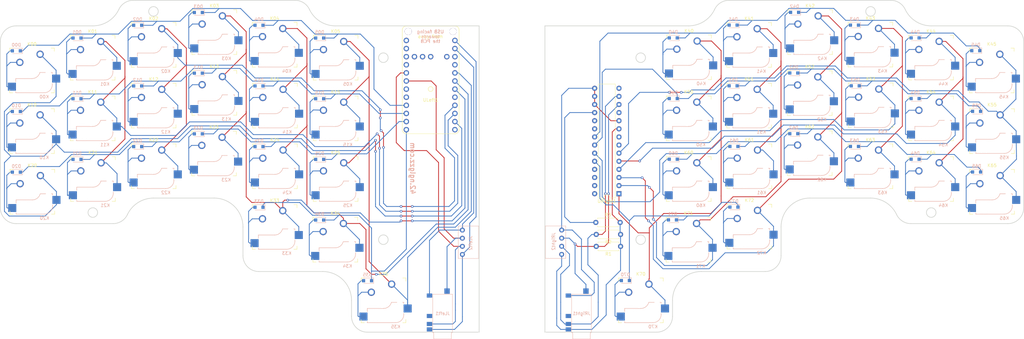
<source format=kicad_pcb>
(kicad_pcb (version 20171130) (host pcbnew 5.1.5)
  (layers (0 F.Cu signal) (31 B.Cu signal) (34 B.Paste user) (35 F.Paste user) (36 B.SilkS user) (37 F.SilkS user) (38 B.Mask user) (39 F.Mask user) (44 Edge.Cuts user))
  (net 0 "")
  (net 1 "Net-(D00-Pad2)")
  (net 2 rowL0)
  (net 3 "Net-(D01-Pad2)")
  (net 4 "Net-(D02-Pad2)")
  (net 5 "Net-(D03-Pad2)")
  (net 6 "Net-(D04-Pad2)")
  (net 7 "Net-(D05-Pad2)")
  (net 8 "Net-(D10-Pad2)")
  (net 9 rowL1)
  (net 10 "Net-(D11-Pad2)")
  (net 11 "Net-(D12-Pad2)")
  (net 12 "Net-(D13-Pad2)")
  (net 13 "Net-(D14-Pad2)")
  (net 14 "Net-(D15-Pad2)")
  (net 15 "Net-(D20-Pad2)")
  (net 16 rowL2)
  (net 17 "Net-(D21-Pad2)")
  (net 18 "Net-(D22-Pad2)")
  (net 19 "Net-(D23-Pad2)")
  (net 20 "Net-(D24-Pad2)")
  (net 21 "Net-(D25-Pad2)")
  (net 22 "Net-(D33-Pad2)")
  (net 23 rowL3)
  (net 24 "Net-(D34-Pad2)")
  (net 25 "Net-(D35-Pad2)")
  (net 26 "Net-(D40-Pad2)")
  (net 27 rowR0)
  (net 28 "Net-(D41-Pad2)")
  (net 29 "Net-(D42-Pad2)")
  (net 30 "Net-(D43-Pad2)")
  (net 31 "Net-(D44-Pad2)")
  (net 32 "Net-(D45-Pad2)")
  (net 33 "Net-(D50-Pad2)")
  (net 34 rowR1)
  (net 35 "Net-(D51-Pad2)")
  (net 36 "Net-(D52-Pad2)")
  (net 37 "Net-(D53-Pad2)")
  (net 38 "Net-(D54-Pad2)")
  (net 39 "Net-(D55-Pad2)")
  (net 40 "Net-(D60-Pad2)")
  (net 41 rowR2)
  (net 42 "Net-(D61-Pad2)")
  (net 43 "Net-(D62-Pad2)")
  (net 44 "Net-(D63-Pad2)")
  (net 45 "Net-(D64-Pad2)")
  (net 46 "Net-(D65-Pad2)")
  (net 47 "Net-(D70-Pad2)")
  (net 48 rowR3)
  (net 49 "Net-(D71-Pad2)")
  (net 50 "Net-(D72-Pad2)")
  (net 51 +5vL)
  (net 52 SCLL)
  (net 53 SDAL)
  (net 54 +5vR)
  (net 55 GNDR)
  (net 56 SCLR)
  (net 57 SDAR)
  (net 58 colL0)
  (net 59 colL1)
  (net 60 colL2)
  (net 61 colL3)
  (net 62 colL4)
  (net 63 colL5)
  (net 64 colR0)
  (net 65 colR1)
  (net 66 colR2)
  (net 67 colR3)
  (net 68 colR4)
  (net 69 colR5)
  (net 70 "Net-(R3-Pad1)")
  (net 71 "Net-(URight1-Pad19)")
  (net 72 "Net-(URight1-Pad20)")
  (net 73 "Net-(URight1-Pad7)")
  (net 74 "Net-(URight1-Pad8)")
  (net 75 "Net-(URight1-Pad11)")
  (net 76 "Net-(URight1-Pad25)")
  (net 77 "Net-(URight1-Pad26)")
  (net 78 "Net-(URight1-Pad27)")
  (net 79 "Net-(URight1-Pad14)")
  (net 80 "Net-(URight1-Pad28)")
  (net 81 "Net-(ULeft1-PadB9)")
  (net 82 "Net-(ULeft1-PadB8)")
  (net 83 "Net-(ULeft1-Pad3.3V)")
  (net 84 "Net-(ULeft1-PadA3|5v)")
  (net 85 "Net-(ULeft1-PadDFU)")
  (net 86 "Net-(ULeft1-PadB4)")
  (net 87 "Net-(ULeft1-PadB5)")
  (net 88 "Net-(ULeft1-PadCHRG)")
  (net 89 "Net-(ULeft1-PadD-)")
  (net 90 "Net-(ULeft1-PadD+)")
  (net 91 "Net-(ULeft1-PadA9)")
  (net 92 "Net-(ULeft1-PadA10)")
  (net 93 GND)
  (net 94 "Net-(JLeft1-Pad4)")
  (net 95 "Net-(JRight1-Pad4)")
  (module 42_keyboard:Audio_Jack_5P_SMD_STX-3542 (layer B.Cu) (at 169.25 126.25)
    (fp_text reference JRight1 (at 0 0) (layer B.SilkS) (effects (justify mirror)))
    (fp_text value AudioJack5 hide)
    (pad 1 smd rect (at -4.1 5) (size 1.7 1.3) (layers B.Cu B.Paste B.Mask) (net 54 +5vR))
    (pad 5 smd rect (at -4.1 3.3) (size 1.7 1.3) (layers B.Cu B.Paste B.Mask) (net 57 SDAR))
    (pad 4 smd rect (at -4.1 0.8) (size 1.7 1.3) (layers B.Cu B.Paste B.Mask) (net 95 "Net-(JRight1-Pad4)"))
    (pad 2 smd rect (at -4.1 -5.6) (size 1.7 1.3) (layers B.Cu B.Paste B.Mask) (net 55 GNDR))
    (pad 3 smd rect (at 1.4 -7 270) (size 1.7 1.7) (layers B.Cu B.Paste B.Mask) (net 56 SCLR))
  )
  (module keyswitches:Kailh_socket_MX_optional_custom (layer F.Cu) (at 73.15 99.15)
    (fp_text reference K33 (at 0 -8.255) (layer F.SilkS))
    (fp_text value KEYSW)
    (fp_text user %R (at 3.81 8.255) (layer B.SilkS) (effects (justify mirror)))
    (pad 2 smd rect (at 7.56 2.54) (size 2.55 2.5) (layers B.Cu B.Paste B.Mask) (net 61 colL3))
    (pad "" np_thru_hole circle (at -5.08 0) (size 1.7018 1.7018) (drill 1.7018) (layers *.Cu *.Mask))
    (pad "" np_thru_hole circle (at 5.08 0) (size 1.7018 1.7018) (drill 1.7018) (layers *.Cu *.Mask))
    (pad 1 thru_hole circle (at -3.81 -2.54) (size 2.286 2.286) (drill 1.4986) (layers *.Cu *.Mask) (net 22 "Net-(D33-Pad2)"))
    (pad "" np_thru_hole circle (at 0 0) (size 3.9878 3.9878) (drill 3.9878) (layers *.Cu *.Mask))
    (pad 2 thru_hole circle (at 2.54 -5.08) (size 2.286 2.286) (drill 1.4986) (layers *.Cu *.Mask) (net 61 colL3))
    (pad "" np_thru_hole circle (at 3.81 2.54) (size 3 3) (drill 3) (layers *.Cu *.Mask))
    (pad "" np_thru_hole circle (at -2.54 5.08) (size 3 3) (drill 3) (layers *.Cu *.Mask))
    (pad 1 smd rect (at -6.29 5.08) (size 2.55 2.5) (layers B.Cu B.Paste B.Mask) (net 22 "Net-(D33-Pad2)"))
  )
  (module keyswitches:Kailh_socket_MX_optional_custom (layer F.Cu) (at 92.25 84.15)
    (fp_text reference K25 (at 0 -8.255) (layer F.SilkS))
    (fp_text value KEYSW)
    (fp_text user %R (at 3.81 8.255) (layer B.SilkS) (effects (justify mirror)))
    (pad 2 smd rect (at 7.56 2.54) (size 2.55 2.5) (layers B.Cu B.Paste B.Mask) (net 63 colL5))
    (pad "" np_thru_hole circle (at -5.08 0) (size 1.7018 1.7018) (drill 1.7018) (layers *.Cu *.Mask))
    (pad "" np_thru_hole circle (at 5.08 0) (size 1.7018 1.7018) (drill 1.7018) (layers *.Cu *.Mask))
    (pad 1 thru_hole circle (at -3.81 -2.54) (size 2.286 2.286) (drill 1.4986) (layers *.Cu *.Mask) (net 21 "Net-(D25-Pad2)"))
    (pad "" np_thru_hole circle (at 0 0) (size 3.9878 3.9878) (drill 3.9878) (layers *.Cu *.Mask))
    (pad 2 thru_hole circle (at 2.54 -5.08) (size 2.286 2.286) (drill 1.4986) (layers *.Cu *.Mask) (net 63 colL5))
    (pad "" np_thru_hole circle (at 3.81 2.54) (size 3 3) (drill 3) (layers *.Cu *.Mask))
    (pad "" np_thru_hole circle (at -2.54 5.08) (size 3 3) (drill 3) (layers *.Cu *.Mask))
    (pad 1 smd rect (at -6.29 5.08) (size 2.55 2.5) (layers B.Cu B.Paste B.Mask) (net 21 "Net-(D25-Pad2)"))
  )
  (module Diode_SMD:D_SOD-323_HandSoldering (layer B.Cu) (at 183 115.95 180)
    (fp_text reference D70 (at 0 1.85 180) (layer B.SilkS) (effects (justify mirror)))
    (fp_text value D hide)
    (pad 2 smd rect (at 1.25 0 180) (size 1 1) (layers B.Cu B.Paste B.Mask) (net 47 "Net-(D70-Pad2)"))
    (pad 1 smd rect (at -1.25 0 180) (size 1 1) (layers B.Cu B.Paste B.Mask) (net 48 rowR3))
  )
  (module Package_DIP:DIP-28_W7.62mm (layer F.Cu) (at 181 88.75 180)
    (fp_text reference URight1 (at 3.81 -2.33) (layer F.SilkS))
    (fp_text value MCP23017_SP)
    (pad 28 thru_hole oval (at 7.62 0 180) (size 1.6 1.6) (drill 0.8) (layers *.Cu *.Mask) (net 80 "Net-(URight1-Pad28)"))
    (pad 14 thru_hole oval (at 0 33.02 180) (size 1.6 1.6) (drill 0.8) (layers *.Cu *.Mask) (net 79 "Net-(URight1-Pad14)"))
    (pad 27 thru_hole oval (at 7.62 2.54 180) (size 1.6 1.6) (drill 0.8) (layers *.Cu *.Mask) (net 78 "Net-(URight1-Pad27)"))
    (pad 13 thru_hole oval (at 0 30.48 180) (size 1.6 1.6) (drill 0.8) (layers *.Cu *.Mask) (net 57 SDAR))
    (pad 26 thru_hole oval (at 7.62 5.08 180) (size 1.6 1.6) (drill 0.8) (layers *.Cu *.Mask) (net 77 "Net-(URight1-Pad26)"))
    (pad 12 thru_hole oval (at 0 27.94 180) (size 1.6 1.6) (drill 0.8) (layers *.Cu *.Mask) (net 56 SCLR))
    (pad 25 thru_hole oval (at 7.62 7.62 180) (size 1.6 1.6) (drill 0.8) (layers *.Cu *.Mask) (net 76 "Net-(URight1-Pad25)"))
    (pad 11 thru_hole oval (at 0 25.4 180) (size 1.6 1.6) (drill 0.8) (layers *.Cu *.Mask) (net 75 "Net-(URight1-Pad11)"))
    (pad 24 thru_hole oval (at 7.62 10.16 180) (size 1.6 1.6) (drill 0.8) (layers *.Cu *.Mask) (net 48 rowR3))
    (pad 10 thru_hole oval (at 0 22.86 180) (size 1.6 1.6) (drill 0.8) (layers *.Cu *.Mask) (net 55 GNDR))
    (pad 23 thru_hole oval (at 7.62 12.7 180) (size 1.6 1.6) (drill 0.8) (layers *.Cu *.Mask) (net 41 rowR2))
    (pad 9 thru_hole oval (at 0 20.32 180) (size 1.6 1.6) (drill 0.8) (layers *.Cu *.Mask) (net 54 +5vR))
    (pad 22 thru_hole oval (at 7.62 15.24 180) (size 1.6 1.6) (drill 0.8) (layers *.Cu *.Mask) (net 34 rowR1))
    (pad 8 thru_hole oval (at 0 17.78 180) (size 1.6 1.6) (drill 0.8) (layers *.Cu *.Mask) (net 74 "Net-(URight1-Pad8)"))
    (pad 21 thru_hole oval (at 7.62 17.78 180) (size 1.6 1.6) (drill 0.8) (layers *.Cu *.Mask) (net 27 rowR0))
    (pad 7 thru_hole oval (at 0 15.24 180) (size 1.6 1.6) (drill 0.8) (layers *.Cu *.Mask) (net 73 "Net-(URight1-Pad7)"))
    (pad 20 thru_hole oval (at 7.62 20.32 180) (size 1.6 1.6) (drill 0.8) (layers *.Cu *.Mask) (net 72 "Net-(URight1-Pad20)"))
    (pad 6 thru_hole oval (at 0 12.7 180) (size 1.6 1.6) (drill 0.8) (layers *.Cu *.Mask) (net 69 colR5))
    (pad 19 thru_hole oval (at 7.62 22.86 180) (size 1.6 1.6) (drill 0.8) (layers *.Cu *.Mask) (net 71 "Net-(URight1-Pad19)"))
    (pad 5 thru_hole oval (at 0 10.16 180) (size 1.6 1.6) (drill 0.8) (layers *.Cu *.Mask) (net 68 colR4))
    (pad 18 thru_hole oval (at 7.62 25.4 180) (size 1.6 1.6) (drill 0.8) (layers *.Cu *.Mask) (net 70 "Net-(R3-Pad1)"))
    (pad 4 thru_hole oval (at 0 7.62 180) (size 1.6 1.6) (drill 0.8) (layers *.Cu *.Mask) (net 67 colR3))
    (pad 17 thru_hole oval (at 7.62 27.94 180) (size 1.6 1.6) (drill 0.8) (layers *.Cu *.Mask) (net 55 GNDR))
    (pad 3 thru_hole oval (at 0 5.08 180) (size 1.6 1.6) (drill 0.8) (layers *.Cu *.Mask) (net 66 colR2))
    (pad 16 thru_hole oval (at 7.62 30.48 180) (size 1.6 1.6) (drill 0.8) (layers *.Cu *.Mask) (net 55 GNDR))
    (pad 2 thru_hole oval (at 0 2.54 180) (size 1.6 1.6) (drill 0.8) (layers *.Cu *.Mask) (net 65 colR1))
    (pad 15 thru_hole oval (at 7.62 33.02 180) (size 1.6 1.6) (drill 0.8) (layers *.Cu *.Mask) (net 55 GNDR))
    (pad 1 thru_hole rect (at 0 0 180) (size 1.6 1.6) (drill 0.8) (layers *.Cu *.Mask) (net 64 colR0))
  )
  (module Diode_SMD:D_SOD-323_HandSoldering (layer B.Cu) (at -7.75 44 180)
    (fp_text reference D00 (at 0 1.85) (layer B.SilkS) (effects (justify mirror)))
    (fp_text value D hide)
    (pad 2 smd rect (at 1.25 0 180) (size 1 1) (layers B.Cu B.Paste B.Mask) (net 1 "Net-(D00-Pad2)"))
    (pad 1 smd rect (at -1.25 0 180) (size 1 1) (layers B.Cu B.Paste B.Mask) (net 2 rowL0))
  )
  (module Diode_SMD:D_SOD-323_HandSoldering (layer B.Cu) (at 11.25 40 180)
    (fp_text reference D01 (at 0 1.85 180) (layer B.SilkS) (effects (justify mirror)))
    (fp_text value D hide)
    (pad 2 smd rect (at 1.25 0 180) (size 1 1) (layers B.Cu B.Paste B.Mask) (net 3 "Net-(D01-Pad2)"))
    (pad 1 smd rect (at -1.25 0 180) (size 1 1) (layers B.Cu B.Paste B.Mask) (net 2 rowL0))
  )
  (module Diode_SMD:D_SOD-323_HandSoldering (layer B.Cu) (at 30.25 36 180)
    (fp_text reference D02 (at 0 1.85 180) (layer B.SilkS) (effects (justify mirror)))
    (fp_text value D hide)
    (pad 2 smd rect (at 1.25 0 180) (size 1 1) (layers B.Cu B.Paste B.Mask) (net 4 "Net-(D02-Pad2)"))
    (pad 1 smd rect (at -1.25 0 180) (size 1 1) (layers B.Cu B.Paste B.Mask) (net 2 rowL0))
  )
  (module Diode_SMD:D_SOD-323_HandSoldering (layer B.Cu) (at 49.25 32 180)
    (fp_text reference D03 (at 0 1.85 180) (layer B.SilkS) (effects (justify mirror)))
    (fp_text value D hide)
    (pad 2 smd rect (at 1.25 0 180) (size 1 1) (layers B.Cu B.Paste B.Mask) (net 5 "Net-(D03-Pad2)"))
    (pad 1 smd rect (at -1.25 0 180) (size 1 1) (layers B.Cu B.Paste B.Mask) (net 2 rowL0))
  )
  (module Diode_SMD:D_SOD-323_HandSoldering (layer B.Cu) (at 68.25 36 180)
    (fp_text reference D04 (at 0 1.85 180) (layer B.SilkS) (effects (justify mirror)))
    (fp_text value D hide)
    (pad 2 smd rect (at 1.25 0 180) (size 1 1) (layers B.Cu B.Paste B.Mask) (net 6 "Net-(D04-Pad2)"))
    (pad 1 smd rect (at -1.25 0 180) (size 1 1) (layers B.Cu B.Paste B.Mask) (net 2 rowL0))
  )
  (module Diode_SMD:D_SOD-323_HandSoldering (layer B.Cu) (at 87.25 40 180)
    (fp_text reference D05 (at 0 1.85 180) (layer B.SilkS) (effects (justify mirror)))
    (fp_text value D hide)
    (pad 2 smd rect (at 1.25 0 180) (size 1 1) (layers B.Cu B.Paste B.Mask) (net 7 "Net-(D05-Pad2)"))
    (pad 1 smd rect (at -1.25 0 180) (size 1 1) (layers B.Cu B.Paste B.Mask) (net 2 rowL0))
  )
  (module Diode_SMD:D_SOD-323_HandSoldering (layer B.Cu) (at -7.75 63 180)
    (fp_text reference D10 (at 0 1.85 180) (layer B.SilkS) (effects (justify mirror)))
    (fp_text value D hide)
    (pad 2 smd rect (at 1.25 0 180) (size 1 1) (layers B.Cu B.Paste B.Mask) (net 8 "Net-(D10-Pad2)"))
    (pad 1 smd rect (at -1.25 0 180) (size 1 1) (layers B.Cu B.Paste B.Mask) (net 9 rowL1))
  )
  (module Diode_SMD:D_SOD-323_HandSoldering (layer B.Cu) (at 11.25 59 180)
    (fp_text reference D11 (at 0 1.85 180) (layer B.SilkS) (effects (justify mirror)))
    (fp_text value D hide)
    (pad 2 smd rect (at 1.25 0 180) (size 1 1) (layers B.Cu B.Paste B.Mask) (net 10 "Net-(D11-Pad2)"))
    (pad 1 smd rect (at -1.25 0 180) (size 1 1) (layers B.Cu B.Paste B.Mask) (net 9 rowL1))
  )
  (module Diode_SMD:D_SOD-323_HandSoldering (layer B.Cu) (at 30.25 55 180)
    (fp_text reference D12 (at 0 1.85 180) (layer B.SilkS) (effects (justify mirror)))
    (fp_text value D hide)
    (pad 2 smd rect (at 1.25 0 180) (size 1 1) (layers B.Cu B.Paste B.Mask) (net 11 "Net-(D12-Pad2)"))
    (pad 1 smd rect (at -1.25 0 180) (size 1 1) (layers B.Cu B.Paste B.Mask) (net 9 rowL1))
  )
  (module Diode_SMD:D_SOD-323_HandSoldering (layer B.Cu) (at 49.25 51 180)
    (fp_text reference D13 (at 0 1.85 180) (layer B.SilkS) (effects (justify mirror)))
    (fp_text value D hide)
    (pad 2 smd rect (at 1.25 0 180) (size 1 1) (layers B.Cu B.Paste B.Mask) (net 12 "Net-(D13-Pad2)"))
    (pad 1 smd rect (at -1.25 0 180) (size 1 1) (layers B.Cu B.Paste B.Mask) (net 9 rowL1))
  )
  (module Diode_SMD:D_SOD-323_HandSoldering (layer B.Cu) (at 68.25 55 180)
    (fp_text reference D14 (at 0 1.85 180) (layer B.SilkS) (effects (justify mirror)))
    (fp_text value D hide)
    (pad 2 smd rect (at 1.25 0 180) (size 1 1) (layers B.Cu B.Paste B.Mask) (net 13 "Net-(D14-Pad2)"))
    (pad 1 smd rect (at -1.25 0 180) (size 1 1) (layers B.Cu B.Paste B.Mask) (net 9 rowL1))
  )
  (module Diode_SMD:D_SOD-323_HandSoldering (layer B.Cu) (at 87.25 59 180)
    (fp_text reference D15 (at 0 1.85 180) (layer B.SilkS) (effects (justify mirror)))
    (fp_text value D hide)
    (pad 2 smd rect (at 1.25 0 180) (size 1 1) (layers B.Cu B.Paste B.Mask) (net 14 "Net-(D15-Pad2)"))
    (pad 1 smd rect (at -1.25 0 180) (size 1 1) (layers B.Cu B.Paste B.Mask) (net 9 rowL1))
  )
  (module Diode_SMD:D_SOD-323_HandSoldering (layer B.Cu) (at -7.75 82 180)
    (fp_text reference D20 (at 0 1.85) (layer B.SilkS) (effects (justify mirror)))
    (fp_text value D hide)
    (pad 2 smd rect (at 1.25 0 180) (size 1 1) (layers B.Cu B.Paste B.Mask) (net 15 "Net-(D20-Pad2)"))
    (pad 1 smd rect (at -1.25 0 180) (size 1 1) (layers B.Cu B.Paste B.Mask) (net 16 rowL2))
  )
  (module Diode_SMD:D_SOD-323_HandSoldering (layer B.Cu) (at 11.25 78 180)
    (fp_text reference D21 (at 0 1.85 180) (layer B.SilkS) (effects (justify mirror)))
    (fp_text value D hide)
    (pad 2 smd rect (at 1.25 0 180) (size 1 1) (layers B.Cu B.Paste B.Mask) (net 17 "Net-(D21-Pad2)"))
    (pad 1 smd rect (at -1.25 0 180) (size 1 1) (layers B.Cu B.Paste B.Mask) (net 16 rowL2))
  )
  (module Diode_SMD:D_SOD-323_HandSoldering (layer B.Cu) (at 30.25 74 180)
    (fp_text reference D22 (at 0 1.85 180) (layer B.SilkS) (effects (justify mirror)))
    (fp_text value D hide)
    (pad 2 smd rect (at 1.25 0 180) (size 1 1) (layers B.Cu B.Paste B.Mask) (net 18 "Net-(D22-Pad2)"))
    (pad 1 smd rect (at -1.25 0 180) (size 1 1) (layers B.Cu B.Paste B.Mask) (net 16 rowL2))
  )
  (module Diode_SMD:D_SOD-323_HandSoldering (layer B.Cu) (at 49.25 70 180)
    (fp_text reference D23 (at 0 1.85 180) (layer B.SilkS) (effects (justify mirror)))
    (fp_text value D hide)
    (pad 2 smd rect (at 1.25 0 180) (size 1 1) (layers B.Cu B.Paste B.Mask) (net 19 "Net-(D23-Pad2)"))
    (pad 1 smd rect (at -1.25 0 180) (size 1 1) (layers B.Cu B.Paste B.Mask) (net 16 rowL2))
  )
  (module Diode_SMD:D_SOD-323_HandSoldering (layer B.Cu) (at 68.25 74 180)
    (fp_text reference D24 (at 0 1.85 180) (layer B.SilkS) (effects (justify mirror)))
    (fp_text value D hide)
    (pad 2 smd rect (at 1.25 0 180) (size 1 1) (layers B.Cu B.Paste B.Mask) (net 20 "Net-(D24-Pad2)"))
    (pad 1 smd rect (at -1.25 0 180) (size 1 1) (layers B.Cu B.Paste B.Mask) (net 16 rowL2))
  )
  (module Diode_SMD:D_SOD-323_HandSoldering (layer B.Cu) (at 87.25 78 180)
    (fp_text reference D25 (at 0 1.85 180) (layer B.SilkS) (effects (justify mirror)))
    (fp_text value D hide)
    (pad 2 smd rect (at 1.25 0 180) (size 1 1) (layers B.Cu B.Paste B.Mask) (net 21 "Net-(D25-Pad2)"))
    (pad 1 smd rect (at -1.25 0 180) (size 1 1) (layers B.Cu B.Paste B.Mask) (net 16 rowL2))
  )
  (module Diode_SMD:D_SOD-323_HandSoldering (layer B.Cu) (at 68.25 93 180)
    (fp_text reference D33 (at 0 1.85 180) (layer B.SilkS) (effects (justify mirror)))
    (fp_text value D hide)
    (pad 2 smd rect (at 1.25 0 180) (size 1 1) (layers B.Cu B.Paste B.Mask) (net 22 "Net-(D33-Pad2)"))
    (pad 1 smd rect (at -1.25 0 180) (size 1 1) (layers B.Cu B.Paste B.Mask) (net 23 rowL3))
  )
  (module Diode_SMD:D_SOD-323_HandSoldering (layer B.Cu) (at 87.25 97 180)
    (fp_text reference D34 (at 0 1.85 180) (layer B.SilkS) (effects (justify mirror)))
    (fp_text value D hide)
    (pad 2 smd rect (at 1.25 0 180) (size 1 1) (layers B.Cu B.Paste B.Mask) (net 24 "Net-(D34-Pad2)"))
    (pad 1 smd rect (at -1.25 0 180) (size 1 1) (layers B.Cu B.Paste B.Mask) (net 23 rowL3))
  )
  (module Diode_SMD:D_SOD-323_HandSoldering (layer B.Cu) (at 102.25 116 180)
    (fp_text reference D35 (at 0 1.85 180) (layer B.SilkS) (effects (justify mirror)))
    (fp_text value D hide)
    (pad 2 smd rect (at 1.25 0 180) (size 1 1) (layers B.Cu B.Paste B.Mask) (net 25 "Net-(D35-Pad2)"))
    (pad 1 smd rect (at -1.25 0 180) (size 1 1) (layers B.Cu B.Paste B.Mask) (net 23 rowL3))
  )
  (module Diode_SMD:D_SOD-323_HandSoldering (layer B.Cu) (at 198 39.95 180)
    (fp_text reference D40 (at 0 1.85 180) (layer B.SilkS) (effects (justify mirror)))
    (fp_text value D)
    (pad 2 smd rect (at 1.25 0 180) (size 1 1) (layers B.Cu B.Paste B.Mask) (net 26 "Net-(D40-Pad2)"))
    (pad 1 smd rect (at -1.25 0 180) (size 1 1) (layers B.Cu B.Paste B.Mask) (net 27 rowR0))
  )
  (module Diode_SMD:D_SOD-323_HandSoldering (layer B.Cu) (at 216.75 35.95 180)
    (fp_text reference D41 (at 0 1.85 180) (layer B.SilkS) (effects (justify mirror)))
    (fp_text value D hide)
    (pad 2 smd rect (at 1.25 0 180) (size 1 1) (layers B.Cu B.Paste B.Mask) (net 28 "Net-(D41-Pad2)"))
    (pad 1 smd rect (at -1.25 0 180) (size 1 1) (layers B.Cu B.Paste B.Mask) (net 27 rowR0))
  )
  (module Diode_SMD:D_SOD-323_HandSoldering (layer B.Cu) (at 236 31.95 180)
    (fp_text reference D42 (at 0 1.85 180) (layer B.SilkS) (effects (justify mirror)))
    (fp_text value D hide)
    (pad 2 smd rect (at 1.25 0 180) (size 1 1) (layers B.Cu B.Paste B.Mask) (net 29 "Net-(D42-Pad2)"))
    (pad 1 smd rect (at -1.25 0 180) (size 1 1) (layers B.Cu B.Paste B.Mask) (net 27 rowR0))
  )
  (module Diode_SMD:D_SOD-323_HandSoldering (layer B.Cu) (at 254.75 35.95 180)
    (fp_text reference D43 (at 0 1.85 180) (layer B.SilkS) (effects (justify mirror)))
    (fp_text value D hide)
    (pad 2 smd rect (at 1.25 0 180) (size 1 1) (layers B.Cu B.Paste B.Mask) (net 30 "Net-(D43-Pad2)"))
    (pad 1 smd rect (at -1.25 0 180) (size 1 1) (layers B.Cu B.Paste B.Mask) (net 27 rowR0))
  )
  (module Diode_SMD:D_SOD-323_HandSoldering (layer B.Cu) (at 273.75 39.95 180)
    (fp_text reference D44 (at 0 1.85 180) (layer B.SilkS) (effects (justify mirror)))
    (fp_text value D hide)
    (pad 2 smd rect (at 1.25 0 180) (size 1 1) (layers B.Cu B.Paste B.Mask) (net 31 "Net-(D44-Pad2)"))
    (pad 1 smd rect (at -1.25 0 180) (size 1 1) (layers B.Cu B.Paste B.Mask) (net 27 rowR0))
  )
  (module Diode_SMD:D_SOD-323_HandSoldering (layer B.Cu) (at 292.75 43.95 180)
    (fp_text reference D45 (at 0 1.85 180) (layer B.SilkS) (effects (justify mirror)))
    (fp_text value D hide)
    (pad 2 smd rect (at 1.25 0 180) (size 1 1) (layers B.Cu B.Paste B.Mask) (net 32 "Net-(D45-Pad2)"))
    (pad 1 smd rect (at -1.25 0 180) (size 1 1) (layers B.Cu B.Paste B.Mask) (net 27 rowR0))
  )
  (module Diode_SMD:D_SOD-323_HandSoldering (layer B.Cu) (at 198 58.95 180)
    (fp_text reference D50 (at 0 1.85 180) (layer B.SilkS) (effects (justify mirror)))
    (fp_text value D)
    (pad 2 smd rect (at 1.25 0 180) (size 1 1) (layers B.Cu B.Paste B.Mask) (net 33 "Net-(D50-Pad2)"))
    (pad 1 smd rect (at -1.25 0 180) (size 1 1) (layers B.Cu B.Paste B.Mask) (net 34 rowR1))
  )
  (module Diode_SMD:D_SOD-323_HandSoldering (layer B.Cu) (at 216.75 54.95 180)
    (fp_text reference D51 (at 0 1.85 180) (layer B.SilkS) (effects (justify mirror)))
    (fp_text value D hide)
    (pad 2 smd rect (at 1.25 0 180) (size 1 1) (layers B.Cu B.Paste B.Mask) (net 35 "Net-(D51-Pad2)"))
    (pad 1 smd rect (at -1.25 0 180) (size 1 1) (layers B.Cu B.Paste B.Mask) (net 34 rowR1))
  )
  (module Diode_SMD:D_SOD-323_HandSoldering (layer B.Cu) (at 235.75 50.95 180)
    (fp_text reference D52 (at 0 1.85 180) (layer B.SilkS) (effects (justify mirror)))
    (fp_text value D hide)
    (pad 2 smd rect (at 1.25 0 180) (size 1 1) (layers B.Cu B.Paste B.Mask) (net 36 "Net-(D52-Pad2)"))
    (pad 1 smd rect (at -1.25 0 180) (size 1 1) (layers B.Cu B.Paste B.Mask) (net 34 rowR1))
  )
  (module Diode_SMD:D_SOD-323_HandSoldering (layer B.Cu) (at 255 54.95 180)
    (fp_text reference D53 (at 0 1.85 180) (layer B.SilkS) (effects (justify mirror)))
    (fp_text value D hide)
    (pad 2 smd rect (at 1.25 0 180) (size 1 1) (layers B.Cu B.Paste B.Mask) (net 37 "Net-(D53-Pad2)"))
    (pad 1 smd rect (at -1.25 0 180) (size 1 1) (layers B.Cu B.Paste B.Mask) (net 34 rowR1))
  )
  (module Diode_SMD:D_SOD-323_HandSoldering (layer B.Cu) (at 273.75 58.95 180)
    (fp_text reference D54 (at 0 1.85 180) (layer B.SilkS) (effects (justify mirror)))
    (fp_text value D hide)
    (pad 2 smd rect (at 1.25 0 180) (size 1 1) (layers B.Cu B.Paste B.Mask) (net 38 "Net-(D54-Pad2)"))
    (pad 1 smd rect (at -1.25 0 180) (size 1 1) (layers B.Cu B.Paste B.Mask) (net 34 rowR1))
  )
  (module Diode_SMD:D_SOD-323_HandSoldering (layer B.Cu) (at 293 62.95 180)
    (fp_text reference D55 (at 0 1.85 180) (layer B.SilkS) (effects (justify mirror)))
    (fp_text value D hide)
    (pad 2 smd rect (at 1.25 0 180) (size 1 1) (layers B.Cu B.Paste B.Mask) (net 39 "Net-(D55-Pad2)"))
    (pad 1 smd rect (at -1.25 0 180) (size 1 1) (layers B.Cu B.Paste B.Mask) (net 34 rowR1))
  )
  (module Diode_SMD:D_SOD-323_HandSoldering (layer B.Cu) (at 198 77.95 180)
    (fp_text reference D60 (at 0 1.85 180) (layer B.SilkS) (effects (justify mirror)))
    (fp_text value D hide)
    (pad 2 smd rect (at 1.25 0 180) (size 1 1) (layers B.Cu B.Paste B.Mask) (net 40 "Net-(D60-Pad2)"))
    (pad 1 smd rect (at -1.25 0 180) (size 1 1) (layers B.Cu B.Paste B.Mask) (net 41 rowR2))
  )
  (module Diode_SMD:D_SOD-323_HandSoldering (layer B.Cu) (at 217 73.95 180)
    (fp_text reference D61 (at 0 1.85 180) (layer B.SilkS) (effects (justify mirror)))
    (fp_text value D hide)
    (pad 2 smd rect (at 1.25 0 180) (size 1 1) (layers B.Cu B.Paste B.Mask) (net 42 "Net-(D61-Pad2)"))
    (pad 1 smd rect (at -1.25 0 180) (size 1 1) (layers B.Cu B.Paste B.Mask) (net 41 rowR2))
  )
  (module Diode_SMD:D_SOD-323_HandSoldering (layer B.Cu) (at 235.75 69.95 180)
    (fp_text reference D62 (at 0 1.85 180) (layer B.SilkS) (effects (justify mirror)))
    (fp_text value D hide)
    (pad 2 smd rect (at 1.25 0 180) (size 1 1) (layers B.Cu B.Paste B.Mask) (net 43 "Net-(D62-Pad2)"))
    (pad 1 smd rect (at -1.25 0 180) (size 1 1) (layers B.Cu B.Paste B.Mask) (net 41 rowR2))
  )
  (module Diode_SMD:D_SOD-323_HandSoldering (layer B.Cu) (at 254.75 73.95 180)
    (fp_text reference D63 (at 0 1.85 180) (layer B.SilkS) (effects (justify mirror)))
    (fp_text value D hide)
    (pad 2 smd rect (at 1.25 0 180) (size 1 1) (layers B.Cu B.Paste B.Mask) (net 44 "Net-(D63-Pad2)"))
    (pad 1 smd rect (at -1.25 0 180) (size 1 1) (layers B.Cu B.Paste B.Mask) (net 41 rowR2))
  )
  (module Diode_SMD:D_SOD-323_HandSoldering (layer B.Cu) (at 273.75 77.95 180)
    (fp_text reference D64 (at 0 1.85 180) (layer B.SilkS) (effects (justify mirror)))
    (fp_text value D hide)
    (pad 2 smd rect (at 1.25 0 180) (size 1 1) (layers B.Cu B.Paste B.Mask) (net 45 "Net-(D64-Pad2)"))
    (pad 1 smd rect (at -1.25 0 180) (size 1 1) (layers B.Cu B.Paste B.Mask) (net 41 rowR2))
  )
  (module Diode_SMD:D_SOD-323_HandSoldering (layer B.Cu) (at 293 81.95 180)
    (fp_text reference D65 (at 0 1.85 180) (layer B.SilkS) (effects (justify mirror)))
    (fp_text value D hide)
    (pad 2 smd rect (at 1.25 0 180) (size 1 1) (layers B.Cu B.Paste B.Mask) (net 46 "Net-(D65-Pad2)"))
    (pad 1 smd rect (at -1.25 0 180) (size 1 1) (layers B.Cu B.Paste B.Mask) (net 41 rowR2))
  )
  (module Diode_SMD:D_SOD-323_HandSoldering (layer B.Cu) (at 197.75 96.95 180)
    (fp_text reference D71 (at 0 1.85 180) (layer B.SilkS) (effects (justify mirror)))
    (fp_text value D hide)
    (pad 2 smd rect (at 1.25 0 180) (size 1 1) (layers B.Cu B.Paste B.Mask) (net 49 "Net-(D71-Pad2)"))
    (pad 1 smd rect (at -1.25 0 180) (size 1 1) (layers B.Cu B.Paste B.Mask) (net 48 rowR3))
  )
  (module Diode_SMD:D_SOD-323_HandSoldering (layer B.Cu) (at 217 92.95 180)
    (fp_text reference D72 (at 0 1.85 180) (layer B.SilkS) (effects (justify mirror)))
    (fp_text value D hide)
    (pad 2 smd rect (at 1.25 0 180) (size 1 1) (layers B.Cu B.Paste B.Mask) (net 50 "Net-(D72-Pad2)"))
    (pad 1 smd rect (at -1.25 0 180) (size 1 1) (layers B.Cu B.Paste B.Mask) (net 48 rowR3))
  )
  (module 42_keyboard:Conn-1x4 (layer B.Cu) (at 131.95 100.15 270)
    (fp_text reference JLeft2 (at 4.064 -2.54 270) (layer B.SilkS) (effects (justify mirror)))
    (fp_text value Conn_01x04_Male hide)
    (pad "" np_thru_hole circle (at 7.62 -3.81 180) (size 1.2 1.2) (drill 1.2) (layers *.Cu *.Mask))
    (pad "" np_thru_hole circle (at 0 -3.81 180) (size 1.2 1.2) (drill 1.2) (layers *.Cu *.Mask))
    (pad 4 thru_hole circle (at 7.62 0 270) (size 1.524 1.524) (drill 0.8128) (layers *.Cu *.Mask) (net 51 +5vL))
    (pad 3 thru_hole circle (at 5.08 0 270) (size 1.524 1.524) (drill 0.8128) (layers *.Cu *.Mask) (net 53 SDAL))
    (pad 2 thru_hole circle (at 2.54 0 270) (size 1.524 1.524) (drill 0.8128) (layers *.Cu *.Mask) (net 52 SCLL))
    (pad 1 thru_hole circle (at 0 0 270) (size 1.524 1.524) (drill 0.8128) (layers *.Cu *.Mask) (net 93 GND))
  )
  (module 42_keyboard:Conn-1x4 (layer B.Cu) (at 163.05 107.75 90)
    (fp_text reference JRight2 (at 4.064 -2.54 270) (layer B.SilkS) (effects (justify mirror)))
    (fp_text value Conn_01x04_Female hide)
    (pad "" np_thru_hole circle (at 7.62 -3.81) (size 1.2 1.2) (drill 1.2) (layers *.Cu *.Mask))
    (pad "" np_thru_hole circle (at 0 -3.81) (size 1.2 1.2) (drill 1.2) (layers *.Cu *.Mask))
    (pad 4 thru_hole circle (at 7.62 0 90) (size 1.524 1.524) (drill 0.8128) (layers *.Cu *.Mask) (net 55 GNDR))
    (pad 3 thru_hole circle (at 5.08 0 90) (size 1.524 1.524) (drill 0.8128) (layers *.Cu *.Mask) (net 56 SCLR))
    (pad 2 thru_hole circle (at 2.54 0 90) (size 1.524 1.524) (drill 0.8128) (layers *.Cu *.Mask) (net 57 SDAR))
    (pad 1 thru_hole circle (at 0 0 90) (size 1.524 1.524) (drill 0.8128) (layers *.Cu *.Mask) (net 54 +5vR))
  )
  (module 42_keyboard:proton_c_snapped (layer F.Cu) (at 122 56)
    (fp_text reference ULeft1 (at 0.01 3.39) (layer F.SilkS))
    (fp_text value proton_c_snapped)
    (fp_text user "USB facing" (at -0.05 -17.98) (layer B.SilkS) (effects (justify mirror)))
    (fp_text user "USB facing" (at -0.05 -17.98) (layer B.SilkS) (effects (justify mirror)))
    (fp_text user towards (at -0.05 -16.48) (layer B.SilkS) (effects (justify mirror)))
    (fp_text user "the PCB" (at -0.05 -14.98) (layer B.SilkS) (effects (justify mirror)))
    (fp_text user "away from" (at -0.05 -16.48) (layer F.SilkS))
    (fp_text user "the PCB" (at -0.05 -14.98) (layer B.SilkS) (effects (justify mirror)))
    (pad 5V thru_hole circle (at 7.615 -15.25) (size 1.7 1.7) (drill 1) (layers *.Cu *.Mask) (net 51 +5vL))
    (pad A10 thru_hole circle (at -7.6 -12.71) (size 1.7 1.7) (drill 1) (layers *.Cu *.Mask) (net 92 "Net-(ULeft1-PadA10)"))
    (pad SCRE thru_hole circle (at 7.005 -18.0748) (size 2.2 2.2) (drill 2.2) (layers *.Cu *.Mask))
    (pad SCRE thru_hole circle (at -6.9904 -18.0748) (size 2.2 2.2) (drill 2.2) (layers *.Cu *.Mask))
    (pad A9 thru_hole circle (at -7.6 -15.25) (size 1.7 1.7) (drill 1) (layers *.Cu *.Mask) (net 91 "Net-(ULeft1-PadA9)"))
    (pad D+ thru_hole circle (at -5.06 -10.17) (size 1.7 1.7) (drill 1) (layers *.Cu *.Mask) (net 90 "Net-(ULeft1-PadD+)"))
    (pad GND thru_hole circle (at -7.6 -10.17) (size 1.7 1.7) (drill 1) (layers *.Cu *.Mask) (net 93 GND))
    (pad GND thru_hole circle (at -7.6 -7.63) (size 1.7 1.7) (drill 1) (layers *.Cu *.Mask) (net 93 GND))
    (pad B7 thru_hole circle (at -7.6 -5.09) (size 1.7 1.7) (drill 1) (layers *.Cu *.Mask) (net 53 SDAL))
    (pad B6 thru_hole circle (at -7.6 -2.55) (size 1.7 1.7) (drill 1) (layers *.Cu *.Mask) (net 52 SCLL))
    (pad D- thru_hole circle (at -2.52 -10.17) (size 1.7 1.7) (drill 1) (layers *.Cu *.Mask) (net 89 "Net-(ULeft1-PadD-)"))
    (pad CHRG thru_hole circle (at 0.02 -10.17) (size 1.7 1.7) (drill 1) (layers *.Cu *.Mask) (net 88 "Net-(ULeft1-PadCHRG)"))
    (pad B5 thru_hole circle (at -7.6 -0.01) (size 1.7 1.7) (drill 1) (layers *.Cu *.Mask) (net 87 "Net-(ULeft1-PadB5)"))
    (pad B4 thru_hole circle (at -7.6 2.53) (size 1.7 1.7) (drill 1) (layers *.Cu *.Mask) (net 86 "Net-(ULeft1-PadB4)"))
    (pad B3 thru_hole circle (at -7.6 5.07) (size 1.7 1.7) (drill 1) (layers *.Cu *.Mask) (net 2 rowL0))
    (pad B2 thru_hole circle (at -7.6 7.61) (size 1.7 1.7) (drill 1) (layers *.Cu *.Mask) (net 9 rowL1))
    (pad B1 thru_hole circle (at -7.6 10.15) (size 1.7 1.7) (drill 1) (layers *.Cu *.Mask) (net 16 rowL2))
    (pad B0 thru_hole circle (at -7.6 12.69) (size 1.7 1.7) (drill 1) (layers *.Cu *.Mask) (net 23 rowL3))
    (pad GND thru_hole circle (at 7.615 -12.71) (size 1.7 1.7) (drill 1) (layers *.Cu *.Mask) (net 93 GND))
    (pad DFU thru_hole circle (at 7.615 -10.17) (size 1.7 1.7) (drill 1) (layers *.Cu *.Mask) (net 85 "Net-(ULeft1-PadDFU)"))
    (pad A2 thru_hole circle (at 7.615 -5.09) (size 1.7 1.7) (drill 1) (layers *.Cu *.Mask) (net 63 colL5))
    (pad A3|5v thru_hole circle (at 5.075 -10.17) (size 1.7 1.7) (drill 1) (layers *.Cu *.Mask) (net 84 "Net-(ULeft1-PadA3|5v)"))
    (pad 3.3V thru_hole circle (at 7.615 -7.63) (size 1.7 1.7) (drill 1) (layers *.Cu *.Mask) (net 83 "Net-(ULeft1-Pad3.3V)"))
    (pad A1 thru_hole circle (at 7.615 -2.55) (size 1.7 1.7) (drill 1) (layers *.Cu *.Mask) (net 62 colL4))
    (pad A0 thru_hole circle (at 7.615 -0.01) (size 1.7 1.7) (drill 1) (layers *.Cu *.Mask) (net 61 colL3))
    (pad B8 thru_hole circle (at 7.615 2.53) (size 1.7 1.7) (drill 1) (layers *.Cu *.Mask) (net 82 "Net-(ULeft1-PadB8)"))
    (pad B14 thru_hole circle (at 7.615 7.61) (size 1.7 1.7) (drill 1) (layers *.Cu *.Mask) (net 59 colL1))
    (pad B15 thru_hole circle (at 7.615 10.15) (size 1.7 1.7) (drill 1) (layers *.Cu *.Mask) (net 58 colL0))
    (pad B13 thru_hole circle (at 7.615 5.07) (size 1.7 1.7) (drill 1) (layers *.Cu *.Mask) (net 60 colL2))
    (pad B9 thru_hole circle (at 7.615 12.69) (size 1.7 1.7) (drill 1) (layers *.Cu *.Mask) (net 81 "Net-(ULeft1-PadB9)"))
  )
  (module 42_keyboard:Audio_Jack_5P_SMD_STX-3542 (layer B.Cu) (at 125.75 126.25)
    (fp_text reference JLeft1 (at 0 0) (layer B.SilkS) (effects (justify mirror)))
    (fp_text value AudioJack5 hide)
    (pad 1 smd rect (at -4.1 5) (size 1.7 1.3) (layers B.Cu B.Paste B.Mask) (net 51 +5vL))
    (pad 5 smd rect (at -4.1 3.3) (size 1.7 1.3) (layers B.Cu B.Paste B.Mask) (net 53 SDAL))
    (pad 4 smd rect (at -4.1 0.8) (size 1.7 1.3) (layers B.Cu B.Paste B.Mask) (net 94 "Net-(JLeft1-Pad4)"))
    (pad 2 smd rect (at -4.1 -5.6) (size 1.7 1.3) (layers B.Cu B.Paste B.Mask) (net 93 GND))
    (pad 3 smd rect (at 1.4 -7 270) (size 1.7 1.7) (layers B.Cu B.Paste B.Mask) (net 52 SCLL))
  )
  (module keyswitches:Kailh_socket_MX_optional_custom (layer F.Cu) (at 35.25 61.15)
    (fp_text reference K12 (at 0 -8.255) (layer F.SilkS))
    (fp_text value KEYSW)
    (fp_text user %R (at 3.81 8.255) (layer B.SilkS) (effects (justify mirror)))
    (pad 1 smd rect (at -6.29 5.08) (size 2.55 2.5) (layers B.Cu B.Paste B.Mask) (net 11 "Net-(D12-Pad2)"))
    (pad "" np_thru_hole circle (at -2.54 5.08) (size 3 3) (drill 3) (layers *.Cu *.Mask))
    (pad "" np_thru_hole circle (at 3.81 2.54) (size 3 3) (drill 3) (layers *.Cu *.Mask))
    (pad 2 thru_hole circle (at 2.54 -5.08) (size 2.286 2.286) (drill 1.4986) (layers *.Cu *.Mask) (net 60 colL2))
    (pad "" np_thru_hole circle (at 0 0) (size 3.9878 3.9878) (drill 3.9878) (layers *.Cu *.Mask))
    (pad 1 thru_hole circle (at -3.81 -2.54) (size 2.286 2.286) (drill 1.4986) (layers *.Cu *.Mask) (net 11 "Net-(D12-Pad2)"))
    (pad "" np_thru_hole circle (at 5.08 0) (size 1.7018 1.7018) (drill 1.7018) (layers *.Cu *.Mask))
    (pad "" np_thru_hole circle (at -5.08 0) (size 1.7018 1.7018) (drill 1.7018) (layers *.Cu *.Mask))
    (pad 2 smd rect (at 7.56 2.54) (size 2.55 2.5) (layers B.Cu B.Paste B.Mask) (net 60 colL2))
  )
  (module keyswitches:Kailh_socket_MX_optional_custom (layer F.Cu) (at -2.85 50.15)
    (fp_text reference K00 (at 0 -8.255) (layer F.SilkS))
    (fp_text value KEYSW)
    (fp_text user %R (at 3.81 8.255) (layer B.SilkS) (effects (justify mirror)))
    (pad 2 smd rect (at 7.56 2.54) (size 2.55 2.5) (layers B.Cu B.Paste B.Mask) (net 58 colL0))
    (pad "" np_thru_hole circle (at -5.08 0) (size 1.7018 1.7018) (drill 1.7018) (layers *.Cu *.Mask))
    (pad "" np_thru_hole circle (at 5.08 0) (size 1.7018 1.7018) (drill 1.7018) (layers *.Cu *.Mask))
    (pad 1 thru_hole circle (at -3.81 -2.54) (size 2.286 2.286) (drill 1.4986) (layers *.Cu *.Mask) (net 1 "Net-(D00-Pad2)"))
    (pad "" np_thru_hole circle (at 0 0) (size 3.9878 3.9878) (drill 3.9878) (layers *.Cu *.Mask))
    (pad 2 thru_hole circle (at 2.54 -5.08) (size 2.286 2.286) (drill 1.4986) (layers *.Cu *.Mask) (net 58 colL0))
    (pad "" np_thru_hole circle (at 3.81 2.54) (size 3 3) (drill 3) (layers *.Cu *.Mask))
    (pad "" np_thru_hole circle (at -2.54 5.08) (size 3 3) (drill 3) (layers *.Cu *.Mask))
    (pad 1 smd rect (at -6.29 5.08) (size 2.55 2.5) (layers B.Cu B.Paste B.Mask) (net 1 "Net-(D00-Pad2)"))
  )
  (module keyswitches:Kailh_socket_MX_optional_custom (layer F.Cu) (at 16.15 46.15)
    (fp_text reference K01 (at 0 -8.255) (layer F.SilkS))
    (fp_text value KEYSW)
    (fp_text user %R (at 3.81 8.255) (layer B.SilkS) (effects (justify mirror)))
    (pad 2 smd rect (at 7.56 2.54) (size 2.55 2.5) (layers B.Cu B.Paste B.Mask) (net 59 colL1))
    (pad "" np_thru_hole circle (at -5.08 0) (size 1.7018 1.7018) (drill 1.7018) (layers *.Cu *.Mask))
    (pad "" np_thru_hole circle (at 5.08 0) (size 1.7018 1.7018) (drill 1.7018) (layers *.Cu *.Mask))
    (pad 1 thru_hole circle (at -3.81 -2.54) (size 2.286 2.286) (drill 1.4986) (layers *.Cu *.Mask) (net 3 "Net-(D01-Pad2)"))
    (pad "" np_thru_hole circle (at 0 0) (size 3.9878 3.9878) (drill 3.9878) (layers *.Cu *.Mask))
    (pad 2 thru_hole circle (at 2.54 -5.08) (size 2.286 2.286) (drill 1.4986) (layers *.Cu *.Mask) (net 59 colL1))
    (pad "" np_thru_hole circle (at 3.81 2.54) (size 3 3) (drill 3) (layers *.Cu *.Mask))
    (pad "" np_thru_hole circle (at -2.54 5.08) (size 3 3) (drill 3) (layers *.Cu *.Mask))
    (pad 1 smd rect (at -6.29 5.08) (size 2.55 2.5) (layers B.Cu B.Paste B.Mask) (net 3 "Net-(D01-Pad2)"))
  )
  (module keyswitches:Kailh_socket_MX_optional_custom (layer F.Cu) (at 35.25 42.15)
    (fp_text reference K02 (at 0 -8.255) (layer F.SilkS))
    (fp_text value KEYSW)
    (fp_text user %R (at 3.81 8.255) (layer B.SilkS) (effects (justify mirror)))
    (pad 1 smd rect (at -6.29 5.08) (size 2.55 2.5) (layers B.Cu B.Paste B.Mask) (net 4 "Net-(D02-Pad2)"))
    (pad "" np_thru_hole circle (at -2.54 5.08) (size 3 3) (drill 3) (layers *.Cu *.Mask))
    (pad "" np_thru_hole circle (at 3.81 2.54) (size 3 3) (drill 3) (layers *.Cu *.Mask))
    (pad 2 thru_hole circle (at 2.54 -5.08) (size 2.286 2.286) (drill 1.4986) (layers *.Cu *.Mask) (net 60 colL2))
    (pad "" np_thru_hole circle (at 0 0) (size 3.9878 3.9878) (drill 3.9878) (layers *.Cu *.Mask))
    (pad 1 thru_hole circle (at -3.81 -2.54) (size 2.286 2.286) (drill 1.4986) (layers *.Cu *.Mask) (net 4 "Net-(D02-Pad2)"))
    (pad "" np_thru_hole circle (at 5.08 0) (size 1.7018 1.7018) (drill 1.7018) (layers *.Cu *.Mask))
    (pad "" np_thru_hole circle (at -5.08 0) (size 1.7018 1.7018) (drill 1.7018) (layers *.Cu *.Mask))
    (pad 2 smd rect (at 7.56 2.54) (size 2.55 2.5) (layers B.Cu B.Paste B.Mask) (net 60 colL2))
  )
  (module keyswitches:Kailh_socket_MX_optional_custom (layer F.Cu) (at 54.25 38.15)
    (fp_text reference K03 (at 0 -8.255) (layer F.SilkS))
    (fp_text value KEYSW)
    (fp_text user %R (at 3.81 8.255) (layer B.SilkS) (effects (justify mirror)))
    (pad 2 smd rect (at 7.56 2.54) (size 2.55 2.5) (layers B.Cu B.Paste B.Mask) (net 61 colL3))
    (pad "" np_thru_hole circle (at -5.08 0) (size 1.7018 1.7018) (drill 1.7018) (layers *.Cu *.Mask))
    (pad "" np_thru_hole circle (at 5.08 0) (size 1.7018 1.7018) (drill 1.7018) (layers *.Cu *.Mask))
    (pad 1 thru_hole circle (at -3.81 -2.54) (size 2.286 2.286) (drill 1.4986) (layers *.Cu *.Mask) (net 5 "Net-(D03-Pad2)"))
    (pad "" np_thru_hole circle (at 0 0) (size 3.9878 3.9878) (drill 3.9878) (layers *.Cu *.Mask))
    (pad 2 thru_hole circle (at 2.54 -5.08) (size 2.286 2.286) (drill 1.4986) (layers *.Cu *.Mask) (net 61 colL3))
    (pad "" np_thru_hole circle (at 3.81 2.54) (size 3 3) (drill 3) (layers *.Cu *.Mask))
    (pad "" np_thru_hole circle (at -2.54 5.08) (size 3 3) (drill 3) (layers *.Cu *.Mask))
    (pad 1 smd rect (at -6.29 5.08) (size 2.55 2.5) (layers B.Cu B.Paste B.Mask) (net 5 "Net-(D03-Pad2)"))
  )
  (module keyswitches:Kailh_socket_MX_optional_custom (layer F.Cu) (at 73.16 42.09)
    (fp_text reference K04 (at 0 -8.255) (layer F.SilkS))
    (fp_text value KEYSW)
    (fp_text user %R (at 3.81 8.255) (layer B.SilkS) (effects (justify mirror)))
    (pad 1 smd rect (at -6.29 5.08) (size 2.55 2.5) (layers B.Cu B.Paste B.Mask) (net 6 "Net-(D04-Pad2)"))
    (pad "" np_thru_hole circle (at -2.54 5.08) (size 3 3) (drill 3) (layers *.Cu *.Mask))
    (pad "" np_thru_hole circle (at 3.81 2.54) (size 3 3) (drill 3) (layers *.Cu *.Mask))
    (pad 2 thru_hole circle (at 2.54 -5.08) (size 2.286 2.286) (drill 1.4986) (layers *.Cu *.Mask) (net 62 colL4))
    (pad "" np_thru_hole circle (at 0 0) (size 3.9878 3.9878) (drill 3.9878) (layers *.Cu *.Mask))
    (pad 1 thru_hole circle (at -3.81 -2.54) (size 2.286 2.286) (drill 1.4986) (layers *.Cu *.Mask) (net 6 "Net-(D04-Pad2)"))
    (pad "" np_thru_hole circle (at 5.08 0) (size 1.7018 1.7018) (drill 1.7018) (layers *.Cu *.Mask))
    (pad "" np_thru_hole circle (at -5.08 0) (size 1.7018 1.7018) (drill 1.7018) (layers *.Cu *.Mask))
    (pad 2 smd rect (at 7.56 2.54) (size 2.55 2.5) (layers B.Cu B.Paste B.Mask) (net 62 colL4))
  )
  (module keyswitches:Kailh_socket_MX_optional_custom (layer F.Cu) (at 92.25 46.15)
    (fp_text reference K05 (at 0 -8.255) (layer F.SilkS))
    (fp_text value KEYSW)
    (fp_text user %R (at 3.81 8.255) (layer B.SilkS) (effects (justify mirror)))
    (pad 1 smd rect (at -6.29 5.08) (size 2.55 2.5) (layers B.Cu B.Paste B.Mask) (net 7 "Net-(D05-Pad2)"))
    (pad "" np_thru_hole circle (at -2.54 5.08) (size 3 3) (drill 3) (layers *.Cu *.Mask))
    (pad "" np_thru_hole circle (at 3.81 2.54) (size 3 3) (drill 3) (layers *.Cu *.Mask))
    (pad 2 thru_hole circle (at 2.54 -5.08) (size 2.286 2.286) (drill 1.4986) (layers *.Cu *.Mask) (net 63 colL5))
    (pad "" np_thru_hole circle (at 0 0) (size 3.9878 3.9878) (drill 3.9878) (layers *.Cu *.Mask))
    (pad 1 thru_hole circle (at -3.81 -2.54) (size 2.286 2.286) (drill 1.4986) (layers *.Cu *.Mask) (net 7 "Net-(D05-Pad2)"))
    (pad "" np_thru_hole circle (at 5.08 0) (size 1.7018 1.7018) (drill 1.7018) (layers *.Cu *.Mask))
    (pad "" np_thru_hole circle (at -5.08 0) (size 1.7018 1.7018) (drill 1.7018) (layers *.Cu *.Mask))
    (pad 2 smd rect (at 7.56 2.54) (size 2.55 2.5) (layers B.Cu B.Paste B.Mask) (net 63 colL5))
  )
  (module keyswitches:Kailh_socket_MX_optional_custom (layer F.Cu) (at -2.85 69.15)
    (fp_text reference K10 (at 0 -8.255) (layer F.SilkS))
    (fp_text value KEYSW)
    (fp_text user %R (at 3.81 8.255) (layer B.SilkS) (effects (justify mirror)))
    (pad 2 smd rect (at 7.56 2.54) (size 2.55 2.5) (layers B.Cu B.Paste B.Mask) (net 58 colL0))
    (pad "" np_thru_hole circle (at -5.08 0) (size 1.7018 1.7018) (drill 1.7018) (layers *.Cu *.Mask))
    (pad "" np_thru_hole circle (at 5.08 0) (size 1.7018 1.7018) (drill 1.7018) (layers *.Cu *.Mask))
    (pad 1 thru_hole circle (at -3.81 -2.54) (size 2.286 2.286) (drill 1.4986) (layers *.Cu *.Mask) (net 8 "Net-(D10-Pad2)"))
    (pad "" np_thru_hole circle (at 0 0) (size 3.9878 3.9878) (drill 3.9878) (layers *.Cu *.Mask))
    (pad 2 thru_hole circle (at 2.54 -5.08) (size 2.286 2.286) (drill 1.4986) (layers *.Cu *.Mask) (net 58 colL0))
    (pad "" np_thru_hole circle (at 3.81 2.54) (size 3 3) (drill 3) (layers *.Cu *.Mask))
    (pad "" np_thru_hole circle (at -2.54 5.08) (size 3 3) (drill 3) (layers *.Cu *.Mask))
    (pad 1 smd rect (at -6.29 5.08) (size 2.55 2.5) (layers B.Cu B.Paste B.Mask) (net 8 "Net-(D10-Pad2)"))
  )
  (module keyswitches:Kailh_socket_MX_optional_custom (layer F.Cu) (at 16.15 65.15)
    (fp_text reference K11 (at 0 -8.255) (layer F.SilkS))
    (fp_text value KEYSW)
    (fp_text user %R (at 3.81 8.255) (layer B.SilkS) (effects (justify mirror)))
    (pad 2 smd rect (at 7.56 2.54) (size 2.55 2.5) (layers B.Cu B.Paste B.Mask) (net 59 colL1))
    (pad "" np_thru_hole circle (at -5.08 0) (size 1.7018 1.7018) (drill 1.7018) (layers *.Cu *.Mask))
    (pad "" np_thru_hole circle (at 5.08 0) (size 1.7018 1.7018) (drill 1.7018) (layers *.Cu *.Mask))
    (pad 1 thru_hole circle (at -3.81 -2.54) (size 2.286 2.286) (drill 1.4986) (layers *.Cu *.Mask) (net 10 "Net-(D11-Pad2)"))
    (pad "" np_thru_hole circle (at 0 0) (size 3.9878 3.9878) (drill 3.9878) (layers *.Cu *.Mask))
    (pad 2 thru_hole circle (at 2.54 -5.08) (size 2.286 2.286) (drill 1.4986) (layers *.Cu *.Mask) (net 59 colL1))
    (pad "" np_thru_hole circle (at 3.81 2.54) (size 3 3) (drill 3) (layers *.Cu *.Mask))
    (pad "" np_thru_hole circle (at -2.54 5.08) (size 3 3) (drill 3) (layers *.Cu *.Mask))
    (pad 1 smd rect (at -6.29 5.08) (size 2.55 2.5) (layers B.Cu B.Paste B.Mask) (net 10 "Net-(D11-Pad2)"))
  )
  (module keyswitches:Kailh_socket_MX_optional_custom (layer F.Cu) (at 54.25 57.15)
    (fp_text reference K13 (at 0 -8.255) (layer F.SilkS))
    (fp_text value KEYSW)
    (fp_text user %R (at 3.81 8.255) (layer B.SilkS) (effects (justify mirror)))
    (pad 2 smd rect (at 7.56 2.54) (size 2.55 2.5) (layers B.Cu B.Paste B.Mask) (net 61 colL3))
    (pad "" np_thru_hole circle (at -5.08 0) (size 1.7018 1.7018) (drill 1.7018) (layers *.Cu *.Mask))
    (pad "" np_thru_hole circle (at 5.08 0) (size 1.7018 1.7018) (drill 1.7018) (layers *.Cu *.Mask))
    (pad 1 thru_hole circle (at -3.81 -2.54) (size 2.286 2.286) (drill 1.4986) (layers *.Cu *.Mask) (net 12 "Net-(D13-Pad2)"))
    (pad "" np_thru_hole circle (at 0 0) (size 3.9878 3.9878) (drill 3.9878) (layers *.Cu *.Mask))
    (pad 2 thru_hole circle (at 2.54 -5.08) (size 2.286 2.286) (drill 1.4986) (layers *.Cu *.Mask) (net 61 colL3))
    (pad "" np_thru_hole circle (at 3.81 2.54) (size 3 3) (drill 3) (layers *.Cu *.Mask))
    (pad "" np_thru_hole circle (at -2.54 5.08) (size 3 3) (drill 3) (layers *.Cu *.Mask))
    (pad 1 smd rect (at -6.29 5.08) (size 2.55 2.5) (layers B.Cu B.Paste B.Mask) (net 12 "Net-(D13-Pad2)"))
  )
  (module keyswitches:Kailh_socket_MX_optional_custom (layer F.Cu) (at 73.25 61.15)
    (fp_text reference K14 (at 0 -8.255) (layer F.SilkS))
    (fp_text value KEYSW)
    (fp_text user %R (at 3.81 8.255) (layer B.SilkS) (effects (justify mirror)))
    (pad 1 smd rect (at -6.29 5.08) (size 2.55 2.5) (layers B.Cu B.Paste B.Mask) (net 13 "Net-(D14-Pad2)"))
    (pad "" np_thru_hole circle (at -2.54 5.08) (size 3 3) (drill 3) (layers *.Cu *.Mask))
    (pad "" np_thru_hole circle (at 3.81 2.54) (size 3 3) (drill 3) (layers *.Cu *.Mask))
    (pad 2 thru_hole circle (at 2.54 -5.08) (size 2.286 2.286) (drill 1.4986) (layers *.Cu *.Mask) (net 62 colL4))
    (pad "" np_thru_hole circle (at 0 0) (size 3.9878 3.9878) (drill 3.9878) (layers *.Cu *.Mask))
    (pad 1 thru_hole circle (at -3.81 -2.54) (size 2.286 2.286) (drill 1.4986) (layers *.Cu *.Mask) (net 13 "Net-(D14-Pad2)"))
    (pad "" np_thru_hole circle (at 5.08 0) (size 1.7018 1.7018) (drill 1.7018) (layers *.Cu *.Mask))
    (pad "" np_thru_hole circle (at -5.08 0) (size 1.7018 1.7018) (drill 1.7018) (layers *.Cu *.Mask))
    (pad 2 smd rect (at 7.56 2.54) (size 2.55 2.5) (layers B.Cu B.Paste B.Mask) (net 62 colL4))
  )
  (module keyswitches:Kailh_socket_MX_optional_custom (layer F.Cu) (at 92.25 65.15)
    (fp_text reference K15 (at 0 -8.255) (layer F.SilkS))
    (fp_text value KEYSW)
    (fp_text user %R (at 3.81 8.255) (layer B.SilkS) (effects (justify mirror)))
    (pad 2 smd rect (at 7.56 2.54) (size 2.55 2.5) (layers B.Cu B.Paste B.Mask) (net 63 colL5))
    (pad "" np_thru_hole circle (at -5.08 0) (size 1.7018 1.7018) (drill 1.7018) (layers *.Cu *.Mask))
    (pad "" np_thru_hole circle (at 5.08 0) (size 1.7018 1.7018) (drill 1.7018) (layers *.Cu *.Mask))
    (pad 1 thru_hole circle (at -3.81 -2.54) (size 2.286 2.286) (drill 1.4986) (layers *.Cu *.Mask) (net 14 "Net-(D15-Pad2)"))
    (pad "" np_thru_hole circle (at 0 0) (size 3.9878 3.9878) (drill 3.9878) (layers *.Cu *.Mask))
    (pad 2 thru_hole circle (at 2.54 -5.08) (size 2.286 2.286) (drill 1.4986) (layers *.Cu *.Mask) (net 63 colL5))
    (pad "" np_thru_hole circle (at 3.81 2.54) (size 3 3) (drill 3) (layers *.Cu *.Mask))
    (pad "" np_thru_hole circle (at -2.54 5.08) (size 3 3) (drill 3) (layers *.Cu *.Mask))
    (pad 1 smd rect (at -6.29 5.08) (size 2.55 2.5) (layers B.Cu B.Paste B.Mask) (net 14 "Net-(D15-Pad2)"))
  )
  (module keyswitches:Kailh_socket_MX_optional_custom (layer F.Cu) (at -2.75 88.15)
    (fp_text reference K20 (at 0 -8.255) (layer F.SilkS))
    (fp_text value KEYSW)
    (fp_text user %R (at 3.81 8.255) (layer B.SilkS) (effects (justify mirror)))
    (pad 1 smd rect (at -6.29 5.08) (size 2.55 2.5) (layers B.Cu B.Paste B.Mask) (net 15 "Net-(D20-Pad2)"))
    (pad "" np_thru_hole circle (at -2.54 5.08) (size 3 3) (drill 3) (layers *.Cu *.Mask))
    (pad "" np_thru_hole circle (at 3.81 2.54) (size 3 3) (drill 3) (layers *.Cu *.Mask))
    (pad 2 thru_hole circle (at 2.54 -5.08) (size 2.286 2.286) (drill 1.4986) (layers *.Cu *.Mask) (net 58 colL0))
    (pad "" np_thru_hole circle (at 0 0) (size 3.9878 3.9878) (drill 3.9878) (layers *.Cu *.Mask))
    (pad 1 thru_hole circle (at -3.81 -2.54) (size 2.286 2.286) (drill 1.4986) (layers *.Cu *.Mask) (net 15 "Net-(D20-Pad2)"))
    (pad "" np_thru_hole circle (at 5.08 0) (size 1.7018 1.7018) (drill 1.7018) (layers *.Cu *.Mask))
    (pad "" np_thru_hole circle (at -5.08 0) (size 1.7018 1.7018) (drill 1.7018) (layers *.Cu *.Mask))
    (pad 2 smd rect (at 7.56 2.54) (size 2.55 2.5) (layers B.Cu B.Paste B.Mask) (net 58 colL0))
  )
  (module keyswitches:Kailh_socket_MX_optional_custom (layer F.Cu) (at 16.25 84.15)
    (fp_text reference K21 (at 0 -8.255) (layer F.SilkS))
    (fp_text value KEYSW)
    (fp_text user %R (at 3.81 8.255) (layer B.SilkS) (effects (justify mirror)))
    (pad 2 smd rect (at 7.56 2.54) (size 2.55 2.5) (layers B.Cu B.Paste B.Mask) (net 59 colL1))
    (pad "" np_thru_hole circle (at -5.08 0) (size 1.7018 1.7018) (drill 1.7018) (layers *.Cu *.Mask))
    (pad "" np_thru_hole circle (at 5.08 0) (size 1.7018 1.7018) (drill 1.7018) (layers *.Cu *.Mask))
    (pad 1 thru_hole circle (at -3.81 -2.54) (size 2.286 2.286) (drill 1.4986) (layers *.Cu *.Mask) (net 17 "Net-(D21-Pad2)"))
    (pad "" np_thru_hole circle (at 0 0) (size 3.9878 3.9878) (drill 3.9878) (layers *.Cu *.Mask))
    (pad 2 thru_hole circle (at 2.54 -5.08) (size 2.286 2.286) (drill 1.4986) (layers *.Cu *.Mask) (net 59 colL1))
    (pad "" np_thru_hole circle (at 3.81 2.54) (size 3 3) (drill 3) (layers *.Cu *.Mask))
    (pad "" np_thru_hole circle (at -2.54 5.08) (size 3 3) (drill 3) (layers *.Cu *.Mask))
    (pad 1 smd rect (at -6.29 5.08) (size 2.55 2.5) (layers B.Cu B.Paste B.Mask) (net 17 "Net-(D21-Pad2)"))
  )
  (module keyswitches:Kailh_socket_MX_optional_custom (layer F.Cu) (at 35.25 80.15)
    (fp_text reference K22 (at 0 -8.255) (layer F.SilkS))
    (fp_text value KEYSW)
    (fp_text user %R (at 3.81 8.255) (layer B.SilkS) (effects (justify mirror)))
    (pad 1 smd rect (at -6.29 5.08) (size 2.55 2.5) (layers B.Cu B.Paste B.Mask) (net 18 "Net-(D22-Pad2)"))
    (pad "" np_thru_hole circle (at -2.54 5.08) (size 3 3) (drill 3) (layers *.Cu *.Mask))
    (pad "" np_thru_hole circle (at 3.81 2.54) (size 3 3) (drill 3) (layers *.Cu *.Mask))
    (pad 2 thru_hole circle (at 2.54 -5.08) (size 2.286 2.286) (drill 1.4986) (layers *.Cu *.Mask) (net 60 colL2))
    (pad "" np_thru_hole circle (at 0 0) (size 3.9878 3.9878) (drill 3.9878) (layers *.Cu *.Mask))
    (pad 1 thru_hole circle (at -3.81 -2.54) (size 2.286 2.286) (drill 1.4986) (layers *.Cu *.Mask) (net 18 "Net-(D22-Pad2)"))
    (pad "" np_thru_hole circle (at 5.08 0) (size 1.7018 1.7018) (drill 1.7018) (layers *.Cu *.Mask))
    (pad "" np_thru_hole circle (at -5.08 0) (size 1.7018 1.7018) (drill 1.7018) (layers *.Cu *.Mask))
    (pad 2 smd rect (at 7.56 2.54) (size 2.55 2.5) (layers B.Cu B.Paste B.Mask) (net 60 colL2))
  )
  (module keyswitches:Kailh_socket_MX_optional_custom (layer F.Cu) (at 54.15 76.15)
    (fp_text reference K23 (at 0 -8.255) (layer F.SilkS))
    (fp_text value KEYSW)
    (fp_text user %R (at 3.81 8.255) (layer B.SilkS) (effects (justify mirror)))
    (pad 1 smd rect (at -6.29 5.08) (size 2.55 2.5) (layers B.Cu B.Paste B.Mask) (net 19 "Net-(D23-Pad2)"))
    (pad "" np_thru_hole circle (at -2.54 5.08) (size 3 3) (drill 3) (layers *.Cu *.Mask))
    (pad "" np_thru_hole circle (at 3.81 2.54) (size 3 3) (drill 3) (layers *.Cu *.Mask))
    (pad 2 thru_hole circle (at 2.54 -5.08) (size 2.286 2.286) (drill 1.4986) (layers *.Cu *.Mask) (net 61 colL3))
    (pad "" np_thru_hole circle (at 0 0) (size 3.9878 3.9878) (drill 3.9878) (layers *.Cu *.Mask))
    (pad 1 thru_hole circle (at -3.81 -2.54) (size 2.286 2.286) (drill 1.4986) (layers *.Cu *.Mask) (net 19 "Net-(D23-Pad2)"))
    (pad "" np_thru_hole circle (at 5.08 0) (size 1.7018 1.7018) (drill 1.7018) (layers *.Cu *.Mask))
    (pad "" np_thru_hole circle (at -5.08 0) (size 1.7018 1.7018) (drill 1.7018) (layers *.Cu *.Mask))
    (pad 2 smd rect (at 7.56 2.54) (size 2.55 2.5) (layers B.Cu B.Paste B.Mask) (net 61 colL3))
  )
  (module keyswitches:Kailh_socket_MX_optional_custom (layer F.Cu) (at 73.25 80.15)
    (fp_text reference K24 (at 0 -8.255) (layer F.SilkS))
    (fp_text value KEYSW)
    (fp_text user %R (at 3.81 8.255) (layer B.SilkS) (effects (justify mirror)))
    (pad 1 smd rect (at -6.29 5.08) (size 2.55 2.5) (layers B.Cu B.Paste B.Mask) (net 20 "Net-(D24-Pad2)"))
    (pad "" np_thru_hole circle (at -2.54 5.08) (size 3 3) (drill 3) (layers *.Cu *.Mask))
    (pad "" np_thru_hole circle (at 3.81 2.54) (size 3 3) (drill 3) (layers *.Cu *.Mask))
    (pad 2 thru_hole circle (at 2.54 -5.08) (size 2.286 2.286) (drill 1.4986) (layers *.Cu *.Mask) (net 62 colL4))
    (pad "" np_thru_hole circle (at 0 0) (size 3.9878 3.9878) (drill 3.9878) (layers *.Cu *.Mask))
    (pad 1 thru_hole circle (at -3.81 -2.54) (size 2.286 2.286) (drill 1.4986) (layers *.Cu *.Mask) (net 20 "Net-(D24-Pad2)"))
    (pad "" np_thru_hole circle (at 5.08 0) (size 1.7018 1.7018) (drill 1.7018) (layers *.Cu *.Mask))
    (pad "" np_thru_hole circle (at -5.08 0) (size 1.7018 1.7018) (drill 1.7018) (layers *.Cu *.Mask))
    (pad 2 smd rect (at 7.56 2.54) (size 2.55 2.5) (layers B.Cu B.Paste B.Mask) (net 62 colL4))
  )
  (module keyswitches:Kailh_socket_MX_optional_custom (layer F.Cu) (at 92.15 103.15)
    (fp_text reference K34 (at 0 -8.255) (layer F.SilkS))
    (fp_text value KEYSW)
    (fp_text user %R (at 3.81 8.255) (layer B.SilkS) (effects (justify mirror)))
    (pad 1 smd rect (at -6.29 5.08) (size 2.55 2.5) (layers B.Cu B.Paste B.Mask) (net 24 "Net-(D34-Pad2)"))
    (pad "" np_thru_hole circle (at -2.54 5.08) (size 3 3) (drill 3) (layers *.Cu *.Mask))
    (pad "" np_thru_hole circle (at 3.81 2.54) (size 3 3) (drill 3) (layers *.Cu *.Mask))
    (pad 2 thru_hole circle (at 2.54 -5.08) (size 2.286 2.286) (drill 1.4986) (layers *.Cu *.Mask) (net 62 colL4))
    (pad "" np_thru_hole circle (at 0 0) (size 3.9878 3.9878) (drill 3.9878) (layers *.Cu *.Mask))
    (pad 1 thru_hole circle (at -3.81 -2.54) (size 2.286 2.286) (drill 1.4986) (layers *.Cu *.Mask) (net 24 "Net-(D34-Pad2)"))
    (pad "" np_thru_hole circle (at 5.08 0) (size 1.7018 1.7018) (drill 1.7018) (layers *.Cu *.Mask))
    (pad "" np_thru_hole circle (at -5.08 0) (size 1.7018 1.7018) (drill 1.7018) (layers *.Cu *.Mask))
    (pad 2 smd rect (at 7.56 2.54) (size 2.55 2.5) (layers B.Cu B.Paste B.Mask) (net 62 colL4))
  )
  (module keyswitches:Kailh_socket_MX_optional_custom (layer F.Cu) (at 107.25 122.15)
    (fp_text reference K35 (at 0 -8.255) (layer F.SilkS))
    (fp_text value KEYSW)
    (fp_text user %R (at 3.81 8.255) (layer B.SilkS) (effects (justify mirror)))
    (pad 2 smd rect (at 7.56 2.54) (size 2.55 2.5) (layers B.Cu B.Paste B.Mask) (net 63 colL5))
    (pad "" np_thru_hole circle (at -5.08 0) (size 1.7018 1.7018) (drill 1.7018) (layers *.Cu *.Mask))
    (pad "" np_thru_hole circle (at 5.08 0) (size 1.7018 1.7018) (drill 1.7018) (layers *.Cu *.Mask))
    (pad 1 thru_hole circle (at -3.81 -2.54) (size 2.286 2.286) (drill 1.4986) (layers *.Cu *.Mask) (net 25 "Net-(D35-Pad2)"))
    (pad "" np_thru_hole circle (at 0 0) (size 3.9878 3.9878) (drill 3.9878) (layers *.Cu *.Mask))
    (pad 2 thru_hole circle (at 2.54 -5.08) (size 2.286 2.286) (drill 1.4986) (layers *.Cu *.Mask) (net 63 colL5))
    (pad "" np_thru_hole circle (at 3.81 2.54) (size 3 3) (drill 3) (layers *.Cu *.Mask))
    (pad "" np_thru_hole circle (at -2.54 5.08) (size 3 3) (drill 3) (layers *.Cu *.Mask))
    (pad 1 smd rect (at -6.29 5.08) (size 2.55 2.5) (layers B.Cu B.Paste B.Mask) (net 25 "Net-(D35-Pad2)"))
  )
  (module keyswitches:Kailh_socket_MX_optional_custom (layer F.Cu) (at 202.94 46.01)
    (fp_text reference K40 (at 0 -8.255) (layer F.SilkS))
    (fp_text value KEYSW)
    (fp_text user %R (at 3.81 8.255) (layer B.SilkS) (effects (justify mirror)))
    (pad 2 smd rect (at 7.56 2.54) (size 2.55 2.5) (layers B.Cu B.Paste B.Mask) (net 64 colR0))
    (pad "" np_thru_hole circle (at -5.08 0) (size 1.7018 1.7018) (drill 1.7018) (layers *.Cu *.Mask))
    (pad "" np_thru_hole circle (at 5.08 0) (size 1.7018 1.7018) (drill 1.7018) (layers *.Cu *.Mask))
    (pad 1 thru_hole circle (at -3.81 -2.54) (size 2.286 2.286) (drill 1.4986) (layers *.Cu *.Mask) (net 26 "Net-(D40-Pad2)"))
    (pad "" np_thru_hole circle (at 0 0) (size 3.9878 3.9878) (drill 3.9878) (layers *.Cu *.Mask))
    (pad 2 thru_hole circle (at 2.54 -5.08) (size 2.286 2.286) (drill 1.4986) (layers *.Cu *.Mask) (net 64 colR0))
    (pad "" np_thru_hole circle (at 3.81 2.54) (size 3 3) (drill 3) (layers *.Cu *.Mask))
    (pad "" np_thru_hole circle (at -2.54 5.08) (size 3 3) (drill 3) (layers *.Cu *.Mask))
    (pad 1 smd rect (at -6.29 5.08) (size 2.55 2.5) (layers B.Cu B.Paste B.Mask) (net 26 "Net-(D40-Pad2)"))
  )
  (module keyswitches:Kailh_socket_MX_optional_custom (layer F.Cu) (at 221.75 42.15)
    (fp_text reference K41 (at 0 -8.255) (layer F.SilkS))
    (fp_text value KEYSW)
    (fp_text user %R (at 3.81 8.255) (layer B.SilkS) (effects (justify mirror)))
    (pad 1 smd rect (at -6.29 5.08) (size 2.55 2.5) (layers B.Cu B.Paste B.Mask) (net 28 "Net-(D41-Pad2)"))
    (pad "" np_thru_hole circle (at -2.54 5.08) (size 3 3) (drill 3) (layers *.Cu *.Mask))
    (pad "" np_thru_hole circle (at 3.81 2.54) (size 3 3) (drill 3) (layers *.Cu *.Mask))
    (pad 2 thru_hole circle (at 2.54 -5.08) (size 2.286 2.286) (drill 1.4986) (layers *.Cu *.Mask) (net 65 colR1))
    (pad "" np_thru_hole circle (at 0 0) (size 3.9878 3.9878) (drill 3.9878) (layers *.Cu *.Mask))
    (pad 1 thru_hole circle (at -3.81 -2.54) (size 2.286 2.286) (drill 1.4986) (layers *.Cu *.Mask) (net 28 "Net-(D41-Pad2)"))
    (pad "" np_thru_hole circle (at 5.08 0) (size 1.7018 1.7018) (drill 1.7018) (layers *.Cu *.Mask))
    (pad "" np_thru_hole circle (at -5.08 0) (size 1.7018 1.7018) (drill 1.7018) (layers *.Cu *.Mask))
    (pad 2 smd rect (at 7.56 2.54) (size 2.55 2.5) (layers B.Cu B.Paste B.Mask) (net 65 colR1))
  )
  (module keyswitches:Kailh_socket_MX_optional_custom (layer F.Cu) (at 240.85 38.15)
    (fp_text reference K42 (at 0 -8.255) (layer F.SilkS))
    (fp_text value KEYSW)
    (fp_text user %R (at 3.81 8.255) (layer B.SilkS) (effects (justify mirror)))
    (pad 2 smd rect (at 7.56 2.54) (size 2.55 2.5) (layers B.Cu B.Paste B.Mask) (net 66 colR2))
    (pad "" np_thru_hole circle (at -5.08 0) (size 1.7018 1.7018) (drill 1.7018) (layers *.Cu *.Mask))
    (pad "" np_thru_hole circle (at 5.08 0) (size 1.7018 1.7018) (drill 1.7018) (layers *.Cu *.Mask))
    (pad 1 thru_hole circle (at -3.81 -2.54) (size 2.286 2.286) (drill 1.4986) (layers *.Cu *.Mask) (net 29 "Net-(D42-Pad2)"))
    (pad "" np_thru_hole circle (at 0 0) (size 3.9878 3.9878) (drill 3.9878) (layers *.Cu *.Mask))
    (pad 2 thru_hole circle (at 2.54 -5.08) (size 2.286 2.286) (drill 1.4986) (layers *.Cu *.Mask) (net 66 colR2))
    (pad "" np_thru_hole circle (at 3.81 2.54) (size 3 3) (drill 3) (layers *.Cu *.Mask))
    (pad "" np_thru_hole circle (at -2.54 5.08) (size 3 3) (drill 3) (layers *.Cu *.Mask))
    (pad 1 smd rect (at -6.29 5.08) (size 2.55 2.5) (layers B.Cu B.Paste B.Mask) (net 29 "Net-(D42-Pad2)"))
  )
  (module keyswitches:Kailh_socket_MX_optional_custom (layer F.Cu) (at 259.75 42.05)
    (fp_text reference K43 (at 0 -8.255) (layer F.SilkS))
    (fp_text value KEYSW)
    (fp_text user %R (at 3.81 8.255) (layer B.SilkS) (effects (justify mirror)))
    (pad 1 smd rect (at -6.29 5.08) (size 2.55 2.5) (layers B.Cu B.Paste B.Mask) (net 30 "Net-(D43-Pad2)"))
    (pad "" np_thru_hole circle (at -2.54 5.08) (size 3 3) (drill 3) (layers *.Cu *.Mask))
    (pad "" np_thru_hole circle (at 3.81 2.54) (size 3 3) (drill 3) (layers *.Cu *.Mask))
    (pad 2 thru_hole circle (at 2.54 -5.08) (size 2.286 2.286) (drill 1.4986) (layers *.Cu *.Mask) (net 67 colR3))
    (pad "" np_thru_hole circle (at 0 0) (size 3.9878 3.9878) (drill 3.9878) (layers *.Cu *.Mask))
    (pad 1 thru_hole circle (at -3.81 -2.54) (size 2.286 2.286) (drill 1.4986) (layers *.Cu *.Mask) (net 30 "Net-(D43-Pad2)"))
    (pad "" np_thru_hole circle (at 5.08 0) (size 1.7018 1.7018) (drill 1.7018) (layers *.Cu *.Mask))
    (pad "" np_thru_hole circle (at -5.08 0) (size 1.7018 1.7018) (drill 1.7018) (layers *.Cu *.Mask))
    (pad 2 smd rect (at 7.56 2.54) (size 2.55 2.5) (layers B.Cu B.Paste B.Mask) (net 67 colR3))
  )
  (module keyswitches:Kailh_socket_MX_optional_custom (layer F.Cu) (at 278.74 46.11)
    (fp_text reference K44 (at 0 -8.255) (layer F.SilkS))
    (fp_text value KEYSW)
    (fp_text user %R (at 3.81 8.255) (layer B.SilkS) (effects (justify mirror)))
    (pad 2 smd rect (at 7.56 2.54) (size 2.55 2.5) (layers B.Cu B.Paste B.Mask) (net 68 colR4))
    (pad "" np_thru_hole circle (at -5.08 0) (size 1.7018 1.7018) (drill 1.7018) (layers *.Cu *.Mask))
    (pad "" np_thru_hole circle (at 5.08 0) (size 1.7018 1.7018) (drill 1.7018) (layers *.Cu *.Mask))
    (pad 1 thru_hole circle (at -3.81 -2.54) (size 2.286 2.286) (drill 1.4986) (layers *.Cu *.Mask) (net 31 "Net-(D44-Pad2)"))
    (pad "" np_thru_hole circle (at 0 0) (size 3.9878 3.9878) (drill 3.9878) (layers *.Cu *.Mask))
    (pad 2 thru_hole circle (at 2.54 -5.08) (size 2.286 2.286) (drill 1.4986) (layers *.Cu *.Mask) (net 68 colR4))
    (pad "" np_thru_hole circle (at 3.81 2.54) (size 3 3) (drill 3) (layers *.Cu *.Mask))
    (pad "" np_thru_hole circle (at -2.54 5.08) (size 3 3) (drill 3) (layers *.Cu *.Mask))
    (pad 1 smd rect (at -6.29 5.08) (size 2.55 2.5) (layers B.Cu B.Paste B.Mask) (net 31 "Net-(D44-Pad2)"))
  )
  (module keyswitches:Kailh_socket_MX_optional_custom (layer F.Cu) (at 297.75 50.15)
    (fp_text reference K45 (at 0 -8.255) (layer F.SilkS))
    (fp_text value KEYSW)
    (fp_text user %R (at 3.81 8.255) (layer B.SilkS) (effects (justify mirror)))
    (pad 1 smd rect (at -6.29 5.08) (size 2.55 2.5) (layers B.Cu B.Paste B.Mask) (net 32 "Net-(D45-Pad2)"))
    (pad "" np_thru_hole circle (at -2.54 5.08) (size 3 3) (drill 3) (layers *.Cu *.Mask))
    (pad "" np_thru_hole circle (at 3.81 2.54) (size 3 3) (drill 3) (layers *.Cu *.Mask))
    (pad 2 thru_hole circle (at 2.54 -5.08) (size 2.286 2.286) (drill 1.4986) (layers *.Cu *.Mask) (net 69 colR5))
    (pad "" np_thru_hole circle (at 0 0) (size 3.9878 3.9878) (drill 3.9878) (layers *.Cu *.Mask))
    (pad 1 thru_hole circle (at -3.81 -2.54) (size 2.286 2.286) (drill 1.4986) (layers *.Cu *.Mask) (net 32 "Net-(D45-Pad2)"))
    (pad "" np_thru_hole circle (at 5.08 0) (size 1.7018 1.7018) (drill 1.7018) (layers *.Cu *.Mask))
    (pad "" np_thru_hole circle (at -5.08 0) (size 1.7018 1.7018) (drill 1.7018) (layers *.Cu *.Mask))
    (pad 2 smd rect (at 7.56 2.54) (size 2.55 2.5) (layers B.Cu B.Paste B.Mask) (net 69 colR5))
  )
  (module keyswitches:Kailh_socket_MX_optional_custom (layer F.Cu) (at 202.85 65.15)
    (fp_text reference K50 (at 0 -8.255) (layer F.SilkS))
    (fp_text value KEYSW)
    (fp_text user %R (at 3.81 8.255) (layer B.SilkS) (effects (justify mirror)))
    (pad 2 smd rect (at 7.56 2.54) (size 2.55 2.5) (layers B.Cu B.Paste B.Mask) (net 64 colR0))
    (pad "" np_thru_hole circle (at -5.08 0) (size 1.7018 1.7018) (drill 1.7018) (layers *.Cu *.Mask))
    (pad "" np_thru_hole circle (at 5.08 0) (size 1.7018 1.7018) (drill 1.7018) (layers *.Cu *.Mask))
    (pad 1 thru_hole circle (at -3.81 -2.54) (size 2.286 2.286) (drill 1.4986) (layers *.Cu *.Mask) (net 33 "Net-(D50-Pad2)"))
    (pad "" np_thru_hole circle (at 0 0) (size 3.9878 3.9878) (drill 3.9878) (layers *.Cu *.Mask))
    (pad 2 thru_hole circle (at 2.54 -5.08) (size 2.286 2.286) (drill 1.4986) (layers *.Cu *.Mask) (net 64 colR0))
    (pad "" np_thru_hole circle (at 3.81 2.54) (size 3 3) (drill 3) (layers *.Cu *.Mask))
    (pad "" np_thru_hole circle (at -2.54 5.08) (size 3 3) (drill 3) (layers *.Cu *.Mask))
    (pad 1 smd rect (at -6.29 5.08) (size 2.55 2.5) (layers B.Cu B.Paste B.Mask) (net 33 "Net-(D50-Pad2)"))
  )
  (module keyswitches:Kailh_socket_MX_optional_custom (layer F.Cu) (at 221.75 61.15)
    (fp_text reference K51 (at 0 -8.255) (layer F.SilkS))
    (fp_text value KEYSW)
    (fp_text user %R (at 3.81 8.255) (layer B.SilkS) (effects (justify mirror)))
    (pad 1 smd rect (at -6.29 5.08) (size 2.55 2.5) (layers B.Cu B.Paste B.Mask) (net 35 "Net-(D51-Pad2)"))
    (pad "" np_thru_hole circle (at -2.54 5.08) (size 3 3) (drill 3) (layers *.Cu *.Mask))
    (pad "" np_thru_hole circle (at 3.81 2.54) (size 3 3) (drill 3) (layers *.Cu *.Mask))
    (pad 2 thru_hole circle (at 2.54 -5.08) (size 2.286 2.286) (drill 1.4986) (layers *.Cu *.Mask) (net 65 colR1))
    (pad "" np_thru_hole circle (at 0 0) (size 3.9878 3.9878) (drill 3.9878) (layers *.Cu *.Mask))
    (pad 1 thru_hole circle (at -3.81 -2.54) (size 2.286 2.286) (drill 1.4986) (layers *.Cu *.Mask) (net 35 "Net-(D51-Pad2)"))
    (pad "" np_thru_hole circle (at 5.08 0) (size 1.7018 1.7018) (drill 1.7018) (layers *.Cu *.Mask))
    (pad "" np_thru_hole circle (at -5.08 0) (size 1.7018 1.7018) (drill 1.7018) (layers *.Cu *.Mask))
    (pad 2 smd rect (at 7.56 2.54) (size 2.55 2.5) (layers B.Cu B.Paste B.Mask) (net 65 colR1))
  )
  (module keyswitches:Kailh_socket_MX_optional_custom (layer F.Cu) (at 240.75 57.25)
    (fp_text reference K52 (at 0 -8.255) (layer F.SilkS))
    (fp_text value KEYSW)
    (fp_text user %R (at 3.81 8.255) (layer B.SilkS) (effects (justify mirror)))
    (pad 2 smd rect (at 7.56 2.54) (size 2.55 2.5) (layers B.Cu B.Paste B.Mask) (net 66 colR2))
    (pad "" np_thru_hole circle (at -5.08 0) (size 1.7018 1.7018) (drill 1.7018) (layers *.Cu *.Mask))
    (pad "" np_thru_hole circle (at 5.08 0) (size 1.7018 1.7018) (drill 1.7018) (layers *.Cu *.Mask))
    (pad 1 thru_hole circle (at -3.81 -2.54) (size 2.286 2.286) (drill 1.4986) (layers *.Cu *.Mask) (net 36 "Net-(D52-Pad2)"))
    (pad "" np_thru_hole circle (at 0 0) (size 3.9878 3.9878) (drill 3.9878) (layers *.Cu *.Mask))
    (pad 2 thru_hole circle (at 2.54 -5.08) (size 2.286 2.286) (drill 1.4986) (layers *.Cu *.Mask) (net 66 colR2))
    (pad "" np_thru_hole circle (at 3.81 2.54) (size 3 3) (drill 3) (layers *.Cu *.Mask))
    (pad "" np_thru_hole circle (at -2.54 5.08) (size 3 3) (drill 3) (layers *.Cu *.Mask))
    (pad 1 smd rect (at -6.29 5.08) (size 2.55 2.5) (layers B.Cu B.Paste B.Mask) (net 36 "Net-(D52-Pad2)"))
  )
  (module keyswitches:Kailh_socket_MX_optional_custom (layer F.Cu) (at 259.85 61.05)
    (fp_text reference K53 (at 0 -8.255) (layer F.SilkS))
    (fp_text value KEYSW)
    (fp_text user %R (at 3.81 8.255) (layer B.SilkS) (effects (justify mirror)))
    (pad 1 smd rect (at -6.29 5.08) (size 2.55 2.5) (layers B.Cu B.Paste B.Mask) (net 37 "Net-(D53-Pad2)"))
    (pad "" np_thru_hole circle (at -2.54 5.08) (size 3 3) (drill 3) (layers *.Cu *.Mask))
    (pad "" np_thru_hole circle (at 3.81 2.54) (size 3 3) (drill 3) (layers *.Cu *.Mask))
    (pad 2 thru_hole circle (at 2.54 -5.08) (size 2.286 2.286) (drill 1.4986) (layers *.Cu *.Mask) (net 67 colR3))
    (pad "" np_thru_hole circle (at 0 0) (size 3.9878 3.9878) (drill 3.9878) (layers *.Cu *.Mask))
    (pad 1 thru_hole circle (at -3.81 -2.54) (size 2.286 2.286) (drill 1.4986) (layers *.Cu *.Mask) (net 37 "Net-(D53-Pad2)"))
    (pad "" np_thru_hole circle (at 5.08 0) (size 1.7018 1.7018) (drill 1.7018) (layers *.Cu *.Mask))
    (pad "" np_thru_hole circle (at -5.08 0) (size 1.7018 1.7018) (drill 1.7018) (layers *.Cu *.Mask))
    (pad 2 smd rect (at 7.56 2.54) (size 2.55 2.5) (layers B.Cu B.Paste B.Mask) (net 67 colR3))
  )
  (module keyswitches:Kailh_socket_MX_optional_custom (layer F.Cu) (at 278.75 65.15)
    (fp_text reference K54 (at 0 -8.255) (layer F.SilkS))
    (fp_text value KEYSW)
    (fp_text user %R (at 3.81 8.255) (layer B.SilkS) (effects (justify mirror)))
    (pad 2 smd rect (at 7.56 2.54) (size 2.55 2.5) (layers B.Cu B.Paste B.Mask) (net 68 colR4))
    (pad "" np_thru_hole circle (at -5.08 0) (size 1.7018 1.7018) (drill 1.7018) (layers *.Cu *.Mask))
    (pad "" np_thru_hole circle (at 5.08 0) (size 1.7018 1.7018) (drill 1.7018) (layers *.Cu *.Mask))
    (pad 1 thru_hole circle (at -3.81 -2.54) (size 2.286 2.286) (drill 1.4986) (layers *.Cu *.Mask) (net 38 "Net-(D54-Pad2)"))
    (pad "" np_thru_hole circle (at 0 0) (size 3.9878 3.9878) (drill 3.9878) (layers *.Cu *.Mask))
    (pad 2 thru_hole circle (at 2.54 -5.08) (size 2.286 2.286) (drill 1.4986) (layers *.Cu *.Mask) (net 68 colR4))
    (pad "" np_thru_hole circle (at 3.81 2.54) (size 3 3) (drill 3) (layers *.Cu *.Mask))
    (pad "" np_thru_hole circle (at -2.54 5.08) (size 3 3) (drill 3) (layers *.Cu *.Mask))
    (pad 1 smd rect (at -6.29 5.08) (size 2.55 2.5) (layers B.Cu B.Paste B.Mask) (net 38 "Net-(D54-Pad2)"))
  )
  (module keyswitches:Kailh_socket_MX_optional_custom (layer F.Cu) (at 297.85 69.15)
    (fp_text reference K55 (at 0 -8.255) (layer F.SilkS))
    (fp_text value KEYSW)
    (fp_text user %R (at 3.81 8.255) (layer B.SilkS) (effects (justify mirror)))
    (pad 1 smd rect (at -6.29 5.08) (size 2.55 2.5) (layers B.Cu B.Paste B.Mask) (net 39 "Net-(D55-Pad2)"))
    (pad "" np_thru_hole circle (at -2.54 5.08) (size 3 3) (drill 3) (layers *.Cu *.Mask))
    (pad "" np_thru_hole circle (at 3.81 2.54) (size 3 3) (drill 3) (layers *.Cu *.Mask))
    (pad 2 thru_hole circle (at 2.54 -5.08) (size 2.286 2.286) (drill 1.4986) (layers *.Cu *.Mask) (net 69 colR5))
    (pad "" np_thru_hole circle (at 0 0) (size 3.9878 3.9878) (drill 3.9878) (layers *.Cu *.Mask))
    (pad 1 thru_hole circle (at -3.81 -2.54) (size 2.286 2.286) (drill 1.4986) (layers *.Cu *.Mask) (net 39 "Net-(D55-Pad2)"))
    (pad "" np_thru_hole circle (at 5.08 0) (size 1.7018 1.7018) (drill 1.7018) (layers *.Cu *.Mask))
    (pad "" np_thru_hole circle (at -5.08 0) (size 1.7018 1.7018) (drill 1.7018) (layers *.Cu *.Mask))
    (pad 2 smd rect (at 7.56 2.54) (size 2.55 2.5) (layers B.Cu B.Paste B.Mask) (net 69 colR5))
  )
  (module keyswitches:Kailh_socket_MX_optional_custom (layer F.Cu) (at 202.85 84.15)
    (fp_text reference K60 (at 0 -8.255) (layer F.SilkS))
    (fp_text value KEYSW)
    (fp_text user %R (at 3.81 8.255) (layer B.SilkS) (effects (justify mirror)))
    (pad 2 smd rect (at 7.56 2.54) (size 2.55 2.5) (layers B.Cu B.Paste B.Mask) (net 64 colR0))
    (pad "" np_thru_hole circle (at -5.08 0) (size 1.7018 1.7018) (drill 1.7018) (layers *.Cu *.Mask))
    (pad "" np_thru_hole circle (at 5.08 0) (size 1.7018 1.7018) (drill 1.7018) (layers *.Cu *.Mask))
    (pad 1 thru_hole circle (at -3.81 -2.54) (size 2.286 2.286) (drill 1.4986) (layers *.Cu *.Mask) (net 40 "Net-(D60-Pad2)"))
    (pad "" np_thru_hole circle (at 0 0) (size 3.9878 3.9878) (drill 3.9878) (layers *.Cu *.Mask))
    (pad 2 thru_hole circle (at 2.54 -5.08) (size 2.286 2.286) (drill 1.4986) (layers *.Cu *.Mask) (net 64 colR0))
    (pad "" np_thru_hole circle (at 3.81 2.54) (size 3 3) (drill 3) (layers *.Cu *.Mask))
    (pad "" np_thru_hole circle (at -2.54 5.08) (size 3 3) (drill 3) (layers *.Cu *.Mask))
    (pad 1 smd rect (at -6.29 5.08) (size 2.55 2.5) (layers B.Cu B.Paste B.Mask) (net 40 "Net-(D60-Pad2)"))
  )
  (module keyswitches:Kailh_socket_MX_optional_custom (layer F.Cu) (at 221.85 80.15)
    (fp_text reference K61 (at 0 -8.255) (layer F.SilkS))
    (fp_text value KEYSW)
    (fp_text user %R (at 3.81 8.255) (layer B.SilkS) (effects (justify mirror)))
    (pad 1 smd rect (at -6.29 5.08) (size 2.55 2.5) (layers B.Cu B.Paste B.Mask) (net 42 "Net-(D61-Pad2)"))
    (pad "" np_thru_hole circle (at -2.54 5.08) (size 3 3) (drill 3) (layers *.Cu *.Mask))
    (pad "" np_thru_hole circle (at 3.81 2.54) (size 3 3) (drill 3) (layers *.Cu *.Mask))
    (pad 2 thru_hole circle (at 2.54 -5.08) (size 2.286 2.286) (drill 1.4986) (layers *.Cu *.Mask) (net 65 colR1))
    (pad "" np_thru_hole circle (at 0 0) (size 3.9878 3.9878) (drill 3.9878) (layers *.Cu *.Mask))
    (pad 1 thru_hole circle (at -3.81 -2.54) (size 2.286 2.286) (drill 1.4986) (layers *.Cu *.Mask) (net 42 "Net-(D61-Pad2)"))
    (pad "" np_thru_hole circle (at 5.08 0) (size 1.7018 1.7018) (drill 1.7018) (layers *.Cu *.Mask))
    (pad "" np_thru_hole circle (at -5.08 0) (size 1.7018 1.7018) (drill 1.7018) (layers *.Cu *.Mask))
    (pad 2 smd rect (at 7.56 2.54) (size 2.55 2.5) (layers B.Cu B.Paste B.Mask) (net 65 colR1))
  )
  (module keyswitches:Kailh_socket_MX_optional_custom (layer F.Cu) (at 240.75 76.05)
    (fp_text reference K62 (at 0 -8.255) (layer F.SilkS))
    (fp_text value KEYSW)
    (fp_text user %R (at 3.81 8.255) (layer B.SilkS) (effects (justify mirror)))
    (pad 2 smd rect (at 7.56 2.54) (size 2.55 2.5) (layers B.Cu B.Paste B.Mask) (net 66 colR2))
    (pad "" np_thru_hole circle (at -5.08 0) (size 1.7018 1.7018) (drill 1.7018) (layers *.Cu *.Mask))
    (pad "" np_thru_hole circle (at 5.08 0) (size 1.7018 1.7018) (drill 1.7018) (layers *.Cu *.Mask))
    (pad 1 thru_hole circle (at -3.81 -2.54) (size 2.286 2.286) (drill 1.4986) (layers *.Cu *.Mask) (net 43 "Net-(D62-Pad2)"))
    (pad "" np_thru_hole circle (at 0 0) (size 3.9878 3.9878) (drill 3.9878) (layers *.Cu *.Mask))
    (pad 2 thru_hole circle (at 2.54 -5.08) (size 2.286 2.286) (drill 1.4986) (layers *.Cu *.Mask) (net 66 colR2))
    (pad "" np_thru_hole circle (at 3.81 2.54) (size 3 3) (drill 3) (layers *.Cu *.Mask))
    (pad "" np_thru_hole circle (at -2.54 5.08) (size 3 3) (drill 3) (layers *.Cu *.Mask))
    (pad 1 smd rect (at -6.29 5.08) (size 2.55 2.5) (layers B.Cu B.Paste B.Mask) (net 43 "Net-(D62-Pad2)"))
  )
  (module keyswitches:Kailh_socket_MX_optional_custom (layer F.Cu) (at 259.75 80.15)
    (fp_text reference K63 (at 0 -8.255) (layer F.SilkS))
    (fp_text value KEYSW)
    (fp_text user %R (at 3.81 8.255) (layer B.SilkS) (effects (justify mirror)))
    (pad 1 smd rect (at -6.29 5.08) (size 2.55 2.5) (layers B.Cu B.Paste B.Mask) (net 44 "Net-(D63-Pad2)"))
    (pad "" np_thru_hole circle (at -2.54 5.08) (size 3 3) (drill 3) (layers *.Cu *.Mask))
    (pad "" np_thru_hole circle (at 3.81 2.54) (size 3 3) (drill 3) (layers *.Cu *.Mask))
    (pad 2 thru_hole circle (at 2.54 -5.08) (size 2.286 2.286) (drill 1.4986) (layers *.Cu *.Mask) (net 67 colR3))
    (pad "" np_thru_hole circle (at 0 0) (size 3.9878 3.9878) (drill 3.9878) (layers *.Cu *.Mask))
    (pad 1 thru_hole circle (at -3.81 -2.54) (size 2.286 2.286) (drill 1.4986) (layers *.Cu *.Mask) (net 44 "Net-(D63-Pad2)"))
    (pad "" np_thru_hole circle (at 5.08 0) (size 1.7018 1.7018) (drill 1.7018) (layers *.Cu *.Mask))
    (pad "" np_thru_hole circle (at -5.08 0) (size 1.7018 1.7018) (drill 1.7018) (layers *.Cu *.Mask))
    (pad 2 smd rect (at 7.56 2.54) (size 2.55 2.5) (layers B.Cu B.Paste B.Mask) (net 67 colR3))
  )
  (module keyswitches:Kailh_socket_MX_optional_custom (layer F.Cu) (at 278.75 84.15)
    (fp_text reference K64 (at 0 -8.255) (layer F.SilkS))
    (fp_text value KEYSW)
    (fp_text user %R (at 3.81 8.255) (layer B.SilkS) (effects (justify mirror)))
    (pad 2 smd rect (at 7.56 2.54) (size 2.55 2.5) (layers B.Cu B.Paste B.Mask) (net 68 colR4))
    (pad "" np_thru_hole circle (at -5.08 0) (size 1.7018 1.7018) (drill 1.7018) (layers *.Cu *.Mask))
    (pad "" np_thru_hole circle (at 5.08 0) (size 1.7018 1.7018) (drill 1.7018) (layers *.Cu *.Mask))
    (pad 1 thru_hole circle (at -3.81 -2.54) (size 2.286 2.286) (drill 1.4986) (layers *.Cu *.Mask) (net 45 "Net-(D64-Pad2)"))
    (pad "" np_thru_hole circle (at 0 0) (size 3.9878 3.9878) (drill 3.9878) (layers *.Cu *.Mask))
    (pad 2 thru_hole circle (at 2.54 -5.08) (size 2.286 2.286) (drill 1.4986) (layers *.Cu *.Mask) (net 68 colR4))
    (pad "" np_thru_hole circle (at 3.81 2.54) (size 3 3) (drill 3) (layers *.Cu *.Mask))
    (pad "" np_thru_hole circle (at -2.54 5.08) (size 3 3) (drill 3) (layers *.Cu *.Mask))
    (pad 1 smd rect (at -6.29 5.08) (size 2.55 2.5) (layers B.Cu B.Paste B.Mask) (net 45 "Net-(D64-Pad2)"))
  )
  (module keyswitches:Kailh_socket_MX_optional_custom (layer F.Cu) (at 297.85 88.15)
    (fp_text reference K65 (at 0 -8.255) (layer F.SilkS))
    (fp_text value KEYSW)
    (fp_text user %R (at 3.81 8.255) (layer B.SilkS) (effects (justify mirror)))
    (pad 1 smd rect (at -6.29 5.08) (size 2.55 2.5) (layers B.Cu B.Paste B.Mask) (net 46 "Net-(D65-Pad2)"))
    (pad "" np_thru_hole circle (at -2.54 5.08) (size 3 3) (drill 3) (layers *.Cu *.Mask))
    (pad "" np_thru_hole circle (at 3.81 2.54) (size 3 3) (drill 3) (layers *.Cu *.Mask))
    (pad 2 thru_hole circle (at 2.54 -5.08) (size 2.286 2.286) (drill 1.4986) (layers *.Cu *.Mask) (net 69 colR5))
    (pad "" np_thru_hole circle (at 0 0) (size 3.9878 3.9878) (drill 3.9878) (layers *.Cu *.Mask))
    (pad 1 thru_hole circle (at -3.81 -2.54) (size 2.286 2.286) (drill 1.4986) (layers *.Cu *.Mask) (net 46 "Net-(D65-Pad2)"))
    (pad "" np_thru_hole circle (at 5.08 0) (size 1.7018 1.7018) (drill 1.7018) (layers *.Cu *.Mask))
    (pad "" np_thru_hole circle (at -5.08 0) (size 1.7018 1.7018) (drill 1.7018) (layers *.Cu *.Mask))
    (pad 2 smd rect (at 7.56 2.54) (size 2.55 2.5) (layers B.Cu B.Paste B.Mask) (net 69 colR5))
  )
  (module keyswitches:Kailh_socket_MX_optional_custom (layer F.Cu) (at 187.85 122.15)
    (fp_text reference K70 (at 0 -8.255) (layer F.SilkS))
    (fp_text value KEYSW)
    (fp_text user %R (at 3.81 8.255) (layer B.SilkS) (effects (justify mirror)))
    (pad 1 smd rect (at -6.29 5.08) (size 2.55 2.5) (layers B.Cu B.Paste B.Mask) (net 47 "Net-(D70-Pad2)"))
    (pad "" np_thru_hole circle (at -2.54 5.08) (size 3 3) (drill 3) (layers *.Cu *.Mask))
    (pad "" np_thru_hole circle (at 3.81 2.54) (size 3 3) (drill 3) (layers *.Cu *.Mask))
    (pad 2 thru_hole circle (at 2.54 -5.08) (size 2.286 2.286) (drill 1.4986) (layers *.Cu *.Mask) (net 64 colR0))
    (pad "" np_thru_hole circle (at 0 0) (size 3.9878 3.9878) (drill 3.9878) (layers *.Cu *.Mask))
    (pad 1 thru_hole circle (at -3.81 -2.54) (size 2.286 2.286) (drill 1.4986) (layers *.Cu *.Mask) (net 47 "Net-(D70-Pad2)"))
    (pad "" np_thru_hole circle (at 5.08 0) (size 1.7018 1.7018) (drill 1.7018) (layers *.Cu *.Mask))
    (pad "" np_thru_hole circle (at -5.08 0) (size 1.7018 1.7018) (drill 1.7018) (layers *.Cu *.Mask))
    (pad 2 smd rect (at 7.56 2.54) (size 2.55 2.5) (layers B.Cu B.Paste B.Mask) (net 64 colR0))
  )
  (module keyswitches:Kailh_socket_MX_optional_custom (layer F.Cu) (at 202.75 103.15)
    (fp_text reference K71 (at 0 -8.255) (layer F.SilkS))
    (fp_text value KEYSW)
    (fp_text user %R (at 3.81 8.255) (layer B.SilkS) (effects (justify mirror)))
    (pad 2 smd rect (at 7.56 2.54) (size 2.55 2.5) (layers B.Cu B.Paste B.Mask) (net 65 colR1))
    (pad "" np_thru_hole circle (at -5.08 0) (size 1.7018 1.7018) (drill 1.7018) (layers *.Cu *.Mask))
    (pad "" np_thru_hole circle (at 5.08 0) (size 1.7018 1.7018) (drill 1.7018) (layers *.Cu *.Mask))
    (pad 1 thru_hole circle (at -3.81 -2.54) (size 2.286 2.286) (drill 1.4986) (layers *.Cu *.Mask) (net 49 "Net-(D71-Pad2)"))
    (pad "" np_thru_hole circle (at 0 0) (size 3.9878 3.9878) (drill 3.9878) (layers *.Cu *.Mask))
    (pad 2 thru_hole circle (at 2.54 -5.08) (size 2.286 2.286) (drill 1.4986) (layers *.Cu *.Mask) (net 65 colR1))
    (pad "" np_thru_hole circle (at 3.81 2.54) (size 3 3) (drill 3) (layers *.Cu *.Mask))
    (pad "" np_thru_hole circle (at -2.54 5.08) (size 3 3) (drill 3) (layers *.Cu *.Mask))
    (pad 1 smd rect (at -6.29 5.08) (size 2.55 2.5) (layers B.Cu B.Paste B.Mask) (net 49 "Net-(D71-Pad2)"))
  )
  (module keyswitches:Kailh_socket_MX_optional_custom (layer F.Cu) (at 221.85 99.05)
    (fp_text reference K72 (at 0 -8.255) (layer F.SilkS))
    (fp_text value KEYSW)
    (fp_text user %R (at 3.81 8.255) (layer B.SilkS) (effects (justify mirror)))
    (pad 1 smd rect (at -6.29 5.08) (size 2.55 2.5) (layers B.Cu B.Paste B.Mask) (net 50 "Net-(D72-Pad2)"))
    (pad "" np_thru_hole circle (at -2.54 5.08) (size 3 3) (drill 3) (layers *.Cu *.Mask))
    (pad "" np_thru_hole circle (at 3.81 2.54) (size 3 3) (drill 3) (layers *.Cu *.Mask))
    (pad 2 thru_hole circle (at 2.54 -5.08) (size 2.286 2.286) (drill 1.4986) (layers *.Cu *.Mask) (net 66 colR2))
    (pad "" np_thru_hole circle (at 0 0) (size 3.9878 3.9878) (drill 3.9878) (layers *.Cu *.Mask))
    (pad 1 thru_hole circle (at -3.81 -2.54) (size 2.286 2.286) (drill 1.4986) (layers *.Cu *.Mask) (net 50 "Net-(D72-Pad2)"))
    (pad "" np_thru_hole circle (at 5.08 0) (size 1.7018 1.7018) (drill 1.7018) (layers *.Cu *.Mask))
    (pad "" np_thru_hole circle (at -5.08 0) (size 1.7018 1.7018) (drill 1.7018) (layers *.Cu *.Mask))
    (pad 2 smd rect (at 7.56 2.54) (size 2.55 2.5) (layers B.Cu B.Paste B.Mask) (net 66 colR2))
  )
  (module Resistor_THT:R_Axial_DIN0207_L6.3mm_D2.5mm_P7.62mm_Horizontal (layer F.Cu) (at 181.5 105.25 180)
    (fp_text reference R1 (at 3.81 -2.37) (layer F.SilkS))
    (fp_text value R)
    (pad 1 thru_hole circle (at 0 0 180) (size 1.6 1.6) (drill 0.8) (layers *.Cu *.Mask) (net 54 +5vR))
    (pad 2 thru_hole oval (at 7.62 0 180) (size 1.6 1.6) (drill 0.8) (layers *.Cu *.Mask) (net 56 SCLR))
  )
  (module Resistor_THT:R_Axial_DIN0207_L6.3mm_D2.5mm_P7.62mm_Horizontal (layer F.Cu) (at 181.5 101.5 180)
    (fp_text reference R2 (at 3.81 -2.37) (layer F.SilkS))
    (fp_text value R)
    (pad 1 thru_hole circle (at 0 0 180) (size 1.6 1.6) (drill 0.8) (layers *.Cu *.Mask) (net 54 +5vR))
    (pad 2 thru_hole oval (at 7.62 0 180) (size 1.6 1.6) (drill 0.8) (layers *.Cu *.Mask) (net 57 SDAR))
  )
  (module Resistor_THT:R_Axial_DIN0207_L6.3mm_D2.5mm_P7.62mm_Horizontal (layer F.Cu) (at 173.75 97.75)
    (fp_text reference R3 (at 3.81 -2.37) (layer F.SilkS))
    (fp_text value R)
    (pad 2 thru_hole oval (at 7.62 0) (size 1.6 1.6) (drill 0.8) (layers *.Cu *.Mask) (net 54 +5vR))
    (pad 1 thru_hole circle (at 0 0) (size 1.6 1.6) (drill 0.8) (layers *.Cu *.Mask) (net 70 "Net-(R3-Pad1)"))
  )
  (gr_text 42.nglgzz.com (at 116.4 80.8 270) (layer B.SilkS) (effects (font (size 1.5 1.5) (thickness 0.3)) (justify mirror)))
  (gr_arc (start 88.200889 122.149999) (end 88.200889 113.121186) (angle 90) (layer Edge.Cuts) (width 0.2))
  (gr_line (start -7.799112 36.178812) (end 16.20089 36.178812) (layer Edge.Cuts) (width 0.2))
  (gr_line (start 88.200889 113.121186) (end 68.200889 113.121186) (layer Edge.Cuts) (width 0.2))
  (gr_arc (start -7.799112 41.149999) (end -12.770298 41.149999) (angle 90) (layer Edge.Cuts) (width 0.2))
  (gr_line (start -12.770298 93.149998) (end -12.770298 41.149999) (layer Edge.Cuts) (width 0.2))
  (gr_line (start 137.200889 36.178812) (end 137.200889 132.121186) (layer Edge.Cuts) (width 0.2))
  (gr_line (start 22.551776 98.121186) (end -7.799111 98.121186) (layer Edge.Cuts) (width 0.2))
  (gr_arc (start 28.85 33.15) (end 24.358493 31.019491) (angle 64.62306647) (layer Edge.Cuts) (width 0.2))
  (gr_arc (start 79.551778 33.15) (end 79.551778 28.178812) (angle 64.62306647) (layer Edge.Cuts) (width 0.2))
  (gr_arc (start 54.200889 99.149999) (end 54.200889 90.121186) (angle 90) (layer Edge.Cuts) (width 0.2))
  (gr_arc (start 16.20089 27.149999) (end 24.358493 31.019491) (angle 64.62306647) (layer Edge.Cuts) (width 0.2))
  (gr_line (start 54.200889 90.121186) (end 35.200887 90.121186) (layer Edge.Cuts) (width 0.2))
  (gr_line (start 28.85 28.178812) (end 79.551778 28.178812) (layer Edge.Cuts) (width 0.2))
  (gr_line (start 137.200889 132.121186) (end 102.200889 132.121186) (layer Edge.Cuts) (width 0.2))
  (gr_arc (start 22.551776 93.149999) (end 27.043284 95.280507) (angle 64.62306647) (layer Edge.Cuts) (width 0.2))
  (gr_line (start 97.229701 127.149999) (end 97.229701 122.149999) (layer Edge.Cuts) (width 0.2))
  (gr_arc (start 68.200889 108.149999) (end 68.200889 113.121186) (angle 90) (layer Edge.Cuts) (width 0.2))
  (gr_line (start 63.229701 108.149999) (end 63.229701 99.149999) (layer Edge.Cuts) (width 0.2))
  (gr_arc (start 102.200889 127.149999) (end 102.200889 132.121186) (angle 90) (layer Edge.Cuts) (width 0.2))
  (gr_line (start 92.200889 36.178812) (end 137.200889 36.178812) (layer Edge.Cuts) (width 0.2))
  (gr_arc (start 92.200889 27.15) (end 92.200889 36.178812) (angle 64.62306647) (layer Edge.Cuts) (width 0.2))
  (gr_arc (start 35.200887 99.149999) (end 27.043284 95.280507) (angle 64.62306647) (layer Edge.Cuts) (width 0.2))
  (gr_arc (start -7.799112 93.149998) (end -7.799111 98.121186) (angle 90) (layer Edge.Cuts) (width 0.2))
  (gr_circle (center 107.200889 103.149999) (end 108.700889 103.149999) (layer Edge.Cuts) (width 0.2))
  (gr_circle (center 35.20089 31.65) (end 36.70089 31.65) (layer Edge.Cuts) (width 0.2))
  (gr_circle (center 107.200889 46.149999) (end 108.700889 46.149999) (layer Edge.Cuts) (width 0.2))
  (gr_circle (center 16.200889 94.649999) (end 17.700889 94.649999) (layer Edge.Cuts) (width 0.2))
  (gr_arc (start 206.799111 122.149999) (end 206.799111 113.121186) (angle -90) (layer Edge.Cuts) (width 0.2))
  (gr_line (start 302.799112 36.178812) (end 278.79911 36.178812) (layer Edge.Cuts) (width 0.2))
  (gr_line (start 206.799111 113.121186) (end 226.799111 113.121186) (layer Edge.Cuts) (width 0.2))
  (gr_arc (start 302.799112 41.149999) (end 307.770298 41.149999) (angle -90) (layer Edge.Cuts) (width 0.2))
  (gr_line (start 307.770298 93.149998) (end 307.770298 41.149999) (layer Edge.Cuts) (width 0.2))
  (gr_line (start 157.799111 36.178812) (end 157.799111 132.121186) (layer Edge.Cuts) (width 0.2))
  (gr_line (start 272.448224 98.121186) (end 302.799111 98.121186) (layer Edge.Cuts) (width 0.2))
  (gr_arc (start 266.15 33.15) (end 270.641507 31.019491) (angle -64.62306647) (layer Edge.Cuts) (width 0.2))
  (gr_arc (start 215.448222 33.15) (end 215.448222 28.178812) (angle -64.62306647) (layer Edge.Cuts) (width 0.2))
  (gr_arc (start 240.799111 99.149999) (end 240.799111 90.121186) (angle -90) (layer Edge.Cuts) (width 0.2))
  (gr_arc (start 278.79911 27.149999) (end 270.641507 31.019491) (angle -64.62306647) (layer Edge.Cuts) (width 0.2))
  (gr_line (start 240.799111 90.121186) (end 259.799113 90.121186) (layer Edge.Cuts) (width 0.2))
  (gr_line (start 266.15 28.178812) (end 215.448222 28.178812) (layer Edge.Cuts) (width 0.2))
  (gr_line (start 157.799111 132.121186) (end 192.799111 132.121186) (layer Edge.Cuts) (width 0.2))
  (gr_arc (start 272.448224 93.149999) (end 267.956716 95.280507) (angle -64.62306647) (layer Edge.Cuts) (width 0.2))
  (gr_line (start 197.770299 127.149999) (end 197.770299 122.149999) (layer Edge.Cuts) (width 0.2))
  (gr_arc (start 226.799111 108.149999) (end 226.799111 113.121186) (angle -90) (layer Edge.Cuts) (width 0.2))
  (gr_line (start 231.770299 108.149999) (end 231.770299 99.149999) (layer Edge.Cuts) (width 0.2))
  (gr_arc (start 192.799111 127.149999) (end 192.799111 132.121186) (angle -90) (layer Edge.Cuts) (width 0.2))
  (gr_line (start 202.799111 36.178812) (end 157.799111 36.178812) (layer Edge.Cuts) (width 0.2))
  (gr_arc (start 202.799111 27.15) (end 202.799111 36.178812) (angle -64.62306647) (layer Edge.Cuts) (width 0.2))
  (gr_arc (start 259.799113 99.149999) (end 267.956716 95.280507) (angle -64.62306647) (layer Edge.Cuts) (width 0.2))
  (gr_arc (start 302.799112 93.149998) (end 302.799111 98.121186) (angle -90) (layer Edge.Cuts) (width 0.2))
  (gr_circle (center 187.799111 103.149999) (end 186.299111 103.149999) (layer Edge.Cuts) (width 0.2))
  (gr_circle (center 259.79911 31.65) (end 258.29911 31.65) (layer Edge.Cuts) (width 0.2))
  (gr_circle (center 187.799111 46.149999) (end 186.299111 46.149999) (layer Edge.Cuts) (width 0.2))
  (gr_circle (center 278.799111 94.649999) (end 277.299111 94.649999) (layer Edge.Cuts) (width 0.2))
  (segment (start -10.665 55.23) (end -9.14 55.23) (width 0.25) (layer B.Cu) (net 1))
  (segment (start -10.75 55.145) (end -10.665 55.23) (width 0.25) (layer B.Cu) (net 1))
  (segment (start -10.75 48.75) (end -10.75 55.145) (width 0.25) (layer B.Cu) (net 1))
  (segment (start -9.61 47.61) (end -10.75 48.75) (width 0.25) (layer B.Cu) (net 1))
  (segment (start -6.66 47.61) (end -9.61 47.61) (width 0.25) (layer B.Cu) (net 1))
  (segment (start -10.75 45) (end -10.75 48.75) (width 0.25) (layer B.Cu) (net 1))
  (segment (start -9.75 44) (end -10.75 45) (width 0.25) (layer B.Cu) (net 1))
  (segment (start -9 44) (end -9.75 44) (width 0.25) (layer B.Cu) (net 1))
  (segment (start -5.75 44) (end -4 42.25) (width 0.25) (layer B.Cu) (net 2))
  (segment (start -6.5 44) (end -5.75 44) (width 0.25) (layer B.Cu) (net 2))
  (segment (start -4 42.25) (end 5.5 42.25) (width 0.25) (layer B.Cu) (net 2))
  (segment (start 5.5 42.25) (end 9 38.75) (width 0.25) (layer B.Cu) (net 2))
  (segment (start 24.25 38.75) (end 28.25 34.75) (width 0.25) (layer B.Cu) (net 2))
  (segment (start 43.5 34.75) (end 47.5 30.75) (width 0.25) (layer B.Cu) (net 2))
  (segment (start 62.5 30.75) (end 66.25 34.5) (width 0.25) (layer B.Cu) (net 2))
  (segment (start 81.5 34.5) (end 85.75 38.75) (width 0.25) (layer B.Cu) (net 2))
  (segment (start 12.5 40) (end 16 40) (width 0.25) (layer B.Cu) (net 2))
  (segment (start 16 40) (end 17.25 38.75) (width 0.25) (layer B.Cu) (net 2))
  (segment (start 9 38.75) (end 17.25 38.75) (width 0.25) (layer B.Cu) (net 2))
  (segment (start 17.25 38.75) (end 24.25 38.75) (width 0.25) (layer B.Cu) (net 2))
  (segment (start 31.5 36) (end 35 36) (width 0.25) (layer B.Cu) (net 2))
  (segment (start 28.25 34.75) (end 36.25 34.75) (width 0.25) (layer B.Cu) (net 2))
  (segment (start 35 36) (end 36.25 34.75) (width 0.25) (layer B.Cu) (net 2))
  (segment (start 36.25 34.75) (end 43.5 34.75) (width 0.25) (layer B.Cu) (net 2))
  (segment (start 54.5 32) (end 55.75 30.75) (width 0.25) (layer B.Cu) (net 2))
  (segment (start 50.5 32) (end 54.5 32) (width 0.25) (layer B.Cu) (net 2))
  (segment (start 47.5 30.75) (end 55.75 30.75) (width 0.25) (layer B.Cu) (net 2))
  (segment (start 55.75 30.75) (end 62.5 30.75) (width 0.25) (layer B.Cu) (net 2))
  (segment (start 69.5 36) (end 72.75 36) (width 0.25) (layer B.Cu) (net 2))
  (segment (start 66.25 34.5) (end 74.25 34.5) (width 0.25) (layer B.Cu) (net 2))
  (segment (start 72.75 36) (end 74.25 34.5) (width 0.25) (layer B.Cu) (net 2))
  (segment (start 74.25 34.5) (end 81.5 34.5) (width 0.25) (layer B.Cu) (net 2))
  (segment (start 88.5 40) (end 91.75 40) (width 0.25) (layer B.Cu) (net 2))
  (segment (start 91.75 40) (end 93 38.75) (width 0.25) (layer B.Cu) (net 2))
  (segment (start 85.75 38.75) (end 93 38.75) (width 0.25) (layer B.Cu) (net 2))
  (segment (start 93 38.75) (end 100 38.75) (width 0.25) (layer B.Cu) (net 2))
  (segment (start 100 38.75) (end 104.25 43) (width 0.25) (layer B.Cu) (net 2))
  (segment (start 104.25 43) (end 104.25 56) (width 0.25) (layer B.Cu) (net 2))
  (segment (start 109.32 61.07) (end 114.4 61.07) (width 0.25) (layer B.Cu) (net 2))
  (segment (start 104.25 56) (end 109.32 61.07) (width 0.25) (layer B.Cu) (net 2))
  (segment (start 8.335 51.23) (end 9.86 51.23) (width 0.25) (layer B.Cu) (net 3))
  (segment (start 8 45) (end 8 50.895) (width 0.25) (layer B.Cu) (net 3))
  (segment (start 9.39 43.61) (end 8 45) (width 0.25) (layer B.Cu) (net 3))
  (segment (start 8 50.895) (end 8.335 51.23) (width 0.25) (layer B.Cu) (net 3))
  (segment (start 12.34 43.61) (end 9.39 43.61) (width 0.25) (layer B.Cu) (net 3))
  (segment (start 8 41.25) (end 8 45) (width 0.25) (layer B.Cu) (net 3))
  (segment (start 9.25 40) (end 8 41.25) (width 0.25) (layer B.Cu) (net 3))
  (segment (start 10 40) (end 9.25 40) (width 0.25) (layer B.Cu) (net 3))
  (segment (start 27.25 47.045) (end 27.435 47.23) (width 0.25) (layer B.Cu) (net 4))
  (segment (start 27.435 47.23) (end 28.96 47.23) (width 0.25) (layer B.Cu) (net 4))
  (segment (start 27.25 40.75) (end 27.25 47.045) (width 0.25) (layer B.Cu) (net 4))
  (segment (start 28.39 39.61) (end 27.25 40.75) (width 0.25) (layer B.Cu) (net 4))
  (segment (start 31.44 39.61) (end 28.39 39.61) (width 0.25) (layer B.Cu) (net 4))
  (segment (start 27.25 37) (end 27.25 40.75) (width 0.25) (layer B.Cu) (net 4))
  (segment (start 28.25 36) (end 27.25 37) (width 0.25) (layer B.Cu) (net 4))
  (segment (start 29 36) (end 28.25 36) (width 0.25) (layer B.Cu) (net 4))
  (segment (start 46.435 43.23) (end 47.96 43.23) (width 0.25) (layer B.Cu) (net 5))
  (segment (start 46.25 36.75) (end 46.25 43.045) (width 0.25) (layer B.Cu) (net 5))
  (segment (start 47.39 35.61) (end 46.25 36.75) (width 0.25) (layer B.Cu) (net 5))
  (segment (start 46.25 43.045) (end 46.435 43.23) (width 0.25) (layer B.Cu) (net 5))
  (segment (start 50.44 35.61) (end 47.39 35.61) (width 0.25) (layer B.Cu) (net 5))
  (segment (start 47.25 32) (end 46.25 33) (width 0.25) (layer B.Cu) (net 5))
  (segment (start 46.25 33) (end 46.25 36.75) (width 0.25) (layer B.Cu) (net 5))
  (segment (start 48 32) (end 47.25 32) (width 0.25) (layer B.Cu) (net 5))
  (segment (start 65.345 47.17) (end 66.87 47.17) (width 0.25) (layer B.Cu) (net 6))
  (segment (start 65.25 47.075) (end 65.345 47.17) (width 0.25) (layer B.Cu) (net 6))
  (segment (start 66.45 39.55) (end 65.25 40.75) (width 0.25) (layer B.Cu) (net 6))
  (segment (start 69.35 39.55) (end 66.45 39.55) (width 0.25) (layer B.Cu) (net 6))
  (segment (start 65.25 37) (end 65.25 41) (width 0.25) (layer B.Cu) (net 6))
  (segment (start 66.25 36) (end 65.25 37) (width 0.25) (layer B.Cu) (net 6))
  (segment (start 67 36) (end 66.25 36) (width 0.25) (layer B.Cu) (net 6))
  (segment (start 65.25 40.75) (end 65.25 41) (width 0.25) (layer B.Cu) (net 6))
  (segment (start 65.25 41) (end 65.25 47.075) (width 0.25) (layer B.Cu) (net 6))
  (segment (start 84.25 51.045) (end 84.435 51.23) (width 0.25) (layer B.Cu) (net 7))
  (segment (start 84.25 44.75) (end 84.25 51.045) (width 0.25) (layer B.Cu) (net 7))
  (segment (start 85.39 43.61) (end 84.25 44.75) (width 0.25) (layer B.Cu) (net 7))
  (segment (start 84.435 51.23) (end 85.96 51.23) (width 0.25) (layer B.Cu) (net 7))
  (segment (start 88.44 43.61) (end 85.39 43.61) (width 0.25) (layer B.Cu) (net 7))
  (segment (start 84.25 41) (end 84.25 44.75) (width 0.25) (layer B.Cu) (net 7))
  (segment (start 85.25 40) (end 84.25 41) (width 0.25) (layer B.Cu) (net 7))
  (segment (start 86 40) (end 85.25 40) (width 0.25) (layer B.Cu) (net 7))
  (segment (start -10.665 74.23) (end -9.14 74.23) (width 0.25) (layer B.Cu) (net 8))
  (segment (start -10.75 74.145) (end -10.665 74.23) (width 0.25) (layer B.Cu) (net 8))
  (segment (start -10.75 67.75) (end -10.75 74.145) (width 0.25) (layer B.Cu) (net 8))
  (segment (start -9.61 66.61) (end -10.75 67.75) (width 0.25) (layer B.Cu) (net 8))
  (segment (start -6.66 66.61) (end -9.61 66.61) (width 0.25) (layer B.Cu) (net 8))
  (segment (start -10.75 64) (end -10.75 67.75) (width 0.25) (layer B.Cu) (net 8))
  (segment (start -9.75 63) (end -10.75 64) (width 0.25) (layer B.Cu) (net 8))
  (segment (start -9 63) (end -9.75 63) (width 0.25) (layer B.Cu) (net 8))
  (segment (start -5.75 63) (end -4 61.25) (width 0.25) (layer B.Cu) (net 9))
  (segment (start -6.5 63) (end -5.75 63) (width 0.25) (layer B.Cu) (net 9))
  (segment (start -4 61.25) (end 5.75 61.25) (width 0.25) (layer B.Cu) (net 9))
  (segment (start 5.75 61.25) (end 9.5 57.5) (width 0.25) (layer B.Cu) (net 9))
  (segment (start 24.5 57.5) (end 28.5 53.5) (width 0.25) (layer B.Cu) (net 9))
  (segment (start 43.75 53.5) (end 47.75 49.5) (width 0.25) (layer B.Cu) (net 9))
  (segment (start 62.25 49.5) (end 66.25 53.5) (width 0.25) (layer B.Cu) (net 9))
  (segment (start 80.75 53.5) (end 84.75 57.5) (width 0.25) (layer B.Cu) (net 9))
  (segment (start 12.5 59) (end 15.25 59) (width 0.25) (layer B.Cu) (net 9))
  (segment (start 15.25 59) (end 16.75 57.5) (width 0.25) (layer B.Cu) (net 9))
  (segment (start 9.5 57.5) (end 16.75 57.5) (width 0.25) (layer B.Cu) (net 9))
  (segment (start 16.75 57.5) (end 24.5 57.5) (width 0.25) (layer B.Cu) (net 9))
  (segment (start 31.5 55) (end 35.25 55) (width 0.25) (layer B.Cu) (net 9))
  (segment (start 28.5 53.5) (end 36.75 53.5) (width 0.25) (layer B.Cu) (net 9))
  (segment (start 35.25 55) (end 36.75 53.5) (width 0.25) (layer B.Cu) (net 9))
  (segment (start 36.75 53.5) (end 43.75 53.5) (width 0.25) (layer B.Cu) (net 9))
  (segment (start 53.5 51) (end 55 49.5) (width 0.25) (layer B.Cu) (net 9))
  (segment (start 50.5 51) (end 53.5 51) (width 0.25) (layer B.Cu) (net 9))
  (segment (start 47.75 49.5) (end 55 49.5) (width 0.25) (layer B.Cu) (net 9))
  (segment (start 55 49.5) (end 62.25 49.5) (width 0.25) (layer B.Cu) (net 9))
  (segment (start 72.75 55) (end 74.25 53.5) (width 0.25) (layer B.Cu) (net 9))
  (segment (start 69.5 55) (end 72.75 55) (width 0.25) (layer B.Cu) (net 9))
  (segment (start 66.25 53.5) (end 74.25 53.5) (width 0.25) (layer B.Cu) (net 9))
  (segment (start 74.25 53.5) (end 80.75 53.5) (width 0.25) (layer B.Cu) (net 9))
  (segment (start 88.5 59) (end 90.75 59) (width 0.25) (layer B.Cu) (net 9))
  (segment (start 90.75 59) (end 92.25 57.5) (width 0.25) (layer B.Cu) (net 9))
  (segment (start 84.75 57.5) (end 92.25 57.5) (width 0.25) (layer B.Cu) (net 9))
  (segment (start 105.86 63.61) (end 99.75 57.5) (width 0.25) (layer B.Cu) (net 9))
  (segment (start 114.4 63.61) (end 105.86 63.61) (width 0.25) (layer B.Cu) (net 9))
  (segment (start 92.25 57.5) (end 99.75 57.5) (width 0.25) (layer B.Cu) (net 9))
  (segment (start 8.25 70.145) (end 8.335 70.23) (width 0.25) (layer B.Cu) (net 10))
  (segment (start 8.335 70.23) (end 9.86 70.23) (width 0.25) (layer B.Cu) (net 10))
  (segment (start 8.25 63.75) (end 8.25 70.145) (width 0.25) (layer B.Cu) (net 10))
  (segment (start 9.39 62.61) (end 8.25 63.75) (width 0.25) (layer B.Cu) (net 10))
  (segment (start 12.34 62.61) (end 9.39 62.61) (width 0.25) (layer B.Cu) (net 10))
  (segment (start 8.25 60) (end 8.25 63.75) (width 0.25) (layer B.Cu) (net 10))
  (segment (start 9.25 59) (end 8.25 60) (width 0.25) (layer B.Cu) (net 10))
  (segment (start 10 59) (end 9.25 59) (width 0.25) (layer B.Cu) (net 10))
  (segment (start 27.435 66.23) (end 28.96 66.23) (width 0.25) (layer B.Cu) (net 11))
  (segment (start 27.25 66.045) (end 27.435 66.23) (width 0.25) (layer B.Cu) (net 11))
  (segment (start 27.25 59.75) (end 27.25 66.045) (width 0.25) (layer B.Cu) (net 11))
  (segment (start 28.39 58.61) (end 27.25 59.75) (width 0.25) (layer B.Cu) (net 11))
  (segment (start 31.44 58.61) (end 28.39 58.61) (width 0.25) (layer B.Cu) (net 11))
  (segment (start 27.25 56) (end 27.25 59.75) (width 0.25) (layer B.Cu) (net 11))
  (segment (start 28.25 55) (end 27.25 56) (width 0.25) (layer B.Cu) (net 11))
  (segment (start 29 55) (end 28.25 55) (width 0.25) (layer B.Cu) (net 11))
  (segment (start 46.25 55.75) (end 46.25 62.045) (width 0.25) (layer B.Cu) (net 12))
  (segment (start 46.435 62.23) (end 47.96 62.23) (width 0.25) (layer B.Cu) (net 12))
  (segment (start 46.25 62.045) (end 46.435 62.23) (width 0.25) (layer B.Cu) (net 12))
  (segment (start 50.44 54.61) (end 47.39 54.61) (width 0.25) (layer B.Cu) (net 12))
  (segment (start 47.39 54.61) (end 46.25 55.75) (width 0.25) (layer B.Cu) (net 12))
  (segment (start 46.25 52) (end 46.25 55.75) (width 0.25) (layer B.Cu) (net 12))
  (segment (start 47.25 51) (end 46.25 52) (width 0.25) (layer B.Cu) (net 12))
  (segment (start 48 51) (end 47.25 51) (width 0.25) (layer B.Cu) (net 12))
  (segment (start 65.25 66.045) (end 65.435 66.23) (width 0.25) (layer B.Cu) (net 13))
  (segment (start 65.25 59.75) (end 65.25 66.045) (width 0.25) (layer B.Cu) (net 13))
  (segment (start 66.39 58.61) (end 65.25 59.75) (width 0.25) (layer B.Cu) (net 13))
  (segment (start 65.435 66.23) (end 66.96 66.23) (width 0.25) (layer B.Cu) (net 13))
  (segment (start 69.44 58.61) (end 66.39 58.61) (width 0.25) (layer B.Cu) (net 13))
  (segment (start 65.25 56) (end 65.25 59.75) (width 0.25) (layer B.Cu) (net 13))
  (segment (start 66.25 55) (end 65.25 56) (width 0.25) (layer B.Cu) (net 13))
  (segment (start 67 55) (end 66.25 55) (width 0.25) (layer B.Cu) (net 13))
  (segment (start 84.435 70.23) (end 85.96 70.23) (width 0.25) (layer B.Cu) (net 14))
  (segment (start 84.25 70.045) (end 84.435 70.23) (width 0.25) (layer B.Cu) (net 14))
  (segment (start 84.25 63.5) (end 84.25 70.045) (width 0.25) (layer B.Cu) (net 14))
  (segment (start 85.25 62.5) (end 84.25 63.5) (width 0.25) (layer B.Cu) (net 14))
  (segment (start 88.44 62.61) (end 85.25 62.5) (width 0.25) (layer B.Cu) (net 14))
  (segment (start 84.25 60) (end 84.25 63.5) (width 0.25) (layer B.Cu) (net 14))
  (segment (start 85.25 59) (end 84.25 60) (width 0.25) (layer B.Cu) (net 14))
  (segment (start 86 59) (end 85.25 59) (width 0.25) (layer B.Cu) (net 14))
  (segment (start -9.36 85.61) (end -6.56 85.61) (width 0.25) (layer B.Cu) (net 15))
  (segment (start -10.75 87) (end -9.36 85.61) (width 0.25) (layer B.Cu) (net 15))
  (segment (start -9.04 93.23) (end -10.565 93.23) (width 0.25) (layer B.Cu) (net 15))
  (segment (start -10.565 93.23) (end -10.75 93.045) (width 0.25) (layer B.Cu) (net 15))
  (segment (start -9.75 82) (end -10.75 83) (width 0.25) (layer B.Cu) (net 15))
  (segment (start -9 82) (end -9.75 82) (width 0.25) (layer B.Cu) (net 15))
  (segment (start -10.75 83) (end -10.75 86) (width 0.25) (layer B.Cu) (net 15))
  (segment (start -10.75 86) (end -10.75 87.25) (width 0.25) (layer B.Cu) (net 15))
  (segment (start -10.75 93.045) (end -10.75 87.25) (width 0.25) (layer B.Cu) (net 15))
  (segment (start -10.75 87.25) (end -10.75 87) (width 0.25) (layer B.Cu) (net 15))
  (segment (start -5.75 82) (end -4 80.25) (width 0.25) (layer B.Cu) (net 16))
  (segment (start -6.5 82) (end -5.75 82) (width 0.25) (layer B.Cu) (net 16))
  (segment (start -4 80.25) (end 5.75 80.25) (width 0.25) (layer B.Cu) (net 16))
  (segment (start 5.75 80.25) (end 9.5 76.5) (width 0.25) (layer B.Cu) (net 16))
  (segment (start 24.5 76.5) (end 28.5 72.5) (width 0.25) (layer B.Cu) (net 16))
  (segment (start 43.25 72.5) (end 47.25 68.5) (width 0.25) (layer B.Cu) (net 16))
  (segment (start 61.75 68.5) (end 65.75 72.5) (width 0.25) (layer B.Cu) (net 16))
  (segment (start 81 72.5) (end 84.75 76.25) (width 0.25) (layer B.Cu) (net 16))
  (segment (start 15.25 78) (end 16.75 76.5) (width 0.25) (layer B.Cu) (net 16))
  (segment (start 12.5 78) (end 15.25 78) (width 0.25) (layer B.Cu) (net 16))
  (segment (start 9.5 76.5) (end 16.75 76.5) (width 0.25) (layer B.Cu) (net 16))
  (segment (start 16.75 76.5) (end 24.5 76.5) (width 0.25) (layer B.Cu) (net 16))
  (segment (start 34.75 74) (end 36.25 72.5) (width 0.25) (layer B.Cu) (net 16))
  (segment (start 31.5 74) (end 34.75 74) (width 0.25) (layer B.Cu) (net 16))
  (segment (start 28.5 72.5) (end 36.25 72.5) (width 0.25) (layer B.Cu) (net 16))
  (segment (start 36.25 72.5) (end 43.25 72.5) (width 0.25) (layer B.Cu) (net 16))
  (segment (start 54 70) (end 55.5 68.5) (width 0.25) (layer B.Cu) (net 16))
  (segment (start 50.5 70) (end 54 70) (width 0.25) (layer B.Cu) (net 16))
  (segment (start 47.25 68.5) (end 55.5 68.5) (width 0.25) (layer B.Cu) (net 16))
  (segment (start 55.5 68.5) (end 61.75 68.5) (width 0.25) (layer B.Cu) (net 16))
  (segment (start 72 74) (end 73.5 72.5) (width 0.25) (layer B.Cu) (net 16))
  (segment (start 69.5 74) (end 72 74) (width 0.25) (layer B.Cu) (net 16))
  (segment (start 65.75 72.5) (end 73.5 72.5) (width 0.25) (layer B.Cu) (net 16))
  (segment (start 73.5 72.5) (end 81 72.5) (width 0.25) (layer B.Cu) (net 16))
  (segment (start 84.75 76.25) (end 92.75 76.25) (width 0.25) (layer B.Cu) (net 16))
  (segment (start 91 78) (end 92.75 76.25) (width 0.25) (layer B.Cu) (net 16))
  (segment (start 88.5 78) (end 91 78) (width 0.25) (layer B.Cu) (net 16))
  (segment (start 114.4 66.15) (end 112.15 66.15) (width 0.25) (layer B.Cu) (net 16))
  (segment (start 112.15 66.15) (end 102.05 76.25) (width 0.25) (layer B.Cu) (net 16))
  (segment (start 92.75 76.25) (end 101.25 76.25) (width 0.25) (layer B.Cu) (net 16))
  (segment (start 102.05 76.25) (end 101.25 76.25) (width 0.25) (layer B.Cu) (net 16))
  (segment (start 9.39 81.61) (end 12.44 81.61) (width 0.25) (layer B.Cu) (net 17))
  (segment (start 8.435 89.23) (end 8.5 89.25) (width 0.25) (layer B.Cu) (net 17))
  (segment (start 9.96 89.23) (end 8.435 89.23) (width 0.25) (layer B.Cu) (net 17))
  (segment (start 8.5 89.25) (end 8.25 89.25) (width 0.25) (layer B.Cu) (net 17))
  (segment (start 8.25 89.25) (end 8.25 82.75) (width 0.25) (layer B.Cu) (net 17))
  (segment (start 8.25 82.75) (end 9.39 81.61) (width 0.25) (layer B.Cu) (net 17))
  (segment (start 8.25 79) (end 8.25 82.75) (width 0.25) (layer B.Cu) (net 17))
  (segment (start 9.25 78) (end 8.25 79) (width 0.25) (layer B.Cu) (net 17))
  (segment (start 10 78) (end 9.25 78) (width 0.25) (layer B.Cu) (net 17))
  (segment (start 27.25 85.045) (end 27.435 85.23) (width 0.25) (layer B.Cu) (net 18))
  (segment (start 28.39 77.61) (end 27.25 78.75) (width 0.25) (layer B.Cu) (net 18))
  (segment (start 27.435 85.23) (end 28.96 85.23) (width 0.25) (layer B.Cu) (net 18))
  (segment (start 27.25 78.75) (end 27.25 85.045) (width 0.25) (layer B.Cu) (net 18))
  (segment (start 31.44 77.61) (end 28.39 77.61) (width 0.25) (layer B.Cu) (net 18))
  (segment (start 27.25 75) (end 27.25 78.75) (width 0.25) (layer B.Cu) (net 18))
  (segment (start 28.25 74) (end 27.25 75) (width 0.25) (layer B.Cu) (net 18))
  (segment (start 29 74) (end 28.25 74) (width 0.25) (layer B.Cu) (net 18))
  (segment (start 50.34 73.61) (end 47.14 73.61) (width 0.25) (layer B.Cu) (net 19))
  (segment (start 46.25 81) (end 46.5 81.25) (width 0.25) (layer B.Cu) (net 19))
  (segment (start 46.25 74.5) (end 46.25 81) (width 0.25) (layer B.Cu) (net 19))
  (segment (start 47.14 73.61) (end 46.25 74.5) (width 0.25) (layer B.Cu) (net 19))
  (segment (start 46.5 81.25) (end 47.86 81.23) (width 0.25) (layer B.Cu) (net 19))
  (segment (start 46.25 71) (end 46.25 74.5) (width 0.25) (layer B.Cu) (net 19))
  (segment (start 47.25 70) (end 46.25 71) (width 0.25) (layer B.Cu) (net 19))
  (segment (start 48 70) (end 47.25 70) (width 0.25) (layer B.Cu) (net 19))
  (segment (start 65.435 85.23) (end 66.96 85.23) (width 0.25) (layer B.Cu) (net 20))
  (segment (start 65.25 85.045) (end 65.435 85.23) (width 0.25) (layer B.Cu) (net 20))
  (segment (start 66.39 77.61) (end 65.25 78.75) (width 0.25) (layer B.Cu) (net 20))
  (segment (start 69.44 77.61) (end 66.39 77.61) (width 0.25) (layer B.Cu) (net 20))
  (segment (start 65.25 75) (end 65.25 79) (width 0.25) (layer B.Cu) (net 20))
  (segment (start 67 74) (end 66.25 74) (width 0.25) (layer B.Cu) (net 20))
  (segment (start 66.25 74) (end 65.25 75) (width 0.25) (layer B.Cu) (net 20))
  (segment (start 65.25 78.75) (end 65.25 79) (width 0.25) (layer B.Cu) (net 20))
  (segment (start 65.25 79) (end 65.25 85.045) (width 0.25) (layer B.Cu) (net 20))
  (segment (start 84.435 89.23) (end 85.96 89.23) (width 0.25) (layer B.Cu) (net 21))
  (segment (start 88.44 81.61) (end 85.14 81.61) (width 0.25) (layer B.Cu) (net 21))
  (segment (start 85.14 81.61) (end 85 81.75) (width 0.25) (layer B.Cu) (net 21))
  (segment (start 85 81.75) (end 84.25 82.75) (width 0.25) (layer B.Cu) (net 21))
  (segment (start 84.25 89.045) (end 84.435 89.23) (width 0.25) (layer B.Cu) (net 21))
  (segment (start 84.25 79) (end 84.25 83) (width 0.25) (layer B.Cu) (net 21))
  (segment (start 84.25 82.75) (end 84.25 83) (width 0.25) (layer B.Cu) (net 21))
  (segment (start 85.25 78) (end 84.25 79) (width 0.25) (layer B.Cu) (net 21))
  (segment (start 86 78) (end 85.25 78) (width 0.25) (layer B.Cu) (net 21))
  (segment (start 84.25 83) (end 84.25 89.045) (width 0.25) (layer B.Cu) (net 21))
  (segment (start 65.335 104.23) (end 66.86 104.23) (width 0.25) (layer B.Cu) (net 22))
  (segment (start 65 103.895) (end 65.335 104.23) (width 0.25) (layer B.Cu) (net 22))
  (segment (start 69.34 96.61) (end 66.14 96.61) (width 0.25) (layer B.Cu) (net 22))
  (segment (start 66.14 96.61) (end 65 97.75) (width 0.25) (layer B.Cu) (net 22))
  (segment (start 65 94.25) (end 65 98) (width 0.25) (layer B.Cu) (net 22))
  (segment (start 66.25 93) (end 65 94.25) (width 0.25) (layer B.Cu) (net 22))
  (segment (start 67 93) (end 66.25 93) (width 0.25) (layer B.Cu) (net 22))
  (segment (start 65 97.75) (end 65 98) (width 0.25) (layer B.Cu) (net 22))
  (segment (start 65 98) (end 65 103.895) (width 0.25) (layer B.Cu) (net 22))
  (segment (start 69.5 92.25) (end 70.25 91.5) (width 0.25) (layer B.Cu) (net 23))
  (segment (start 69.5 93) (end 69.5 92.25) (width 0.25) (layer B.Cu) (net 23))
  (segment (start 70.25 91.5) (end 81 91.5) (width 0.25) (layer B.Cu) (net 23))
  (segment (start 81 91.5) (end 85 95.5) (width 0.25) (layer B.Cu) (net 23))
  (segment (start 88.5 97) (end 91.75 97) (width 0.25) (layer B.Cu) (net 23))
  (segment (start 91.75 97) (end 93.25 95.5) (width 0.25) (layer B.Cu) (net 23))
  (segment (start 85 95.5) (end 93.25 95.5) (width 0.25) (layer B.Cu) (net 23))
  (segment (start 103.5 99.5) (end 103.5 99.75) (width 0.25) (layer B.Cu) (net 23))
  (segment (start 99.5 95.5) (end 103.5 99.5) (width 0.25) (layer B.Cu) (net 23))
  (segment (start 93.25 95.5) (end 99.5 95.5) (width 0.25) (layer B.Cu) (net 23))
  (segment (start 114.4 68.69) (end 114.4 106.1) (width 0.25) (layer B.Cu) (net 23))
  (segment (start 107.5 113) (end 103.5 113) (width 0.25) (layer B.Cu) (net 23))
  (segment (start 103.5 99.75) (end 103.5 113) (width 0.25) (layer B.Cu) (net 23))
  (segment (start 114.4 106.1) (end 107.5 113) (width 0.25) (layer B.Cu) (net 23))
  (segment (start 103.5 113) (end 103.5 116) (width 0.25) (layer B.Cu) (net 23))
  (segment (start 84.335 108.23) (end 85.86 108.23) (width 0.25) (layer B.Cu) (net 24))
  (segment (start 84 107.895) (end 84.335 108.23) (width 0.25) (layer B.Cu) (net 24))
  (segment (start 85.14 100.61) (end 84 101.75) (width 0.25) (layer B.Cu) (net 24))
  (segment (start 84 101.75) (end 84 107.895) (width 0.25) (layer B.Cu) (net 24))
  (segment (start 88.34 100.61) (end 85.14 100.61) (width 0.25) (layer B.Cu) (net 24))
  (segment (start 84 98.25) (end 84 101.75) (width 0.25) (layer B.Cu) (net 24))
  (segment (start 85.25 97) (end 84 98.25) (width 0.25) (layer B.Cu) (net 24))
  (segment (start 86 97) (end 85.25 97) (width 0.25) (layer B.Cu) (net 24))
  (segment (start 99.435 127.23) (end 100.96 127.23) (width 0.25) (layer B.Cu) (net 25))
  (segment (start 99.25 127.045) (end 99.435 127.23) (width 0.25) (layer B.Cu) (net 25))
  (segment (start 100.39 119.61) (end 99.25 120.75) (width 0.25) (layer B.Cu) (net 25))
  (segment (start 99.25 120.75) (end 99.25 127.045) (width 0.25) (layer B.Cu) (net 25))
  (segment (start 103.44 119.61) (end 100.39 119.61) (width 0.25) (layer B.Cu) (net 25))
  (segment (start 99.25 117) (end 99.25 120.75) (width 0.25) (layer B.Cu) (net 25))
  (segment (start 100.25 116) (end 99.25 117) (width 0.25) (layer B.Cu) (net 25))
  (segment (start 101 116) (end 100.25 116) (width 0.25) (layer B.Cu) (net 25))
  (segment (start 195.125 51.09) (end 196.65 51.09) (width 0.25) (layer B.Cu) (net 26))
  (segment (start 195.98 43.47) (end 194.75 44.7) (width 0.25) (layer B.Cu) (net 26))
  (segment (start 194.75 50.715) (end 195.125 51.09) (width 0.25) (layer B.Cu) (net 26))
  (segment (start 199.13 43.47) (end 195.98 43.47) (width 0.25) (layer B.Cu) (net 26))
  (segment (start 196 39.95) (end 194.75 41.2) (width 0.25) (layer B.Cu) (net 26))
  (segment (start 196.75 39.95) (end 196 39.95) (width 0.25) (layer B.Cu) (net 26))
  (segment (start 194.75 41.2) (end 194.75 45.2) (width 0.25) (layer B.Cu) (net 26))
  (segment (start 194.75 44.7) (end 194.75 45.2) (width 0.25) (layer B.Cu) (net 26))
  (segment (start 194.75 45.2) (end 194.75 50.715) (width 0.25) (layer B.Cu) (net 26))
  (segment (start 211.25 38.45) (end 215.25 34.45) (width 0.25) (layer B.Cu) (net 27))
  (segment (start 230.5 34.45) (end 234.25 30.7) (width 0.25) (layer B.Cu) (net 27))
  (segment (start 248.25 30.7) (end 252 34.45) (width 0.25) (layer B.Cu) (net 27))
  (segment (start 267.5 34.45) (end 271.5 38.45) (width 0.25) (layer B.Cu) (net 27))
  (segment (start 221.25 35.95) (end 222.75 34.45) (width 0.25) (layer B.Cu) (net 27))
  (segment (start 215.25 34.45) (end 222.75 34.45) (width 0.25) (layer B.Cu) (net 27))
  (segment (start 218 35.95) (end 221.25 35.95) (width 0.25) (layer B.Cu) (net 27))
  (segment (start 222.75 34.45) (end 230.5 34.45) (width 0.25) (layer B.Cu) (net 27))
  (segment (start 239.75 31.95) (end 241 30.7) (width 0.25) (layer B.Cu) (net 27))
  (segment (start 237.25 31.95) (end 239.75 31.95) (width 0.25) (layer B.Cu) (net 27))
  (segment (start 234.25 30.7) (end 241 30.7) (width 0.25) (layer B.Cu) (net 27))
  (segment (start 241 30.7) (end 248.25 30.7) (width 0.25) (layer B.Cu) (net 27))
  (segment (start 259 35.95) (end 260.5 34.45) (width 0.25) (layer B.Cu) (net 27))
  (segment (start 256 35.95) (end 259 35.95) (width 0.25) (layer B.Cu) (net 27))
  (segment (start 252 34.45) (end 260.5 34.45) (width 0.25) (layer B.Cu) (net 27))
  (segment (start 260.5 34.45) (end 267.5 34.45) (width 0.25) (layer B.Cu) (net 27))
  (segment (start 277.25 39.95) (end 278.75 38.45) (width 0.25) (layer B.Cu) (net 27))
  (segment (start 275 39.95) (end 277.25 39.95) (width 0.25) (layer B.Cu) (net 27))
  (segment (start 271.5 38.45) (end 278.75 38.45) (width 0.25) (layer B.Cu) (net 27))
  (segment (start 294 43.2) (end 293.25 42.45) (width 0.25) (layer B.Cu) (net 27))
  (segment (start 294 43.95) (end 294 43.2) (width 0.25) (layer B.Cu) (net 27))
  (segment (start 289.75 42.45) (end 285.75 38.45) (width 0.25) (layer B.Cu) (net 27))
  (segment (start 293.25 42.45) (end 289.75 42.45) (width 0.25) (layer B.Cu) (net 27))
  (segment (start 285.75 38.45) (end 278.75 38.45) (width 0.25) (layer B.Cu) (net 27))
  (segment (start 201.75 39.95) (end 203.25 38.45) (width 0.25) (layer B.Cu) (net 27))
  (segment (start 199.25 39.95) (end 201.75 39.95) (width 0.25) (layer B.Cu) (net 27))
  (segment (start 203.25 38.45) (end 211.25 38.45) (width 0.25) (layer B.Cu) (net 27))
  (segment (start 177.55 38.45) (end 201.5 38.45) (width 0.25) (layer B.Cu) (net 27))
  (segment (start 175 41) (end 177.55 38.45) (width 0.25) (layer B.Cu) (net 27))
  (segment (start 201.5 38.45) (end 203.25 38.45) (width 0.25) (layer B.Cu) (net 27))
  (segment (start 175 69.35) (end 175 41) (width 0.25) (layer B.Cu) (net 27))
  (segment (start 173.38 70.97) (end 175 69.35) (width 0.25) (layer B.Cu) (net 27))
  (segment (start 213.935 47.23) (end 215.46 47.23) (width 0.25) (layer B.Cu) (net 28))
  (segment (start 214.84 39.61) (end 213.75 40.7) (width 0.25) (layer B.Cu) (net 28))
  (segment (start 213.75 47.045) (end 213.935 47.23) (width 0.25) (layer B.Cu) (net 28))
  (segment (start 217.94 39.61) (end 214.84 39.61) (width 0.25) (layer B.Cu) (net 28))
  (segment (start 213.75 36.95) (end 213.75 40.95) (width 0.25) (layer B.Cu) (net 28))
  (segment (start 215.5 35.95) (end 214.75 35.95) (width 0.25) (layer B.Cu) (net 28))
  (segment (start 213.75 40.7) (end 213.75 40.95) (width 0.25) (layer B.Cu) (net 28))
  (segment (start 214.75 35.95) (end 213.75 36.95) (width 0.25) (layer B.Cu) (net 28))
  (segment (start 213.75 40.95) (end 213.75 47.045) (width 0.25) (layer B.Cu) (net 28))
  (segment (start 233 43.195) (end 233.035 43.23) (width 0.25) (layer B.Cu) (net 29))
  (segment (start 233.035 43.23) (end 234.56 43.23) (width 0.25) (layer B.Cu) (net 29))
  (segment (start 234.34 35.61) (end 233 36.95) (width 0.25) (layer B.Cu) (net 29))
  (segment (start 237.04 35.61) (end 234.34 35.61) (width 0.25) (layer B.Cu) (net 29))
  (segment (start 234.75 31.95) (end 234 31.95) (width 0.25) (layer B.Cu) (net 29))
  (segment (start 233 32.95) (end 233 37.2) (width 0.25) (layer B.Cu) (net 29))
  (segment (start 233 36.95) (end 233 37.2) (width 0.25) (layer B.Cu) (net 29))
  (segment (start 234 31.95) (end 233 32.95) (width 0.25) (layer B.Cu) (net 29))
  (segment (start 233 37.2) (end 233 43.195) (width 0.25) (layer B.Cu) (net 29))
  (segment (start 251.935 47.13) (end 253.46 47.13) (width 0.25) (layer B.Cu) (net 30))
  (segment (start 251.75 46.945) (end 251.935 47.13) (width 0.25) (layer B.Cu) (net 30))
  (segment (start 252.94 39.51) (end 251.75 40.7) (width 0.25) (layer B.Cu) (net 30))
  (segment (start 255.94 39.51) (end 252.94 39.51) (width 0.25) (layer B.Cu) (net 30))
  (segment (start 251.75 36.95) (end 251.75 40.95) (width 0.25) (layer B.Cu) (net 30))
  (segment (start 252.75 35.95) (end 251.75 36.95) (width 0.25) (layer B.Cu) (net 30))
  (segment (start 253.5 35.95) (end 252.75 35.95) (width 0.25) (layer B.Cu) (net 30))
  (segment (start 251.75 40.7) (end 251.75 40.95) (width 0.25) (layer B.Cu) (net 30))
  (segment (start 251.75 40.95) (end 251.75 46.945) (width 0.25) (layer B.Cu) (net 30))
  (segment (start 270.925 51.19) (end 272.45 51.19) (width 0.25) (layer B.Cu) (net 31))
  (segment (start 270.75 51.015) (end 270.925 51.19) (width 0.25) (layer B.Cu) (net 31))
  (segment (start 274.93 43.57) (end 271.88 43.57) (width 0.25) (layer B.Cu) (net 31))
  (segment (start 270.75 44.7) (end 270.75 51.015) (width 0.25) (layer B.Cu) (net 31))
  (segment (start 271.88 43.57) (end 270.75 44.7) (width 0.25) (layer B.Cu) (net 31))
  (segment (start 270.75 40.95) (end 270.75 44.7) (width 0.25) (layer B.Cu) (net 31))
  (segment (start 271.75 39.95) (end 270.75 40.95) (width 0.25) (layer B.Cu) (net 31))
  (segment (start 272.5 39.95) (end 271.75 39.95) (width 0.25) (layer B.Cu) (net 31))
  (segment (start 289.935 55.23) (end 291.46 55.23) (width 0.25) (layer B.Cu) (net 32))
  (segment (start 289.75 55.045) (end 289.935 55.23) (width 0.25) (layer B.Cu) (net 32))
  (segment (start 290.84 47.61) (end 289.75 48.7) (width 0.25) (layer B.Cu) (net 32))
  (segment (start 293.94 47.61) (end 290.84 47.61) (width 0.25) (layer B.Cu) (net 32))
  (segment (start 290.75 43.95) (end 289.75 44.95) (width 0.25) (layer B.Cu) (net 32))
  (segment (start 291.5 43.95) (end 290.75 43.95) (width 0.25) (layer B.Cu) (net 32))
  (segment (start 289.75 48.7) (end 289.75 48.95) (width 0.25) (layer B.Cu) (net 32))
  (segment (start 289.75 44.95) (end 289.75 48.95) (width 0.25) (layer B.Cu) (net 32))
  (segment (start 289.75 48.95) (end 289.75 55.045) (width 0.25) (layer B.Cu) (net 32))
  (segment (start 195.035 70.23) (end 196.56 70.23) (width 0.25) (layer B.Cu) (net 33))
  (segment (start 194.75 69.945) (end 195.035 70.23) (width 0.25) (layer B.Cu) (net 33))
  (segment (start 196.09 62.61) (end 194.75 63.95) (width 0.25) (layer B.Cu) (net 33))
  (segment (start 199.04 62.61) (end 196.09 62.61) (width 0.25) (layer B.Cu) (net 33))
  (segment (start 194.75 60.2) (end 194.75 64.2) (width 0.25) (layer B.Cu) (net 33))
  (segment (start 196 58.95) (end 194.75 60.2) (width 0.25) (layer B.Cu) (net 33))
  (segment (start 194.75 63.95) (end 194.75 64.2) (width 0.25) (layer B.Cu) (net 33))
  (segment (start 196.75 58.95) (end 196 58.95) (width 0.25) (layer B.Cu) (net 33))
  (segment (start 194.75 64.2) (end 194.75 69.945) (width 0.25) (layer B.Cu) (net 33))
  (segment (start 211 57.45) (end 215 53.45) (width 0.25) (layer B.Cu) (net 34))
  (segment (start 230 53.45) (end 233.75 49.7) (width 0.25) (layer B.Cu) (net 34))
  (segment (start 248.25 49.7) (end 252 53.45) (width 0.25) (layer B.Cu) (net 34))
  (segment (start 267.5 53.45) (end 271.5 57.45) (width 0.25) (layer B.Cu) (net 34))
  (segment (start 286.75 57.45) (end 290.5 61.2) (width 0.25) (layer B.Cu) (net 34))
  (segment (start 294.25 62.2) (end 294.25 62.95) (width 0.25) (layer B.Cu) (net 34))
  (segment (start 293.25 61.2) (end 294.25 62.2) (width 0.25) (layer B.Cu) (net 34))
  (segment (start 290.5 61.2) (end 293.25 61.2) (width 0.25) (layer B.Cu) (net 34))
  (segment (start 277.5 58.95) (end 279 57.45) (width 0.25) (layer B.Cu) (net 34))
  (segment (start 275 58.95) (end 277.5 58.95) (width 0.25) (layer B.Cu) (net 34))
  (segment (start 271.5 57.45) (end 279 57.45) (width 0.25) (layer B.Cu) (net 34))
  (segment (start 279 57.45) (end 286.75 57.45) (width 0.25) (layer B.Cu) (net 34))
  (segment (start 256.25 54.95) (end 258.75 54.95) (width 0.25) (layer B.Cu) (net 34))
  (segment (start 258.75 54.95) (end 260.25 53.45) (width 0.25) (layer B.Cu) (net 34))
  (segment (start 252 53.45) (end 260.25 53.45) (width 0.25) (layer B.Cu) (net 34))
  (segment (start 260.25 53.45) (end 267.5 53.45) (width 0.25) (layer B.Cu) (net 34))
  (segment (start 233.75 49.7) (end 241.25 49.7) (width 0.25) (layer B.Cu) (net 34))
  (segment (start 240 50.95) (end 241.25 49.7) (width 0.25) (layer B.Cu) (net 34))
  (segment (start 237 50.95) (end 240 50.95) (width 0.25) (layer B.Cu) (net 34))
  (segment (start 241.25 49.7) (end 248.25 49.7) (width 0.25) (layer B.Cu) (net 34))
  (segment (start 220.5 54.95) (end 222 53.45) (width 0.25) (layer B.Cu) (net 34))
  (segment (start 218 54.95) (end 220.5 54.95) (width 0.25) (layer B.Cu) (net 34))
  (segment (start 215 53.45) (end 222 53.45) (width 0.25) (layer B.Cu) (net 34))
  (segment (start 222 53.45) (end 230 53.45) (width 0.25) (layer B.Cu) (net 34))
  (segment (start 202.75 58.95) (end 204.25 57.45) (width 0.25) (layer B.Cu) (net 34))
  (segment (start 199.25 58.95) (end 202.75 58.95) (width 0.25) (layer B.Cu) (net 34))
  (segment (start 204.25 57.45) (end 211 57.45) (width 0.25) (layer B.Cu) (net 34))
  (segment (start 199.25 57.5) (end 199.25 58.95) (width 0.25) (layer B.Cu) (net 34))
  (segment (start 175.75 50.75) (end 176.75 49.75) (width 0.25) (layer B.Cu) (net 34))
  (segment (start 173.38 73.51) (end 175.75 71.14) (width 0.25) (layer B.Cu) (net 34))
  (segment (start 176.75 49.75) (end 191.5 49.75) (width 0.25) (layer B.Cu) (net 34))
  (segment (start 191.5 49.75) (end 199.25 57.5) (width 0.25) (layer B.Cu) (net 34))
  (segment (start 175.75 71.14) (end 175.75 50.75) (width 0.25) (layer B.Cu) (net 34))
  (segment (start 213.935 66.23) (end 215.46 66.23) (width 0.25) (layer B.Cu) (net 35))
  (segment (start 213.75 66.045) (end 213.935 66.23) (width 0.25) (layer B.Cu) (net 35))
  (segment (start 213.75 59.95) (end 213.75 66.045) (width 0.25) (layer B.Cu) (net 35))
  (segment (start 215.09 58.61) (end 213.75 59.95) (width 0.25) (layer B.Cu) (net 35))
  (segment (start 217.94 58.61) (end 215.09 58.61) (width 0.25) (layer B.Cu) (net 35))
  (segment (start 213.75 55.95) (end 213.75 59.95) (width 0.25) (layer B.Cu) (net 35))
  (segment (start 214.75 54.95) (end 213.75 55.95) (width 0.25) (layer B.Cu) (net 35))
  (segment (start 215.5 54.95) (end 214.75 54.95) (width 0.25) (layer B.Cu) (net 35))
  (segment (start 232.935 62.33) (end 234.46 62.33) (width 0.25) (layer B.Cu) (net 36))
  (segment (start 232.75 55.95) (end 232.75 62.145) (width 0.25) (layer B.Cu) (net 36))
  (segment (start 232.75 62.145) (end 232.935 62.33) (width 0.25) (layer B.Cu) (net 36))
  (segment (start 236.94 54.71) (end 233.99 54.71) (width 0.25) (layer B.Cu) (net 36))
  (segment (start 233.75 50.95) (end 232.75 51.95) (width 0.25) (layer B.Cu) (net 36))
  (segment (start 232.75 51.95) (end 232.75 55.7) (width 0.25) (layer B.Cu) (net 36))
  (segment (start 233.99 54.71) (end 232.75 55.7) (width 0.25) (layer B.Cu) (net 36))
  (segment (start 234.5 50.95) (end 233.75 50.95) (width 0.25) (layer B.Cu) (net 36))
  (segment (start 232.75 55.7) (end 232.75 55.95) (width 0.25) (layer B.Cu) (net 36))
  (segment (start 252 66.095) (end 252.035 66.13) (width 0.25) (layer B.Cu) (net 37))
  (segment (start 252 59.45) (end 252 66.095) (width 0.25) (layer B.Cu) (net 37))
  (segment (start 252.035 66.13) (end 253.56 66.13) (width 0.25) (layer B.Cu) (net 37))
  (segment (start 252.94 58.51) (end 252 59.45) (width 0.25) (layer B.Cu) (net 37))
  (segment (start 256.04 58.51) (end 252.94 58.51) (width 0.25) (layer B.Cu) (net 37))
  (segment (start 252 55.95) (end 252 59.45) (width 0.25) (layer B.Cu) (net 37))
  (segment (start 253 54.95) (end 252 55.95) (width 0.25) (layer B.Cu) (net 37))
  (segment (start 253.75 54.95) (end 253 54.95) (width 0.25) (layer B.Cu) (net 37))
  (segment (start 270.935 70.23) (end 272.46 70.23) (width 0.25) (layer B.Cu) (net 38))
  (segment (start 270.75 70.045) (end 270.935 70.23) (width 0.25) (layer B.Cu) (net 38))
  (segment (start 271.84 62.61) (end 270.75 63.7) (width 0.25) (layer B.Cu) (net 38))
  (segment (start 270.75 63.7) (end 270.75 70.045) (width 0.25) (layer B.Cu) (net 38))
  (segment (start 274.94 62.61) (end 271.84 62.61) (width 0.25) (layer B.Cu) (net 38))
  (segment (start 270.75 59.95) (end 270.75 63.7) (width 0.25) (layer B.Cu) (net 38))
  (segment (start 271.75 58.95) (end 270.75 59.95) (width 0.25) (layer B.Cu) (net 38))
  (segment (start 272.5 58.95) (end 271.75 58.95) (width 0.25) (layer B.Cu) (net 38))
  (segment (start 289.75 73.945) (end 290.035 74.23) (width 0.25) (layer B.Cu) (net 39))
  (segment (start 290.035 74.23) (end 291.56 74.23) (width 0.25) (layer B.Cu) (net 39))
  (segment (start 290.84 66.61) (end 289.75 67.7) (width 0.25) (layer B.Cu) (net 39))
  (segment (start 294.04 66.61) (end 290.84 66.61) (width 0.25) (layer B.Cu) (net 39))
  (segment (start 289.75 64.2) (end 289.75 68.2) (width 0.25) (layer B.Cu) (net 39))
  (segment (start 291 62.95) (end 289.75 64.2) (width 0.25) (layer B.Cu) (net 39))
  (segment (start 289.75 67.7) (end 289.75 68.2) (width 0.25) (layer B.Cu) (net 39))
  (segment (start 291.75 62.95) (end 291 62.95) (width 0.25) (layer B.Cu) (net 39))
  (segment (start 289.75 68.2) (end 289.75 73.945) (width 0.25) (layer B.Cu) (net 39))
  (segment (start 195.035 89.23) (end 196.56 89.23) (width 0.25) (layer B.Cu) (net 40))
  (segment (start 194.75 88.945) (end 195.035 89.23) (width 0.25) (layer B.Cu) (net 40))
  (segment (start 195.84 81.61) (end 194.75 82.7) (width 0.25) (layer B.Cu) (net 40))
  (segment (start 199.04 81.61) (end 195.84 81.61) (width 0.25) (layer B.Cu) (net 40))
  (segment (start 194.75 79.2) (end 194.75 82.95) (width 0.25) (layer B.Cu) (net 40))
  (segment (start 196.75 77.95) (end 196 77.95) (width 0.25) (layer B.Cu) (net 40))
  (segment (start 196 77.95) (end 194.75 79.2) (width 0.25) (layer B.Cu) (net 40))
  (segment (start 194.75 82.7) (end 194.75 82.95) (width 0.25) (layer B.Cu) (net 40))
  (segment (start 194.75 82.95) (end 194.75 88.945) (width 0.25) (layer B.Cu) (net 40))
  (segment (start 199.25 77.95) (end 202.25 77.95) (width 0.25) (layer B.Cu) (net 41))
  (segment (start 202.25 77.95) (end 204 76.2) (width 0.25) (layer B.Cu) (net 41))
  (segment (start 204 76.2) (end 211.5 76.2) (width 0.25) (layer B.Cu) (net 41))
  (segment (start 211.5 76.2) (end 215.25 72.45) (width 0.25) (layer B.Cu) (net 41))
  (segment (start 230 72.45) (end 234 68.45) (width 0.25) (layer B.Cu) (net 41))
  (segment (start 248 68.45) (end 252 72.45) (width 0.25) (layer B.Cu) (net 41))
  (segment (start 267.25 72.45) (end 271.25 76.45) (width 0.25) (layer B.Cu) (net 41))
  (segment (start 286 76.45) (end 290 80.45) (width 0.25) (layer B.Cu) (net 41))
  (segment (start 294.25 81.2) (end 294.25 81.95) (width 0.25) (layer B.Cu) (net 41))
  (segment (start 293.5 80.45) (end 294.25 81.2) (width 0.25) (layer B.Cu) (net 41))
  (segment (start 290 80.45) (end 293.5 80.45) (width 0.25) (layer B.Cu) (net 41))
  (segment (start 277.5 77.95) (end 279 76.45) (width 0.25) (layer B.Cu) (net 41))
  (segment (start 275 77.95) (end 277.5 77.95) (width 0.25) (layer B.Cu) (net 41))
  (segment (start 271.25 76.45) (end 279 76.45) (width 0.25) (layer B.Cu) (net 41))
  (segment (start 279 76.45) (end 286 76.45) (width 0.25) (layer B.Cu) (net 41))
  (segment (start 256 73.95) (end 258.75 73.95) (width 0.25) (layer B.Cu) (net 41))
  (segment (start 258.75 73.95) (end 260.25 72.45) (width 0.25) (layer B.Cu) (net 41))
  (segment (start 252 72.45) (end 260.25 72.45) (width 0.25) (layer B.Cu) (net 41))
  (segment (start 260.25 72.45) (end 267.25 72.45) (width 0.25) (layer B.Cu) (net 41))
  (segment (start 240 69.95) (end 241.5 68.45) (width 0.25) (layer B.Cu) (net 41))
  (segment (start 237 69.95) (end 240 69.95) (width 0.25) (layer B.Cu) (net 41))
  (segment (start 234 68.45) (end 241.5 68.45) (width 0.25) (layer B.Cu) (net 41))
  (segment (start 241.5 68.45) (end 248 68.45) (width 0.25) (layer B.Cu) (net 41))
  (segment (start 220.5 73.95) (end 222 72.45) (width 0.25) (layer B.Cu) (net 41))
  (segment (start 215.25 72.45) (end 222 72.45) (width 0.25) (layer B.Cu) (net 41))
  (segment (start 218.25 73.95) (end 220.5 73.95) (width 0.25) (layer B.Cu) (net 41))
  (segment (start 222 72.45) (end 230 72.45) (width 0.25) (layer B.Cu) (net 41))
  (segment (start 173.38 76.05) (end 175.75 78.42) (width 0.25) (layer B.Cu) (net 41))
  (segment (start 175.75 78.42) (end 175.75 89.75) (width 0.25) (layer B.Cu) (net 41))
  (segment (start 175.75 89.75) (end 177.25 91.25) (width 0.25) (layer B.Cu) (net 41))
  (segment (start 177.25 91.25) (end 190.75 91.25) (width 0.25) (layer B.Cu) (net 41))
  (segment (start 190.75 91.25) (end 193.75 88.25) (width 0.25) (layer B.Cu) (net 41))
  (segment (start 193.75 88.25) (end 193.75 78.25) (width 0.25) (layer B.Cu) (net 41))
  (segment (start 193.75 78.25) (end 195.8 76.2) (width 0.25) (layer B.Cu) (net 41))
  (segment (start 204 76.2) (end 195.8 76.2) (width 0.25) (layer B.Cu) (net 41))
  (segment (start 214.035 85.23) (end 215.56 85.23) (width 0.25) (layer B.Cu) (net 42))
  (segment (start 213.75 84.945) (end 214.035 85.23) (width 0.25) (layer B.Cu) (net 42))
  (segment (start 215.09 77.61) (end 213.75 78.95) (width 0.25) (layer B.Cu) (net 42))
  (segment (start 218.04 77.61) (end 215.09 77.61) (width 0.25) (layer B.Cu) (net 42))
  (segment (start 213.75 75.2) (end 213.75 79.2) (width 0.25) (layer B.Cu) (net 42))
  (segment (start 215 73.95) (end 213.75 75.2) (width 0.25) (layer B.Cu) (net 42))
  (segment (start 215.75 73.95) (end 215 73.95) (width 0.25) (layer B.Cu) (net 42))
  (segment (start 213.75 78.95) (end 213.75 79.2) (width 0.25) (layer B.Cu) (net 42))
  (segment (start 213.75 79.2) (end 213.75 84.945) (width 0.25) (layer B.Cu) (net 42))
  (segment (start 232.75 74.7) (end 232.75 80.945) (width 0.25) (layer B.Cu) (net 43))
  (segment (start 232.935 81.13) (end 234.46 81.13) (width 0.25) (layer B.Cu) (net 43))
  (segment (start 232.75 80.945) (end 232.935 81.13) (width 0.25) (layer B.Cu) (net 43))
  (segment (start 233.94 73.51) (end 232.75 74.7) (width 0.25) (layer B.Cu) (net 43))
  (segment (start 236.94 73.51) (end 233.94 73.51) (width 0.25) (layer B.Cu) (net 43))
  (segment (start 232.75 70.95) (end 232.75 74.7) (width 0.25) (layer B.Cu) (net 43))
  (segment (start 233.75 69.95) (end 232.75 70.95) (width 0.25) (layer B.Cu) (net 43))
  (segment (start 234.5 69.95) (end 233.75 69.95) (width 0.25) (layer B.Cu) (net 43))
  (segment (start 255.94 77.61) (end 252.84 77.61) (width 0.25) (layer B.Cu) (net 44))
  (segment (start 251.935 85.23) (end 251.75 85.045) (width 0.25) (layer B.Cu) (net 44))
  (segment (start 253.46 85.23) (end 251.935 85.23) (width 0.25) (layer B.Cu) (net 44))
  (segment (start 251.75 85.045) (end 251.75 78.7) (width 0.25) (layer B.Cu) (net 44))
  (segment (start 251.75 78.7) (end 252.25 78.2) (width 0.25) (layer B.Cu) (net 44))
  (segment (start 252.84 77.61) (end 252.25 78.2) (width 0.25) (layer B.Cu) (net 44))
  (segment (start 252.25 78.2) (end 252 78.45) (width 0.25) (layer B.Cu) (net 44))
  (segment (start 251.75 74.95) (end 251.75 78.7) (width 0.25) (layer B.Cu) (net 44))
  (segment (start 252.75 73.95) (end 251.75 74.95) (width 0.25) (layer B.Cu) (net 44))
  (segment (start 253.5 73.95) (end 252.75 73.95) (width 0.25) (layer B.Cu) (net 44))
  (segment (start 270.935 89.23) (end 272.46 89.23) (width 0.25) (layer B.Cu) (net 45))
  (segment (start 270.75 89.045) (end 270.935 89.23) (width 0.25) (layer B.Cu) (net 45))
  (segment (start 270.75 82.7) (end 270.75 89.045) (width 0.25) (layer B.Cu) (net 45))
  (segment (start 271.91 81.61) (end 274.94 81.61) (width 0.25) (layer B.Cu) (net 45))
  (segment (start 271.875 81.575) (end 271.91 81.61) (width 0.25) (layer B.Cu) (net 45))
  (segment (start 271.875 81.575) (end 270.75 82.7) (width 0.25) (layer B.Cu) (net 45))
  (segment (start 270.75 78.95) (end 270.75 82.7) (width 0.25) (layer B.Cu) (net 45))
  (segment (start 271.75 77.95) (end 270.75 78.95) (width 0.25) (layer B.Cu) (net 45))
  (segment (start 272.5 77.95) (end 271.75 77.95) (width 0.25) (layer B.Cu) (net 45))
  (segment (start 290.035 93.23) (end 291.56 93.23) (width 0.25) (layer B.Cu) (net 46))
  (segment (start 289.75 92.945) (end 290.035 93.23) (width 0.25) (layer B.Cu) (net 46))
  (segment (start 289.75 86.95) (end 289.75 92.945) (width 0.25) (layer B.Cu) (net 46))
  (segment (start 291.09 85.61) (end 289.75 86.95) (width 0.25) (layer B.Cu) (net 46))
  (segment (start 294.04 85.61) (end 291.09 85.61) (width 0.25) (layer B.Cu) (net 46))
  (segment (start 289.75 83.2) (end 289.75 86.95) (width 0.25) (layer B.Cu) (net 46))
  (segment (start 291 81.95) (end 289.75 83.2) (width 0.25) (layer B.Cu) (net 46))
  (segment (start 291.75 81.95) (end 291 81.95) (width 0.25) (layer B.Cu) (net 46))
  (segment (start 180.035 127.23) (end 181.56 127.23) (width 0.25) (layer B.Cu) (net 47))
  (segment (start 179.75 126.945) (end 180.035 127.23) (width 0.25) (layer B.Cu) (net 47))
  (segment (start 179.75 120.95) (end 179.75 126.945) (width 0.25) (layer B.Cu) (net 47))
  (segment (start 181.09 119.61) (end 179.75 120.95) (width 0.25) (layer B.Cu) (net 47))
  (segment (start 184.04 119.61) (end 181.09 119.61) (width 0.25) (layer B.Cu) (net 47))
  (segment (start 181 115.95) (end 179.75 117.2) (width 0.25) (layer B.Cu) (net 47))
  (segment (start 179.75 117.2) (end 179.75 120.95) (width 0.25) (layer B.Cu) (net 47))
  (segment (start 181.75 115.95) (end 181 115.95) (width 0.25) (layer B.Cu) (net 47))
  (segment (start 184.25 97.2) (end 185.75 95.7) (width 0.25) (layer B.Cu) (net 48))
  (segment (start 201.25 96.95) (end 202.5 95.7) (width 0.25) (layer B.Cu) (net 48))
  (segment (start 199 96.95) (end 201.25 96.95) (width 0.25) (layer B.Cu) (net 48))
  (segment (start 202.5 95.7) (end 185.75 95.7) (width 0.25) (layer B.Cu) (net 48))
  (segment (start 209.25 95.7) (end 202.5 95.7) (width 0.25) (layer B.Cu) (net 48))
  (segment (start 218.25 92.2) (end 217.5 91.45) (width 0.25) (layer B.Cu) (net 48))
  (segment (start 218.25 92.95) (end 218.25 92.2) (width 0.25) (layer B.Cu) (net 48))
  (segment (start 217.5 91.45) (end 213.25 91.45) (width 0.25) (layer B.Cu) (net 48))
  (segment (start 213.25 91.45) (end 213 91.7) (width 0.25) (layer B.Cu) (net 48))
  (segment (start 213 91.7) (end 209.25 95.7) (width 0.25) (layer B.Cu) (net 48))
  (segment (start 184.25 115.95) (end 184.25 97.25) (width 0.25) (layer B.Cu) (net 48))
  (segment (start 184.25 97.25) (end 184.25 97.2) (width 0.25) (layer B.Cu) (net 48))
  (segment (start 179.25 92.25) (end 184.25 97.25) (width 0.25) (layer B.Cu) (net 48))
  (segment (start 175 90.25) (end 177 92.25) (width 0.25) (layer B.Cu) (net 48))
  (segment (start 175 80.21) (end 175 90.25) (width 0.25) (layer B.Cu) (net 48))
  (segment (start 177 92.25) (end 179.25 92.25) (width 0.25) (layer B.Cu) (net 48))
  (segment (start 173.38 78.59) (end 175 80.21) (width 0.25) (layer B.Cu) (net 48))
  (segment (start 194.75 108.045) (end 194.935 108.23) (width 0.25) (layer B.Cu) (net 49))
  (segment (start 194.935 108.23) (end 196.46 108.23) (width 0.25) (layer B.Cu) (net 49))
  (segment (start 194.75 101.95) (end 194.75 108.045) (width 0.25) (layer B.Cu) (net 49))
  (segment (start 196.09 100.61) (end 194.75 101.95) (width 0.25) (layer B.Cu) (net 49))
  (segment (start 198.94 100.61) (end 196.09 100.61) (width 0.25) (layer B.Cu) (net 49))
  (segment (start 194.75 97.95) (end 194.75 101.95) (width 0.25) (layer B.Cu) (net 49))
  (segment (start 195.75 96.95) (end 194.75 97.95) (width 0.25) (layer B.Cu) (net 49))
  (segment (start 196.5 96.95) (end 195.75 96.95) (width 0.25) (layer B.Cu) (net 49))
  (segment (start 214.035 104.13) (end 215.56 104.13) (width 0.25) (layer B.Cu) (net 50))
  (segment (start 213.75 103.845) (end 214.035 104.13) (width 0.25) (layer B.Cu) (net 50))
  (segment (start 214.94 96.51) (end 213.75 97.7) (width 0.25) (layer B.Cu) (net 50))
  (segment (start 218.04 96.51) (end 214.94 96.51) (width 0.25) (layer B.Cu) (net 50))
  (segment (start 215 92.95) (end 213.75 94.2) (width 0.25) (layer B.Cu) (net 50))
  (segment (start 213.75 94.2) (end 213.75 97.95) (width 0.25) (layer B.Cu) (net 50))
  (segment (start 215.75 92.95) (end 215 92.95) (width 0.25) (layer B.Cu) (net 50))
  (segment (start 213.75 97.7) (end 213.75 97.95) (width 0.25) (layer B.Cu) (net 50))
  (segment (start 213.75 97.95) (end 213.75 103.845) (width 0.25) (layer B.Cu) (net 50))
  (segment (start 131.95 107.77) (end 131.95 127.3) (width 0.25) (layer B.Cu) (net 51))
  (segment (start 134.25 105.47) (end 131.95 107.77) (width 0.25) (layer B.Cu) (net 51))
  (segment (start 134.25 98) (end 134.25 105.47) (width 0.25) (layer B.Cu) (net 51))
  (segment (start 136.25 96) (end 134.25 98) (width 0.25) (layer B.Cu) (net 51))
  (segment (start 136.25 47.385) (end 136.25 96) (width 0.25) (layer B.Cu) (net 51))
  (segment (start 129.615 40.75) (end 136.25 47.385) (width 0.25) (layer B.Cu) (net 51))
  (segment (start 131.95 127.3) (end 131.95 128.8) (width 0.25) (layer B.Cu) (net 51))
  (segment (start 129.5 131.25) (end 121.65 131.25) (width 0.25) (layer B.Cu) (net 51))
  (segment (start 131.95 128.8) (end 129.5 131.25) (width 0.25) (layer B.Cu) (net 51))
  (segment (start 131.95 102.69) (end 129.81 102.69) (width 0.25) (layer B.Cu) (net 52))
  (segment (start 127.15 105.35) (end 127.15 118.25) (width 0.25) (layer B.Cu) (net 52))
  (segment (start 129.81 102.69) (end 127.15 105.35) (width 0.25) (layer B.Cu) (net 52))
  (segment (start 131.95 102.69) (end 129.19 102.69) (width 0.25) (layer F.Cu) (net 52))
  (segment (start 129.19 102.69) (end 126.25 99.75) (width 0.25) (layer F.Cu) (net 52))
  (segment (start 126.25 99.75) (end 126.25 77.5) (width 0.25) (layer F.Cu) (net 52))
  (segment (start 126.25 77.5) (end 123.75 75) (width 0.25) (layer F.Cu) (net 52))
  (segment (start 123.75 75) (end 123.75 55) (width 0.25) (layer F.Cu) (net 52))
  (segment (start 122.2 53.45) (end 114.4 53.45) (width 0.25) (layer F.Cu) (net 52))
  (segment (start 123.75 55) (end 122.2 53.45) (width 0.25) (layer F.Cu) (net 52))
  (segment (start 127.15 118.25) (end 127.15 119.25) (width 0.25) (layer B.Cu) (net 52))
  (segment (start 130.87237 105.23) (end 129.75 106.35237) (width 0.25) (layer B.Cu) (net 53))
  (segment (start 131.95 105.23) (end 130.87237 105.23) (width 0.25) (layer B.Cu) (net 53))
  (segment (start 129.75 106.35237) (end 129.75 123.25) (width 0.25) (layer B.Cu) (net 53))
  (segment (start 129.23 105.23) (end 131.95 105.23) (width 0.25) (layer F.Cu) (net 53))
  (segment (start 124.5 79) (end 124.5 100.5) (width 0.25) (layer F.Cu) (net 53))
  (segment (start 114.4 50.91) (end 112.59 50.91) (width 0.25) (layer F.Cu) (net 53))
  (segment (start 111.25 52.25) (end 111.25 72.75) (width 0.25) (layer F.Cu) (net 53))
  (segment (start 120.75 75.25) (end 124.5 79) (width 0.25) (layer F.Cu) (net 53))
  (segment (start 112.59 50.91) (end 111.25 52.25) (width 0.25) (layer F.Cu) (net 53))
  (segment (start 111.25 72.75) (end 113.75 75.25) (width 0.25) (layer F.Cu) (net 53))
  (segment (start 124.5 100.5) (end 129.23 105.23) (width 0.25) (layer F.Cu) (net 53))
  (segment (start 113.75 75.25) (end 120.75 75.25) (width 0.25) (layer F.Cu) (net 53))
  (segment (start 129.75 123.25) (end 129.75 125.25) (width 0.25) (layer B.Cu) (net 53))
  (segment (start 129.75 125.25) (end 129.75 128.75) (width 0.25) (layer B.Cu) (net 53))
  (segment (start 128.95 129.55) (end 121.65 129.55) (width 0.25) (layer B.Cu) (net 53))
  (segment (start 129.75 128.75) (end 128.95 129.55) (width 0.25) (layer B.Cu) (net 53))
  (segment (start 161.5 127.7) (end 161.5 113) (width 0.25) (layer B.Cu) (net 54))
  (segment (start 163.05 111.45) (end 163.05 107.75) (width 0.25) (layer B.Cu) (net 54))
  (segment (start 161.5 113) (end 163.05 111.45) (width 0.25) (layer B.Cu) (net 54))
  (segment (start 161.5 127.7) (end 161.5 130) (width 0.25) (layer B.Cu) (net 54))
  (segment (start 162.75 131.25) (end 165.15 131.25) (width 0.25) (layer B.Cu) (net 54))
  (segment (start 161.5 130) (end 162.75 131.25) (width 0.25) (layer B.Cu) (net 54))
  (segment (start 179.86863 68.43) (end 178.899315 69.399315) (width 0.25) (layer F.Cu) (net 54))
  (segment (start 178.899315 94.829366) (end 178.899315 69.399315) (width 0.25) (layer F.Cu) (net 54))
  (segment (start 181 68.43) (end 179.86863 68.43) (width 0.25) (layer F.Cu) (net 54))
  (segment (start 178.899315 95.279315) (end 181.37 97.75) (width 0.25) (layer F.Cu) (net 54))
  (segment (start 178.899315 94.829366) (end 178.899315 95.279315) (width 0.25) (layer F.Cu) (net 54))
  (segment (start 165.15 131.25) (end 172.5 131.25) (width 0.25) (layer B.Cu) (net 54))
  (segment (start 172.5 131.25) (end 177 126.75) (width 0.25) (layer B.Cu) (net 54))
  (segment (start 181.37 101.37) (end 181.5 101.5) (width 0.25) (layer B.Cu) (net 54))
  (segment (start 181.37 97.75) (end 181.37 101.37) (width 0.25) (layer B.Cu) (net 54))
  (segment (start 181.5 102.63137) (end 181.5 105.25) (width 0.25) (layer B.Cu) (net 54))
  (segment (start 181.5 101.5) (end 181.5 102.63137) (width 0.25) (layer B.Cu) (net 54))
  (segment (start 181.5 112.75) (end 177 117.25) (width 0.25) (layer B.Cu) (net 54))
  (segment (start 181.5 105.25) (end 181.5 112.75) (width 0.25) (layer B.Cu) (net 54))
  (segment (start 177 126.75) (end 177 117.25) (width 0.25) (layer B.Cu) (net 54))
  (segment (start 163.05 100.13) (end 166.38 100.13) (width 0.25) (layer B.Cu) (net 55))
  (segment (start 173.25 119) (end 173.25 116.5) (width 0.25) (layer B.Cu) (net 55))
  (segment (start 169.25 112.5) (end 173.25 116.5) (width 0.25) (layer B.Cu) (net 55))
  (segment (start 169.25 103) (end 169.25 112.5) (width 0.25) (layer B.Cu) (net 55))
  (segment (start 166.38 100.13) (end 166.5 100.25) (width 0.25) (layer B.Cu) (net 55))
  (segment (start 166.5 100.25) (end 169.25 103) (width 0.25) (layer B.Cu) (net 55))
  (segment (start 173.38 59.40137) (end 173.38 60.81) (width 0.25) (layer F.Cu) (net 55))
  (segment (start 173.38 58.27) (end 173.38 59.40137) (width 0.25) (layer F.Cu) (net 55))
  (segment (start 173.38 58.27) (end 173.38 55.73) (width 0.25) (layer F.Cu) (net 55))
  (segment (start 178.46 65.89) (end 173.38 60.81) (width 0.25) (layer F.Cu) (net 55))
  (segment (start 181 65.89) (end 178.46 65.89) (width 0.25) (layer F.Cu) (net 55))
  (segment (start 163.05 100.13) (end 163.05 57.95) (width 0.25) (layer B.Cu) (net 55))
  (segment (start 165.27 55.73) (end 173.38 55.73) (width 0.25) (layer B.Cu) (net 55))
  (segment (start 163.05 57.95) (end 165.27 55.73) (width 0.25) (layer B.Cu) (net 55))
  (segment (start 173.25 119) (end 173.25 119.75) (width 0.25) (layer B.Cu) (net 55))
  (segment (start 172.35 120.65) (end 165.15 120.65) (width 0.25) (layer B.Cu) (net 55))
  (segment (start 173.25 119.75) (end 172.35 120.65) (width 0.25) (layer B.Cu) (net 55))
  (segment (start 170.65 117.15) (end 167.25 113.75) (width 0.25) (layer B.Cu) (net 56))
  (segment (start 170.65 118.25) (end 170.65 117.15) (width 0.25) (layer B.Cu) (net 56))
  (segment (start 167.25 113.75) (end 167.25 104.5) (width 0.25) (layer B.Cu) (net 56))
  (segment (start 165.42 102.67) (end 163.05 102.67) (width 0.25) (layer B.Cu) (net 56))
  (segment (start 167.25 104.5) (end 165.42 102.67) (width 0.25) (layer B.Cu) (net 56))
  (via (at 167.25 104.5) (size 0.8) (drill 0.4) (layers F.Cu B.Cu) (net 56))
  (segment (start 181 60.81) (end 177.75 64.06) (width 0.25) (layer B.Cu) (net 56))
  (via (at 177.75 88.75) (size 0.8) (drill 0.4) (layers F.Cu B.Cu) (net 56))
  (segment (start 177.75 64.06) (end 177.75 88.75) (width 0.25) (layer B.Cu) (net 56))
  (segment (start 177.75 102.409949) (end 177.75 99.75) (width 0.25) (layer F.Cu) (net 56))
  (segment (start 177.75 88.75) (end 177.75 99.75) (width 0.25) (layer F.Cu) (net 56))
  (segment (start 170.65 118.25) (end 170.65 119.25) (width 0.25) (layer B.Cu) (net 56))
  (segment (start 173.88 105.25) (end 176.5 105.25) (width 0.25) (layer F.Cu) (net 56))
  (segment (start 177.75 104) (end 177.75 102.409949) (width 0.25) (layer F.Cu) (net 56))
  (segment (start 176.5 105.25) (end 177.75 104) (width 0.25) (layer F.Cu) (net 56))
  (segment (start 168 105.25) (end 167.25 104.5) (width 0.25) (layer F.Cu) (net 56))
  (segment (start 173.88 105.25) (end 168 105.25) (width 0.25) (layer F.Cu) (net 56))
  (segment (start 162.75 122.75) (end 162.75 114) (width 0.25) (layer B.Cu) (net 57))
  (segment (start 162.75 114) (end 165.5 111.25) (width 0.25) (layer B.Cu) (net 57))
  (segment (start 165.5 107.66) (end 163.05 105.21) (width 0.25) (layer B.Cu) (net 57))
  (segment (start 165.5 111.25) (end 165.5 107.66) (width 0.25) (layer B.Cu) (net 57))
  (segment (start 174.5 122.75) (end 174.5 114.25) (width 0.25) (layer B.Cu) (net 57))
  (segment (start 174.5 114.25) (end 171.25 111) (width 0.25) (layer B.Cu) (net 57))
  (segment (start 179.86863 58.27) (end 176.75 61.38863) (width 0.25) (layer B.Cu) (net 57))
  (segment (start 181 58.27) (end 179.86863 58.27) (width 0.25) (layer B.Cu) (net 57))
  (via (at 176.75 88.75) (size 0.8) (drill 0.4) (layers F.Cu B.Cu) (net 57))
  (segment (start 176.75 61.38863) (end 176.75 88.75) (width 0.25) (layer B.Cu) (net 57))
  (segment (start 176.75 88.75) (end 176.75 98.67) (width 0.25) (layer F.Cu) (net 57))
  (segment (start 162.75 122.75) (end 162.75 126.25) (width 0.25) (layer B.Cu) (net 57))
  (segment (start 164.05 129.55) (end 165.15 129.55) (width 0.25) (layer B.Cu) (net 57))
  (segment (start 162.75 128.25) (end 164.05 129.55) (width 0.25) (layer B.Cu) (net 57))
  (segment (start 162.75 126.25) (end 162.75 128.25) (width 0.25) (layer B.Cu) (net 57))
  (segment (start 165.15 129.55) (end 172.2 129.55) (width 0.25) (layer B.Cu) (net 57))
  (segment (start 172.2 129.55) (end 174.5 127.25) (width 0.25) (layer B.Cu) (net 57))
  (segment (start 174.5 127.25) (end 174.5 122.75) (width 0.25) (layer B.Cu) (net 57))
  (segment (start 173.88 101.5) (end 172.5 101.5) (width 0.25) (layer B.Cu) (net 57))
  (segment (start 171.25 102.75) (end 171.25 104.25) (width 0.25) (layer B.Cu) (net 57))
  (segment (start 171.25 111) (end 171.25 104.25) (width 0.25) (layer B.Cu) (net 57))
  (segment (start 172.5 101.5) (end 171.25 102.75) (width 0.25) (layer B.Cu) (net 57))
  (segment (start 173.88 101.5) (end 175.75 101.5) (width 0.25) (layer F.Cu) (net 57))
  (segment (start 176.75 100.5) (end 176.75 98.75) (width 0.25) (layer F.Cu) (net 57))
  (segment (start 175.75 101.5) (end 176.75 100.5) (width 0.25) (layer F.Cu) (net 57))
  (segment (start 176.75 98.67) (end 176.75 98.75) (width 0.25) (layer F.Cu) (net 57))
  (segment (start 4.71 50.09) (end 4.71 52.69) (width 0.25) (layer B.Cu) (net 58))
  (segment (start -0.31 45.07) (end 4.71 50.09) (width 0.25) (layer B.Cu) (net 58))
  (segment (start 4.71 69.09) (end 4.71 71.69) (width 0.25) (layer B.Cu) (net 58))
  (segment (start -0.31 64.07) (end 4.71 69.09) (width 0.25) (layer B.Cu) (net 58))
  (segment (start 4.81 88.09) (end 4.81 90.69) (width 0.25) (layer B.Cu) (net 58))
  (segment (start -0.21 83.07) (end 4.81 88.09) (width 0.25) (layer B.Cu) (net 58))
  (segment (start 4.71 73.19) (end 0.9 77) (width 0.25) (layer B.Cu) (net 58))
  (segment (start 4.71 71.69) (end 4.71 73.19) (width 0.25) (layer B.Cu) (net 58))
  (segment (start -9.480002 77) (end -11.5 74.980002) (width 0.25) (layer B.Cu) (net 58))
  (segment (start 0.9 77) (end -9.480002 77) (width 0.25) (layer B.Cu) (net 58))
  (segment (start -11.5 74.980002) (end -11.5 63) (width 0.25) (layer B.Cu) (net 58))
  (segment (start -11.5 63) (end -8.75 60.25) (width 0.25) (layer B.Cu) (net 58))
  (segment (start -8.75 60.25) (end 2.75 60.25) (width 0.25) (layer B.Cu) (net 58))
  (segment (start 4.71 58.29) (end 4.71 52.69) (width 0.25) (layer B.Cu) (net 58))
  (segment (start 2.75 60.25) (end 4.71 58.29) (width 0.25) (layer B.Cu) (net 58))
  (segment (start 4.81 92.19) (end 1.25 95.75) (width 0.25) (layer B.Cu) (net 58))
  (segment (start 4.81 90.69) (end 4.81 92.19) (width 0.25) (layer B.Cu) (net 58))
  (segment (start 1.25 95.75) (end -10 95.75) (width 0.25) (layer B.Cu) (net 58))
  (segment (start -11.490001 94.240001) (end -11.5 94.25) (width 0.25) (layer B.Cu) (net 58))
  (segment (start -11.490001 79.009999) (end -11.490001 94.240001) (width 0.25) (layer B.Cu) (net 58))
  (segment (start -11.490001 79.009999) (end -9.480002 77) (width 0.25) (layer B.Cu) (net 58))
  (segment (start -10 95.75) (end -11.5 94.25) (width 0.25) (layer B.Cu) (net 58))
  (segment (start 4.71 73.19) (end 7.27 75.75) (width 0.25) (layer B.Cu) (net 58))
  (segment (start 7.27 75.75) (end 24 75.75) (width 0.25) (layer B.Cu) (net 58))
  (segment (start 24 75.75) (end 28.25 71.5) (width 0.25) (layer B.Cu) (net 58))
  (segment (start 28.25 71.5) (end 42.75 71.5) (width 0.25) (layer B.Cu) (net 58))
  (segment (start 42.75 71.5) (end 46.75 67.5) (width 0.25) (layer B.Cu) (net 58))
  (segment (start 46.75 67.5) (end 62.25 67.5) (width 0.25) (layer B.Cu) (net 58))
  (segment (start 66.25 71.5) (end 75 71.5) (width 0.25) (layer B.Cu) (net 58))
  (segment (start 62.25 67.5) (end 66.25 71.5) (width 0.25) (layer B.Cu) (net 58))
  (segment (start 75 71.5) (end 81.5 71.5) (width 0.25) (layer B.Cu) (net 58))
  (segment (start 81.5 71.5) (end 85.25 75.25) (width 0.25) (layer B.Cu) (net 58))
  (segment (start 85.25 75.25) (end 101.5 75.25) (width 0.25) (layer B.Cu) (net 58))
  (via (at 104.75 72) (size 0.8) (drill 0.4) (layers F.Cu B.Cu) (net 58))
  (segment (start 101.5 75.25) (end 104.75 72) (width 0.25) (layer B.Cu) (net 58))
  (via (at 116.25 95.75) (size 0.8) (drill 0.4) (layers F.Cu B.Cu) (net 58))
  (via (at 104.75 75.5) (size 0.8) (drill 0.4) (layers F.Cu B.Cu) (net 58))
  (segment (start 104.75 72) (end 104.75 75.5) (width 0.25) (layer F.Cu) (net 58))
  (segment (start 128.5 95.75) (end 116.25 95.75) (width 0.25) (layer B.Cu) (net 58))
  (segment (start 131.75 92.5) (end 128.5 95.75) (width 0.25) (layer B.Cu) (net 58))
  (segment (start 131.75 68.285) (end 131.75 92.5) (width 0.25) (layer B.Cu) (net 58))
  (segment (start 129.615 66.15) (end 131.75 68.285) (width 0.25) (layer B.Cu) (net 58))
  (via (at 112.75 95.75) (size 0.8) (drill 0.4) (layers F.Cu B.Cu) (net 58))
  (segment (start 112.75 95.75) (end 116.25 95.75) (width 0.25) (layer F.Cu) (net 58))
  (segment (start 104.75 92) (end 104.75 75.5) (width 0.25) (layer B.Cu) (net 58))
  (segment (start 112.75 95.75) (end 107.75 95.75) (width 0.25) (layer B.Cu) (net 58))
  (segment (start 104.75 92.75) (end 104.75 92) (width 0.25) (layer B.Cu) (net 58))
  (segment (start 107.75 95.75) (end 104.75 92.75) (width 0.25) (layer B.Cu) (net 58))
  (segment (start 23.81 85.19) (end 23.81 86.69) (width 0.25) (layer B.Cu) (net 59))
  (segment (start 23.81 82.473554) (end 23.81 85.19) (width 0.25) (layer B.Cu) (net 59))
  (segment (start 20.406446 79.07) (end 23.81 82.473554) (width 0.25) (layer B.Cu) (net 59))
  (segment (start 18.79 79.07) (end 20.406446 79.07) (width 0.25) (layer B.Cu) (net 59))
  (segment (start 23.71 65.09) (end 23.71 67.69) (width 0.25) (layer B.Cu) (net 59))
  (segment (start 18.69 60.07) (end 23.71 65.09) (width 0.25) (layer B.Cu) (net 59))
  (segment (start 23.71 46.09) (end 23.71 48.69) (width 0.25) (layer B.Cu) (net 59))
  (segment (start 18.69 41.07) (end 23.71 46.09) (width 0.25) (layer B.Cu) (net 59))
  (segment (start 18.69 41.07) (end 20.32 41.07) (width 0.25) (layer F.Cu) (net 59))
  (segment (start 20.32 41.07) (end 26.25 47) (width 0.25) (layer F.Cu) (net 59))
  (segment (start 26.25 71.61) (end 18.79 79.07) (width 0.25) (layer F.Cu) (net 59))
  (segment (start 26.25 57) (end 26.25 71.61) (width 0.25) (layer F.Cu) (net 59))
  (segment (start 26.25 52.51) (end 26.25 52) (width 0.25) (layer F.Cu) (net 59))
  (segment (start 18.69 60.07) (end 26.25 52.51) (width 0.25) (layer F.Cu) (net 59))
  (segment (start 26.25 47) (end 26.25 52) (width 0.25) (layer F.Cu) (net 59))
  (segment (start 26.25 52) (end 26.25 57) (width 0.25) (layer F.Cu) (net 59))
  (segment (start 25.235 67.69) (end 28.045 70.5) (width 0.25) (layer B.Cu) (net 59))
  (segment (start 23.71 67.69) (end 25.235 67.69) (width 0.25) (layer B.Cu) (net 59))
  (segment (start 28.045 70.5) (end 42.25 70.5) (width 0.25) (layer B.Cu) (net 59))
  (segment (start 42.25 70.5) (end 46.5 66.25) (width 0.25) (layer B.Cu) (net 59))
  (segment (start 46.5 66.25) (end 62.5 66.25) (width 0.25) (layer B.Cu) (net 59))
  (segment (start 62.5 66.25) (end 66.5 70.25) (width 0.25) (layer B.Cu) (net 59))
  (segment (start 66.5 70.25) (end 82 70.25) (width 0.25) (layer B.Cu) (net 59))
  (segment (start 82 70.25) (end 85.75 74) (width 0.25) (layer B.Cu) (net 59))
  (segment (start 85.75 74) (end 101.25 74) (width 0.25) (layer B.Cu) (net 59))
  (segment (start 101.25 74) (end 105.25 70) (width 0.25) (layer B.Cu) (net 59))
  (via (at 105.25 70) (size 0.8) (drill 0.4) (layers F.Cu B.Cu) (net 59))
  (via (at 106 74.5) (size 0.8) (drill 0.4) (layers F.Cu B.Cu) (net 59))
  (segment (start 105.25 70) (end 106 70.75) (width 0.25) (layer F.Cu) (net 59))
  (segment (start 106 70.75) (end 106 74.5) (width 0.25) (layer F.Cu) (net 59))
  (via (at 116.25 94.25) (size 0.8) (drill 0.4) (layers F.Cu B.Cu) (net 59))
  (segment (start 116.25 94.25) (end 128 94.25) (width 0.25) (layer B.Cu) (net 59))
  (segment (start 128 94.25) (end 130.5 91.75) (width 0.25) (layer B.Cu) (net 59))
  (segment (start 127.5 65.725) (end 129.615 63.61) (width 0.25) (layer B.Cu) (net 59))
  (segment (start 127.5 73.75) (end 130.5 76.75) (width 0.25) (layer B.Cu) (net 59))
  (segment (start 127.5 70.25) (end 127.5 65.725) (width 0.25) (layer B.Cu) (net 59))
  (segment (start 127.5 70.25) (end 127.5 73.75) (width 0.25) (layer B.Cu) (net 59))
  (segment (start 130.5 91.75) (end 130.5 76.75) (width 0.25) (layer B.Cu) (net 59))
  (segment (start 112.75 94.25) (end 116.25 94.25) (width 0.25) (layer F.Cu) (net 59))
  (via (at 112.75 94.25) (size 0.8) (drill 0.4) (layers F.Cu B.Cu) (net 59))
  (segment (start 106 92.25) (end 106 91.75) (width 0.25) (layer B.Cu) (net 59))
  (segment (start 106 91.75) (end 106 74.5) (width 0.25) (layer B.Cu) (net 59))
  (segment (start 108 94.25) (end 106 92.25) (width 0.25) (layer B.Cu) (net 59))
  (segment (start 112.75 94.25) (end 108 94.25) (width 0.25) (layer B.Cu) (net 59))
  (segment (start 42.81 80.09) (end 42.81 82.69) (width 0.25) (layer B.Cu) (net 60))
  (segment (start 37.79 75.07) (end 42.81 80.09) (width 0.25) (layer B.Cu) (net 60))
  (segment (start 42.81 61.09) (end 42.81 63.69) (width 0.25) (layer B.Cu) (net 60))
  (segment (start 37.79 56.07) (end 42.81 61.09) (width 0.25) (layer B.Cu) (net 60))
  (segment (start 42.81 42.09) (end 42.81 44.69) (width 0.25) (layer B.Cu) (net 60))
  (segment (start 37.79 37.07) (end 42.81 42.09) (width 0.25) (layer B.Cu) (net 60))
  (segment (start 39.406446 37.07) (end 45.5 43.163554) (width 0.25) (layer F.Cu) (net 60))
  (segment (start 37.79 37.07) (end 39.406446 37.07) (width 0.25) (layer F.Cu) (net 60))
  (segment (start 45.5 67.36) (end 37.79 75.07) (width 0.25) (layer F.Cu) (net 60))
  (segment (start 45.5 51.25) (end 45.5 52.5) (width 0.25) (layer F.Cu) (net 60))
  (segment (start 45.5 52.5) (end 45.5 67.36) (width 0.25) (layer F.Cu) (net 60))
  (segment (start 37.79 56.07) (end 45.5 48.36) (width 0.25) (layer F.Cu) (net 60))
  (segment (start 45.5 43.163554) (end 45.5 47.75) (width 0.25) (layer F.Cu) (net 60))
  (segment (start 45.5 48.36) (end 45.5 47.75) (width 0.25) (layer F.Cu) (net 60))
  (segment (start 45.5 47.75) (end 45.5 51.25) (width 0.25) (layer F.Cu) (net 60))
  (segment (start 42.81 46.19) (end 45.12 48.5) (width 0.25) (layer B.Cu) (net 60))
  (segment (start 42.81 44.69) (end 42.81 46.19) (width 0.25) (layer B.Cu) (net 60))
  (segment (start 45.12 48.5) (end 63 48.5) (width 0.25) (layer B.Cu) (net 60))
  (segment (start 63 48.5) (end 67 52.5) (width 0.25) (layer B.Cu) (net 60))
  (segment (start 67 52.5) (end 81.5 52.5) (width 0.25) (layer B.Cu) (net 60))
  (segment (start 81.5 52.5) (end 85.5 56.5) (width 0.25) (layer B.Cu) (net 60))
  (segment (start 85.5 56.5) (end 100.5 56.5) (width 0.25) (layer B.Cu) (net 60))
  (via (at 106.25 62.5) (size 0.8) (drill 0.4) (layers F.Cu B.Cu) (net 60))
  (segment (start 100.5 56.5) (end 106.25 62.25) (width 0.25) (layer B.Cu) (net 60))
  (segment (start 106.25 62.25) (end 106.25 62.5) (width 0.25) (layer B.Cu) (net 60))
  (via (at 106.25 65) (size 0.8) (drill 0.4) (layers F.Cu B.Cu) (net 60))
  (segment (start 106.25 62.5) (end 106.25 65) (width 0.25) (layer F.Cu) (net 60))
  (segment (start 106.25 65) (end 106.25 68.75) (width 0.25) (layer B.Cu) (net 60))
  (via (at 106.5 69) (size 0.8) (drill 0.4) (layers F.Cu B.Cu) (net 60))
  (segment (start 106.25 68.75) (end 106.5 69) (width 0.25) (layer B.Cu) (net 60))
  (via (at 107.25 74.25) (size 0.8) (drill 0.4) (layers F.Cu B.Cu) (net 60))
  (segment (start 106.5 69) (end 107.25 69.75) (width 0.25) (layer F.Cu) (net 60))
  (segment (start 107.25 69.75) (end 107.25 74.25) (width 0.25) (layer F.Cu) (net 60))
  (via (at 112.75 92.75) (size 0.8) (drill 0.4) (layers F.Cu B.Cu) (net 60))
  (segment (start 112.75 92.75) (end 116.25 92.75) (width 0.25) (layer F.Cu) (net 60))
  (via (at 116.25 92.75) (size 0.8) (drill 0.4) (layers F.Cu B.Cu) (net 60))
  (segment (start 107.25 91.25) (end 107.25 74.25) (width 0.25) (layer B.Cu) (net 60))
  (segment (start 107.25 91.75) (end 107.25 91.25) (width 0.25) (layer B.Cu) (net 60))
  (segment (start 112.75 92.75) (end 108.25 92.75) (width 0.25) (layer B.Cu) (net 60))
  (segment (start 108.25 92.75) (end 107.25 91.75) (width 0.25) (layer B.Cu) (net 60))
  (segment (start 116.25 92.75) (end 127.75 92.75) (width 0.25) (layer B.Cu) (net 60))
  (segment (start 127.75 92.75) (end 129.5 91) (width 0.25) (layer B.Cu) (net 60))
  (segment (start 129.5 91) (end 129.5 77.5) (width 0.25) (layer B.Cu) (net 60))
  (segment (start 126.5 64.185) (end 129.615 61.07) (width 0.25) (layer B.Cu) (net 60))
  (segment (start 129.5 77.5) (end 126.5 74.5) (width 0.25) (layer B.Cu) (net 60))
  (segment (start 126.5 74.5) (end 126.5 64.185) (width 0.25) (layer B.Cu) (net 60))
  (segment (start 61.71 76.09) (end 61.71 78.69) (width 0.25) (layer B.Cu) (net 61))
  (segment (start 56.69 71.07) (end 61.71 76.09) (width 0.25) (layer B.Cu) (net 61))
  (segment (start 61.81 57.09) (end 61.81 59.69) (width 0.25) (layer B.Cu) (net 61))
  (segment (start 56.79 52.07) (end 61.81 57.09) (width 0.25) (layer B.Cu) (net 61))
  (segment (start 61.81 38.09) (end 61.81 40.69) (width 0.25) (layer B.Cu) (net 61))
  (segment (start 56.79 33.07) (end 61.81 38.09) (width 0.25) (layer B.Cu) (net 61))
  (segment (start 80.71 99.09) (end 80.71 101.69) (width 0.25) (layer B.Cu) (net 61))
  (segment (start 75.69 94.07) (end 80.71 99.09) (width 0.25) (layer B.Cu) (net 61))
  (segment (start 56.79 33.07) (end 59.32 33.07) (width 0.25) (layer F.Cu) (net 61))
  (segment (start 59.32 33.07) (end 64.25 38) (width 0.25) (layer F.Cu) (net 61))
  (segment (start 64.25 63.51) (end 56.69 71.07) (width 0.25) (layer F.Cu) (net 61))
  (segment (start 64.25 63) (end 64.25 89.75) (width 0.25) (layer F.Cu) (net 61))
  (segment (start 64.25 63) (end 64.25 63.51) (width 0.25) (layer F.Cu) (net 61))
  (segment (start 64.25 47.75) (end 64.25 63) (width 0.25) (layer F.Cu) (net 61))
  (segment (start 64.25 89.75) (end 66 91.5) (width 0.25) (layer F.Cu) (net 61))
  (segment (start 73.12 91.5) (end 75.69 94.07) (width 0.25) (layer F.Cu) (net 61))
  (segment (start 66 91.5) (end 73.12 91.5) (width 0.25) (layer F.Cu) (net 61))
  (segment (start 64.25 44.61) (end 64.25 43.5) (width 0.25) (layer F.Cu) (net 61))
  (segment (start 56.79 52.07) (end 64.25 44.61) (width 0.25) (layer F.Cu) (net 61))
  (segment (start 64.25 38) (end 64.25 43.5) (width 0.25) (layer F.Cu) (net 61))
  (segment (start 64.25 43.5) (end 64.25 47.75) (width 0.25) (layer F.Cu) (net 61))
  (via (at 112.75 97.25) (size 0.8) (drill 0.4) (layers F.Cu B.Cu) (net 61))
  (segment (start 112.75 97.25) (end 112.350001 97.649999) (width 0.25) (layer B.Cu) (net 61))
  (segment (start 116.25 97.25) (end 112.75 97.25) (width 0.25) (layer F.Cu) (net 61))
  (segment (start 102.899999 97.649999) (end 100 94.75) (width 0.25) (layer B.Cu) (net 61))
  (segment (start 129.615 55.99) (end 132.75 59.125) (width 0.25) (layer B.Cu) (net 61))
  (segment (start 128.75 97.25) (end 116.25 97.25) (width 0.25) (layer B.Cu) (net 61))
  (segment (start 132.75 93.25) (end 128.75 97.25) (width 0.25) (layer B.Cu) (net 61))
  (segment (start 112.350001 97.649999) (end 102.899999 97.649999) (width 0.25) (layer B.Cu) (net 61))
  (segment (start 132.75 59.125) (end 132.75 93.25) (width 0.25) (layer B.Cu) (net 61))
  (via (at 116.25 97.25) (size 0.8) (drill 0.4) (layers F.Cu B.Cu) (net 61))
  (segment (start 100 94.75) (end 85.5 94.75) (width 0.25) (layer B.Cu) (net 61))
  (segment (start 85.5 94.75) (end 81.5 90.75) (width 0.25) (layer B.Cu) (net 61))
  (segment (start 81.5 90.75) (end 77.25 90.75) (width 0.25) (layer B.Cu) (net 61))
  (via (at 77.25 90.775) (size 0.8) (drill 0.4) (layers F.Cu B.Cu) (net 61))
  (segment (start 77.25 90.75) (end 77.25 90.775) (width 0.25) (layer B.Cu) (net 61))
  (segment (start 77.25 90.775) (end 76.275 90.775) (width 0.25) (layer F.Cu) (net 61))
  (segment (start 75.69 91.36) (end 75.69 94.07) (width 0.25) (layer F.Cu) (net 61))
  (segment (start 76.275 90.775) (end 75.69 91.36) (width 0.25) (layer F.Cu) (net 61))
  (segment (start 80.72 42.03) (end 80.72 44.63) (width 0.25) (layer B.Cu) (net 62))
  (segment (start 75.7 37.01) (end 80.72 42.03) (width 0.25) (layer B.Cu) (net 62))
  (segment (start 80.81 61.09) (end 80.81 63.69) (width 0.25) (layer B.Cu) (net 62))
  (segment (start 75.79 56.07) (end 80.81 61.09) (width 0.25) (layer B.Cu) (net 62))
  (segment (start 80.81 80.09) (end 80.81 82.69) (width 0.25) (layer B.Cu) (net 62))
  (segment (start 75.79 75.07) (end 80.81 80.09) (width 0.25) (layer B.Cu) (net 62))
  (segment (start 99.71 103.09) (end 99.71 105.69) (width 0.25) (layer B.Cu) (net 62))
  (segment (start 94.69 98.07) (end 99.71 103.09) (width 0.25) (layer B.Cu) (net 62))
  (segment (start 75.7 37.01) (end 80.26 37.01) (width 0.25) (layer F.Cu) (net 62))
  (segment (start 80.26 37.01) (end 83.25 40) (width 0.25) (layer F.Cu) (net 62))
  (segment (start 83.25 67.61) (end 75.79 75.07) (width 0.25) (layer F.Cu) (net 62))
  (segment (start 94.69 96.453554) (end 92.986446 94.75) (width 0.25) (layer F.Cu) (net 62))
  (segment (start 94.69 98.07) (end 94.69 96.453554) (width 0.25) (layer F.Cu) (net 62))
  (segment (start 92.986446 94.75) (end 85.5 94.75) (width 0.25) (layer F.Cu) (net 62))
  (segment (start 83.25 92.5) (end 83.25 67.25) (width 0.25) (layer F.Cu) (net 62))
  (segment (start 85.5 94.75) (end 83.25 92.5) (width 0.25) (layer F.Cu) (net 62))
  (segment (start 83.25 53.25) (end 83.25 67.25) (width 0.25) (layer F.Cu) (net 62))
  (segment (start 83.25 67.25) (end 83.25 67.61) (width 0.25) (layer F.Cu) (net 62))
  (segment (start 83.25 48.61) (end 83.25 48) (width 0.25) (layer F.Cu) (net 62))
  (segment (start 75.79 56.07) (end 83.25 48.61) (width 0.25) (layer F.Cu) (net 62))
  (segment (start 83.25 40) (end 83.25 48) (width 0.25) (layer F.Cu) (net 62))
  (segment (start 83.25 48) (end 83.25 53.25) (width 0.25) (layer F.Cu) (net 62))
  (segment (start 129.615 53.45) (end 133.75 57.585) (width 0.25) (layer B.Cu) (net 62))
  (segment (start 133.75 57.585) (end 133.75 93.75) (width 0.25) (layer B.Cu) (net 62))
  (segment (start 133.75 93.75) (end 129.25 98.25) (width 0.25) (layer B.Cu) (net 62))
  (segment (start 129.25 98.25) (end 123.75 98.25) (width 0.25) (layer B.Cu) (net 62))
  (segment (start 123.75 98.25) (end 116.25 105.75) (width 0.25) (layer B.Cu) (net 62))
  (via (at 105 114) (size 0.8) (drill 0.4) (layers F.Cu B.Cu) (net 62))
  (segment (start 116.25 105.75) (end 108 114) (width 0.25) (layer B.Cu) (net 62))
  (segment (start 108 114) (end 105 114) (width 0.25) (layer B.Cu) (net 62))
  (segment (start 105 114) (end 103.5 114) (width 0.25) (layer F.Cu) (net 62))
  (segment (start 103.5 114) (end 101.75 112.25) (width 0.25) (layer F.Cu) (net 62))
  (segment (start 101.75 112.25) (end 101.75 100) (width 0.25) (layer F.Cu) (net 62))
  (segment (start 99.82 98.07) (end 94.69 98.07) (width 0.25) (layer F.Cu) (net 62))
  (segment (start 101.75 100) (end 99.82 98.07) (width 0.25) (layer F.Cu) (net 62))
  (segment (start 99.81 46.09) (end 99.81 48.69) (width 0.25) (layer B.Cu) (net 63))
  (segment (start 94.79 41.07) (end 99.81 46.09) (width 0.25) (layer B.Cu) (net 63))
  (segment (start 99.81 65.09) (end 99.81 67.69) (width 0.25) (layer B.Cu) (net 63))
  (segment (start 94.79 60.07) (end 99.81 65.09) (width 0.25) (layer B.Cu) (net 63))
  (segment (start 99.81 84.09) (end 99.81 86.69) (width 0.25) (layer B.Cu) (net 63))
  (segment (start 94.79 79.07) (end 99.81 84.09) (width 0.25) (layer B.Cu) (net 63))
  (segment (start 102.75 110.03) (end 109.79 117.07) (width 0.25) (layer F.Cu) (net 63))
  (segment (start 94.79 41.07) (end 96.82 41.07) (width 0.25) (layer F.Cu) (net 63))
  (segment (start 96.82 41.07) (end 102.75 47) (width 0.25) (layer F.Cu) (net 63))
  (segment (start 102.75 72.726446) (end 102.75 72) (width 0.25) (layer F.Cu) (net 63))
  (segment (start 96.406446 79.07) (end 102.75 72.726446) (width 0.25) (layer F.Cu) (net 63))
  (segment (start 94.79 79.07) (end 96.406446 79.07) (width 0.25) (layer F.Cu) (net 63))
  (segment (start 102.75 72) (end 102.75 110.03) (width 0.25) (layer F.Cu) (net 63))
  (segment (start 94.79 60.07) (end 102.75 52.11) (width 0.25) (layer F.Cu) (net 63))
  (segment (start 102.75 52.11) (end 102.75 52) (width 0.25) (layer F.Cu) (net 63))
  (segment (start 102.75 47) (end 102.75 52) (width 0.25) (layer F.Cu) (net 63))
  (segment (start 102.75 52) (end 102.75 72) (width 0.25) (layer F.Cu) (net 63))
  (segment (start 114.81 122.09) (end 114.81 124.69) (width 0.25) (layer B.Cu) (net 63))
  (segment (start 109.79 117.07) (end 114.81 122.09) (width 0.25) (layer B.Cu) (net 63))
  (segment (start 130.817081 50.91) (end 134.75 54.842919) (width 0.25) (layer B.Cu) (net 63))
  (segment (start 114.81 108.69) (end 114.81 124.69) (width 0.25) (layer B.Cu) (net 63))
  (segment (start 124.25 99.25) (end 114.81 108.69) (width 0.25) (layer B.Cu) (net 63))
  (segment (start 134.75 54.842919) (end 134.75 94.25) (width 0.25) (layer B.Cu) (net 63))
  (segment (start 129.615 50.91) (end 130.817081 50.91) (width 0.25) (layer B.Cu) (net 63))
  (segment (start 134.75 94.25) (end 129.75 99.25) (width 0.25) (layer B.Cu) (net 63))
  (segment (start 129.75 99.25) (end 124.25 99.25) (width 0.25) (layer B.Cu) (net 63))
  (segment (start 195.41 122.09) (end 195.41 124.69) (width 0.25) (layer B.Cu) (net 64))
  (segment (start 190.39 117.07) (end 195.41 122.09) (width 0.25) (layer B.Cu) (net 64))
  (segment (start 210.41 84.09) (end 210.41 86.69) (width 0.25) (layer B.Cu) (net 64))
  (segment (start 205.39 79.07) (end 210.41 84.09) (width 0.25) (layer B.Cu) (net 64))
  (segment (start 210.41 65.09) (end 210.41 67.69) (width 0.25) (layer B.Cu) (net 64))
  (segment (start 205.39 60.07) (end 210.41 65.09) (width 0.25) (layer B.Cu) (net 64))
  (segment (start 210.5 45.95) (end 210.5 48.55) (width 0.25) (layer B.Cu) (net 64))
  (segment (start 205.48 40.93) (end 210.5 45.95) (width 0.25) (layer B.Cu) (net 64))
  (segment (start 205.48 40.93) (end 209.98 40.93) (width 0.25) (layer F.Cu) (net 64))
  (segment (start 209.98 40.93) (end 213 43.95) (width 0.25) (layer F.Cu) (net 64))
  (segment (start 213 71.46) (end 205.39 79.07) (width 0.25) (layer F.Cu) (net 64))
  (segment (start 213 52.46) (end 213 51.7) (width 0.25) (layer F.Cu) (net 64))
  (segment (start 213 43.95) (end 213 51.7) (width 0.25) (layer F.Cu) (net 64))
  (segment (start 205.39 60.07) (end 213 52.46) (width 0.25) (layer F.Cu) (net 64))
  (segment (start 190.39 115.453554) (end 190.5 115.343554) (width 0.25) (layer F.Cu) (net 64))
  (segment (start 190.39 117.07) (end 190.39 115.453554) (width 0.25) (layer F.Cu) (net 64))
  (segment (start 213 51.7) (end 213 71.2) (width 0.25) (layer F.Cu) (net 64))
  (segment (start 213 71.2) (end 213 71.46) (width 0.25) (layer F.Cu) (net 64))
  (segment (start 195 94.95) (end 209.75 94.95) (width 0.25) (layer F.Cu) (net 64))
  (segment (start 190.5 99.45) (end 195 94.95) (width 0.25) (layer F.Cu) (net 64))
  (segment (start 213 91.7) (end 213 89.45) (width 0.25) (layer F.Cu) (net 64))
  (segment (start 209.75 94.95) (end 213 91.7) (width 0.25) (layer F.Cu) (net 64))
  (segment (start 213 89.45) (end 213 71.2) (width 0.25) (layer F.Cu) (net 64))
  (segment (start 181 88.75) (end 181 95) (width 0.25) (layer F.Cu) (net 64))
  (segment (start 187 101) (end 190.5 101) (width 0.25) (layer F.Cu) (net 64))
  (segment (start 190.5 115.343554) (end 190.5 101) (width 0.25) (layer F.Cu) (net 64))
  (segment (start 181 95) (end 187 101) (width 0.25) (layer F.Cu) (net 64))
  (segment (start 190.5 101) (end 190.5 99.45) (width 0.25) (layer F.Cu) (net 64))
  (segment (start 210.31 103.09) (end 210.31 105.69) (width 0.25) (layer B.Cu) (net 65))
  (segment (start 205.29 98.07) (end 210.31 103.09) (width 0.25) (layer B.Cu) (net 65))
  (segment (start 229.41 81.19) (end 229.41 82.69) (width 0.25) (layer B.Cu) (net 65))
  (segment (start 226.006446 75.07) (end 229.41 78.473554) (width 0.25) (layer B.Cu) (net 65))
  (segment (start 229.41 78.473554) (end 229.41 81.19) (width 0.25) (layer B.Cu) (net 65))
  (segment (start 224.39 75.07) (end 226.006446 75.07) (width 0.25) (layer B.Cu) (net 65))
  (segment (start 229.31 61.09) (end 229.31 63.69) (width 0.25) (layer B.Cu) (net 65))
  (segment (start 224.29 56.07) (end 229.31 61.09) (width 0.25) (layer B.Cu) (net 65))
  (segment (start 229.31 42.09) (end 229.31 44.69) (width 0.25) (layer B.Cu) (net 65))
  (segment (start 224.29 37.07) (end 229.31 42.09) (width 0.25) (layer B.Cu) (net 65))
  (segment (start 224.29 37.07) (end 227.37 37.07) (width 0.25) (layer F.Cu) (net 65))
  (segment (start 227.37 37.07) (end 231.75 41.45) (width 0.25) (layer F.Cu) (net 65))
  (segment (start 231.75 67.71) (end 224.39 75.07) (width 0.25) (layer F.Cu) (net 65))
  (segment (start 231.75 48.61) (end 231.75 47.2) (width 0.25) (layer F.Cu) (net 65))
  (segment (start 224.29 56.07) (end 231.75 48.61) (width 0.25) (layer F.Cu) (net 65))
  (segment (start 231.75 41.45) (end 231.75 47.2) (width 0.25) (layer F.Cu) (net 65))
  (segment (start 231.75 47.2) (end 231.75 67.2) (width 0.25) (layer F.Cu) (net 65))
  (segment (start 231.75 67.2) (end 231.75 67.71) (width 0.25) (layer F.Cu) (net 65))
  (segment (start 231.75 83.45) (end 231.75 67.2) (width 0.25) (layer F.Cu) (net 65))
  (segment (start 231.75 84.95) (end 231.75 83.45) (width 0.25) (layer F.Cu) (net 65))
  (segment (start 206.432999 96.927001) (end 209.522999 96.927001) (width 0.25) (layer F.Cu) (net 65))
  (segment (start 209.522999 96.927001) (end 216.75 89.7) (width 0.25) (layer F.Cu) (net 65))
  (segment (start 205.29 98.07) (end 206.432999 96.927001) (width 0.25) (layer F.Cu) (net 65))
  (segment (start 216.75 89.7) (end 227 89.7) (width 0.25) (layer F.Cu) (net 65))
  (segment (start 227 89.7) (end 231.75 84.95) (width 0.25) (layer F.Cu) (net 65))
  (segment (start 192.75 108.75) (end 192.75 97.75) (width 0.25) (layer B.Cu) (net 65))
  (segment (start 210.31 105.69) (end 210.31 109.44) (width 0.25) (layer B.Cu) (net 65))
  (segment (start 192.75 97.75) (end 191.75 96.75) (width 0.25) (layer B.Cu) (net 65))
  (segment (start 208.5 111.25) (end 195.25 111.25) (width 0.25) (layer B.Cu) (net 65))
  (segment (start 210.31 109.44) (end 208.5 111.25) (width 0.25) (layer B.Cu) (net 65))
  (via (at 191.75 96.75) (size 0.8) (drill 0.4) (layers F.Cu B.Cu) (net 65))
  (segment (start 195.25 111.25) (end 192.75 108.75) (width 0.25) (layer B.Cu) (net 65))
  (via (at 190.5 86.75) (size 0.8) (drill 0.4) (layers F.Cu B.Cu) (net 65))
  (segment (start 191.75 96.75) (end 191.75 88) (width 0.25) (layer F.Cu) (net 65))
  (segment (start 191.75 88) (end 190.5 86.75) (width 0.25) (layer F.Cu) (net 65))
  (segment (start 189.96 86.21) (end 181 86.21) (width 0.25) (layer B.Cu) (net 65))
  (segment (start 190.5 86.75) (end 189.96 86.21) (width 0.25) (layer B.Cu) (net 65))
  (segment (start 229.41 98.99) (end 229.41 101.59) (width 0.25) (layer B.Cu) (net 66))
  (segment (start 224.39 93.97) (end 229.41 98.99) (width 0.25) (layer B.Cu) (net 66))
  (segment (start 248.31 75.99) (end 248.31 78.59) (width 0.25) (layer B.Cu) (net 66))
  (segment (start 243.29 70.97) (end 248.31 75.99) (width 0.25) (layer B.Cu) (net 66))
  (segment (start 248.31 57.19) (end 248.31 59.79) (width 0.25) (layer B.Cu) (net 66))
  (segment (start 243.29 52.17) (end 248.31 57.19) (width 0.25) (layer B.Cu) (net 66))
  (segment (start 248.41 38.09) (end 248.41 40.69) (width 0.25) (layer B.Cu) (net 66))
  (segment (start 243.39 33.07) (end 248.41 38.09) (width 0.25) (layer B.Cu) (net 66))
  (segment (start 243.39 33.07) (end 246.63 33.07) (width 0.25) (layer F.Cu) (net 66))
  (segment (start 246.63 33.07) (end 250.75 37.19) (width 0.25) (layer F.Cu) (net 66))
  (segment (start 250.75 63.51) (end 243.29 70.97) (width 0.25) (layer F.Cu) (net 66))
  (segment (start 250.75 44.71) (end 250.75 44.45) (width 0.25) (layer F.Cu) (net 66))
  (segment (start 243.29 52.17) (end 250.75 44.71) (width 0.25) (layer F.Cu) (net 66))
  (segment (start 250.75 37.19) (end 250.75 44.45) (width 0.25) (layer F.Cu) (net 66))
  (segment (start 250.75 44.45) (end 250.75 63.2) (width 0.25) (layer F.Cu) (net 66))
  (segment (start 250.75 63.2) (end 250.75 63.51) (width 0.25) (layer F.Cu) (net 66))
  (segment (start 250.75 81.7) (end 250.75 63.2) (width 0.25) (layer F.Cu) (net 66))
  (segment (start 248.25 84.2) (end 250.75 81.7) (width 0.25) (layer F.Cu) (net 66))
  (segment (start 234.16 84.2) (end 248.25 84.2) (width 0.25) (layer F.Cu) (net 66))
  (segment (start 224.39 93.97) (end 234.16 84.2) (width 0.25) (layer F.Cu) (net 66))
  (via (at 190.25 97.25) (size 0.8) (drill 0.4) (layers F.Cu B.Cu) (net 66))
  (via (at 188.25 83.75) (size 0.8) (drill 0.4) (layers F.Cu B.Cu) (net 66))
  (segment (start 181.08 83.75) (end 181 83.67) (width 0.25) (layer B.Cu) (net 66))
  (segment (start 188.25 83.75) (end 181.08 83.75) (width 0.25) (layer B.Cu) (net 66))
  (segment (start 191.75 98.75) (end 190.25 97.25) (width 0.25) (layer B.Cu) (net 66))
  (segment (start 194.75 112.25) (end 191.75 109.25) (width 0.25) (layer B.Cu) (net 66))
  (segment (start 191.75 109.25) (end 191.75 98.75) (width 0.25) (layer B.Cu) (net 66))
  (segment (start 229.41 101.59) (end 229.41 105.09) (width 0.25) (layer B.Cu) (net 66))
  (segment (start 229.41 105.09) (end 227.25 107.25) (width 0.25) (layer B.Cu) (net 66))
  (segment (start 227.25 107.25) (end 214.25 107.25) (width 0.25) (layer B.Cu) (net 66))
  (segment (start 209.25 112.25) (end 194.75 112.25) (width 0.25) (layer B.Cu) (net 66))
  (segment (start 214.25 107.25) (end 209.25 112.25) (width 0.25) (layer B.Cu) (net 66))
  (segment (start 188.25 83.75) (end 189.25 84.75) (width 0.25) (layer F.Cu) (net 66))
  (segment (start 189.25 96.25) (end 190.25 97.25) (width 0.25) (layer F.Cu) (net 66))
  (segment (start 189.25 84.75) (end 189.25 96.25) (width 0.25) (layer F.Cu) (net 66))
  (segment (start 267.31 80.09) (end 267.31 82.69) (width 0.25) (layer B.Cu) (net 67))
  (segment (start 262.29 75.07) (end 267.31 80.09) (width 0.25) (layer B.Cu) (net 67))
  (segment (start 267.31 41.99) (end 267.31 44.59) (width 0.25) (layer B.Cu) (net 67))
  (segment (start 262.29 36.97) (end 267.31 41.99) (width 0.25) (layer B.Cu) (net 67))
  (segment (start 267.41 60.99) (end 267.41 63.59) (width 0.25) (layer B.Cu) (net 67))
  (segment (start 262.39 55.97) (end 267.41 60.99) (width 0.25) (layer B.Cu) (net 67))
  (segment (start 262.29 36.97) (end 266.98 36.97) (width 0.25) (layer F.Cu) (net 67))
  (segment (start 266.98 36.97) (end 269.75 39.74) (width 0.25) (layer F.Cu) (net 67))
  (segment (start 263.432999 73.927001) (end 262.29 75.07) (width 0.25) (layer F.Cu) (net 67))
  (segment (start 269.75 67.61) (end 263.432999 73.927001) (width 0.25) (layer F.Cu) (net 67))
  (segment (start 263.622999 54.827001) (end 269.75 48.7) (width 0.25) (layer F.Cu) (net 67))
  (segment (start 262.39 55.97) (end 263.532999 54.827001) (width 0.25) (layer F.Cu) (net 67))
  (segment (start 269.75 39.74) (end 269.75 48.7) (width 0.25) (layer F.Cu) (net 67))
  (segment (start 263.532999 54.827001) (end 263.622999 54.827001) (width 0.25) (layer F.Cu) (net 67))
  (segment (start 269.75 48.7) (end 269.75 67.61) (width 0.25) (layer F.Cu) (net 67))
  (segment (start 209.25 72.75) (end 189.38 72.75) (width 0.25) (layer B.Cu) (net 67))
  (segment (start 228.25 69) (end 213 69) (width 0.25) (layer B.Cu) (net 67))
  (segment (start 231.734999 65.515001) (end 228.25 69) (width 0.25) (layer B.Cu) (net 67))
  (segment (start 267.41 63.59) (end 267.41 66.84) (width 0.25) (layer B.Cu) (net 67))
  (segment (start 213 69) (end 209.25 72.75) (width 0.25) (layer B.Cu) (net 67))
  (segment (start 267.41 66.84) (end 265.5 68.75) (width 0.25) (layer B.Cu) (net 67))
  (segment (start 189.38 72.75) (end 181 81.13) (width 0.25) (layer B.Cu) (net 67))
  (segment (start 265.5 68.75) (end 251.5 68.75) (width 0.25) (layer B.Cu) (net 67))
  (segment (start 251.5 68.75) (end 248.265001 65.515001) (width 0.25) (layer B.Cu) (net 67))
  (segment (start 248.265001 65.515001) (end 231.734999 65.515001) (width 0.25) (layer B.Cu) (net 67))
  (segment (start 286.3 46.05) (end 286.3 48.65) (width 0.25) (layer B.Cu) (net 68))
  (segment (start 281.28 41.03) (end 286.3 46.05) (width 0.25) (layer B.Cu) (net 68))
  (segment (start 286.31 65.09) (end 286.31 67.69) (width 0.25) (layer B.Cu) (net 68))
  (segment (start 281.29 60.07) (end 286.31 65.09) (width 0.25) (layer B.Cu) (net 68))
  (segment (start 286.31 84.09) (end 286.31 86.69) (width 0.25) (layer B.Cu) (net 68))
  (segment (start 281.29 79.07) (end 286.31 84.09) (width 0.25) (layer B.Cu) (net 68))
  (segment (start 281.28 41.03) (end 283.33 41.03) (width 0.25) (layer F.Cu) (net 68))
  (segment (start 283.33 41.03) (end 288.75 46.45) (width 0.25) (layer F.Cu) (net 68))
  (segment (start 288.75 71.61) (end 281.29 79.07) (width 0.25) (layer F.Cu) (net 68))
  (segment (start 288.75 52.61) (end 288.75 52.2) (width 0.25) (layer F.Cu) (net 68))
  (segment (start 281.29 60.07) (end 288.75 52.61) (width 0.25) (layer F.Cu) (net 68))
  (segment (start 288.75 46.45) (end 288.75 52.2) (width 0.25) (layer F.Cu) (net 68))
  (segment (start 288.75 52.2) (end 288.75 71.61) (width 0.25) (layer F.Cu) (net 68))
  (segment (start 286.31 67.69) (end 286.31 70.44) (width 0.25) (layer B.Cu) (net 68))
  (segment (start 283.75 73) (end 271 73) (width 0.25) (layer B.Cu) (net 68))
  (segment (start 286.31 70.44) (end 283.75 73) (width 0.25) (layer B.Cu) (net 68))
  (segment (start 271 73) (end 268 70) (width 0.25) (layer B.Cu) (net 68))
  (segment (start 268 70) (end 251.25 70) (width 0.25) (layer B.Cu) (net 68))
  (segment (start 251.25 70) (end 248.5 67.25) (width 0.25) (layer B.Cu) (net 68))
  (segment (start 248.5 67.25) (end 232.5 67.25) (width 0.25) (layer B.Cu) (net 68))
  (segment (start 232.5 67.25) (end 229 70.75) (width 0.25) (layer B.Cu) (net 68))
  (segment (start 229 70.75) (end 214 70.75) (width 0.25) (layer B.Cu) (net 68))
  (segment (start 214 70.75) (end 210.25 74.5) (width 0.25) (layer B.Cu) (net 68))
  (via (at 187.5 78.5) (size 0.8) (drill 0.4) (layers F.Cu B.Cu) (net 68))
  (segment (start 210.25 74.5) (end 191.5 74.5) (width 0.25) (layer B.Cu) (net 68))
  (segment (start 191.5 74.5) (end 187.5 78.5) (width 0.25) (layer B.Cu) (net 68))
  (segment (start 181.09 78.5) (end 181 78.59) (width 0.25) (layer F.Cu) (net 68))
  (segment (start 187.5 78.5) (end 181.09 78.5) (width 0.25) (layer F.Cu) (net 68))
  (segment (start 305.31 50.09) (end 305.31 52.69) (width 0.25) (layer B.Cu) (net 69))
  (segment (start 300.29 45.07) (end 305.31 50.09) (width 0.25) (layer B.Cu) (net 69))
  (segment (start 305.41 69.09) (end 305.41 71.69) (width 0.25) (layer B.Cu) (net 69))
  (segment (start 300.39 64.07) (end 305.41 69.09) (width 0.25) (layer B.Cu) (net 69))
  (segment (start 305.41 88.09) (end 305.41 90.69) (width 0.25) (layer B.Cu) (net 69))
  (segment (start 300.39 83.07) (end 305.41 88.09) (width 0.25) (layer B.Cu) (net 69))
  (segment (start 305.5 77.96) (end 305.5 76.95) (width 0.25) (layer B.Cu) (net 69))
  (segment (start 300.39 83.07) (end 305.5 77.96) (width 0.25) (layer B.Cu) (net 69))
  (segment (start 305.5 76.95) (end 305.41 71.69) (width 0.25) (layer B.Cu) (net 69))
  (segment (start 305.31 59.15) (end 305.31 52.69) (width 0.25) (layer B.Cu) (net 69))
  (segment (start 300.39 64.07) (end 305.31 59.15) (width 0.25) (layer B.Cu) (net 69))
  (segment (start 299.247001 62.927001) (end 296.677001 62.927001) (width 0.25) (layer B.Cu) (net 69))
  (segment (start 300.39 64.07) (end 299.247001 62.927001) (width 0.25) (layer B.Cu) (net 69))
  (segment (start 296.677001 62.927001) (end 293.75 60) (width 0.25) (layer B.Cu) (net 69))
  (segment (start 293.75 60) (end 290.75 60) (width 0.25) (layer B.Cu) (net 69))
  (segment (start 290.75 60) (end 287.25 56.5) (width 0.25) (layer B.Cu) (net 69))
  (segment (start 287.25 56.5) (end 272 56.5) (width 0.25) (layer B.Cu) (net 69))
  (segment (start 272 56.5) (end 268 52.5) (width 0.25) (layer B.Cu) (net 69))
  (segment (start 268 52.5) (end 252.5 52.5) (width 0.25) (layer B.Cu) (net 69))
  (segment (start 252.5 52.5) (end 248.75 48.75) (width 0.25) (layer B.Cu) (net 69))
  (segment (start 248.75 48.75) (end 233.5 48.75) (width 0.25) (layer B.Cu) (net 69))
  (segment (start 233.5 48.75) (end 229.75 52.5) (width 0.25) (layer B.Cu) (net 69))
  (segment (start 229.75 52.5) (end 214.5 52.5) (width 0.25) (layer B.Cu) (net 69))
  (segment (start 214.5 52.5) (end 210.75 56.25) (width 0.25) (layer B.Cu) (net 69))
  (segment (start 210.75 56.25) (end 203.75 56.25) (width 0.25) (layer B.Cu) (net 69))
  (via (at 200.5 57) (size 0.8) (drill 0.4) (layers F.Cu B.Cu) (net 69))
  (segment (start 203.75 56.25) (end 203 57) (width 0.25) (layer B.Cu) (net 69))
  (segment (start 203 57) (end 200.5 57) (width 0.25) (layer B.Cu) (net 69))
  (via (at 196.75 57) (size 0.8) (drill 0.4) (layers F.Cu B.Cu) (net 69))
  (segment (start 200.5 57) (end 196.75 57) (width 0.25) (layer F.Cu) (net 69))
  (segment (start 196.75 57) (end 187.5 57) (width 0.25) (layer B.Cu) (net 69))
  (segment (start 187.5 57) (end 184 60.5) (width 0.25) (layer B.Cu) (net 69))
  (segment (start 184 73.05) (end 181 76.05) (width 0.25) (layer B.Cu) (net 69))
  (segment (start 184 60.5) (end 184 73.05) (width 0.25) (layer B.Cu) (net 69))
  (segment (start 173.38 63.35) (end 165.6 63.35) (width 0.25) (layer B.Cu) (net 70))
  (segment (start 165.6 63.35) (end 164 64.95) (width 0.25) (layer B.Cu) (net 70))
  (segment (start 164 96) (end 164 95.5) (width 0.25) (layer B.Cu) (net 70))
  (segment (start 165.75 97.75) (end 164 96) (width 0.25) (layer B.Cu) (net 70))
  (segment (start 173.75 97.75) (end 165.75 97.75) (width 0.25) (layer B.Cu) (net 70))
  (segment (start 164 64.95) (end 164 95.5) (width 0.25) (layer B.Cu) (net 70))
  (segment (start 121.65 119.65) (end 121.65 103.35) (width 0.25) (layer B.Cu) (net 93))
  (segment (start 124.85 100.15) (end 131.95 100.15) (width 0.25) (layer B.Cu) (net 93))
  (segment (start 121.65 103.35) (end 124.85 100.15) (width 0.25) (layer B.Cu) (net 93))
  (segment (start 129.615 43.29) (end 135.5 49.175) (width 0.25) (layer B.Cu) (net 93))
  (segment (start 135.5 49.175) (end 135.5 94.75) (width 0.25) (layer B.Cu) (net 93))
  (segment (start 132 98.25) (end 132 99) (width 0.25) (layer B.Cu) (net 93))
  (segment (start 135.5 94.75) (end 132 98.25) (width 0.25) (layer B.Cu) (net 93))
  (segment (start 132 99) (end 131.95 100.15) (width 0.25) (layer B.Cu) (net 93))
  (segment (start 121.65 119.65) (end 121.65 120.65) (width 0.25) (layer B.Cu) (net 93))
)
</source>
